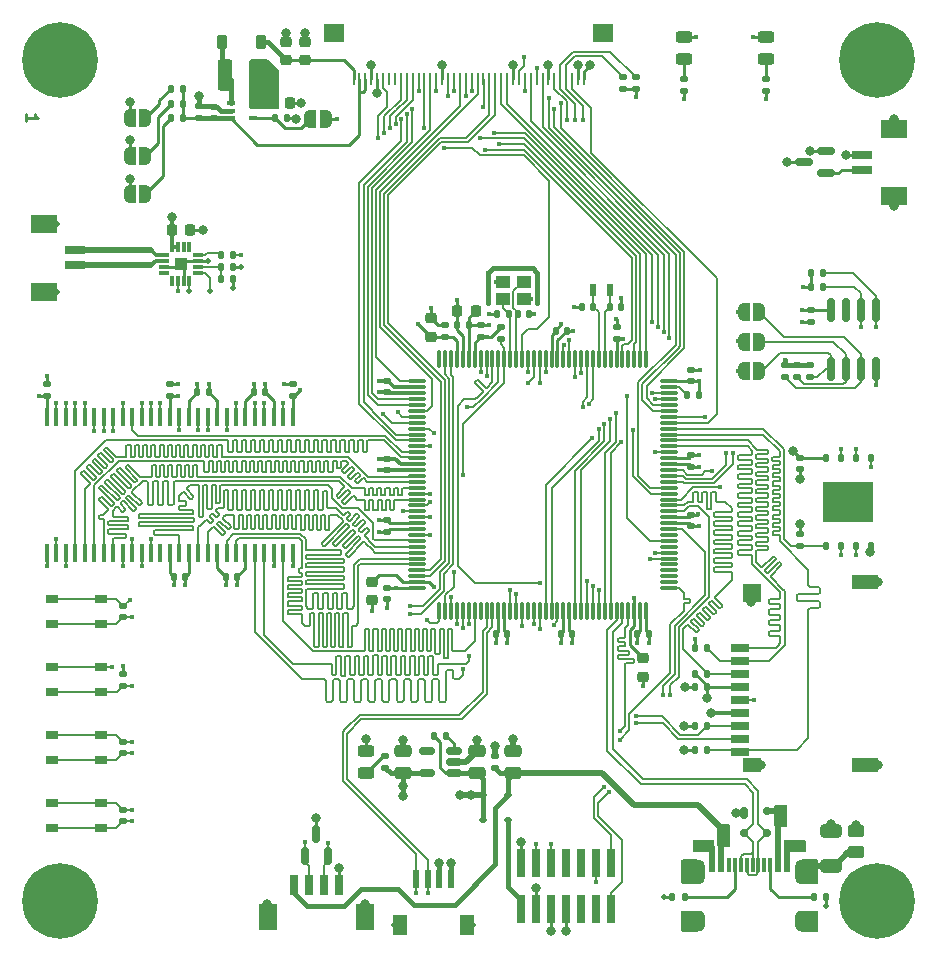
<source format=gbr>
%TF.GenerationSoftware,KiCad,Pcbnew,8.0.2*%
%TF.CreationDate,2024-07-15T20:50:26+07:00*%
%TF.ProjectId,chroma-pixel-h743,6368726f-6d61-42d7-9069-78656c2d6837,rev?*%
%TF.SameCoordinates,Original*%
%TF.FileFunction,Copper,L1,Top*%
%TF.FilePolarity,Positive*%
%FSLAX46Y46*%
G04 Gerber Fmt 4.6, Leading zero omitted, Abs format (unit mm)*
G04 Created by KiCad (PCBNEW 8.0.2) date 2024-07-15 20:50:26*
%MOMM*%
%LPD*%
G01*
G04 APERTURE LIST*
G04 Aperture macros list*
%AMRoundRect*
0 Rectangle with rounded corners*
0 $1 Rounding radius*
0 $2 $3 $4 $5 $6 $7 $8 $9 X,Y pos of 4 corners*
0 Add a 4 corners polygon primitive as box body*
4,1,4,$2,$3,$4,$5,$6,$7,$8,$9,$2,$3,0*
0 Add four circle primitives for the rounded corners*
1,1,$1+$1,$2,$3*
1,1,$1+$1,$4,$5*
1,1,$1+$1,$6,$7*
1,1,$1+$1,$8,$9*
0 Add four rect primitives between the rounded corners*
20,1,$1+$1,$2,$3,$4,$5,0*
20,1,$1+$1,$4,$5,$6,$7,0*
20,1,$1+$1,$6,$7,$8,$9,0*
20,1,$1+$1,$8,$9,$2,$3,0*%
%AMFreePoly0*
4,1,19,0.500000,-0.750000,0.000000,-0.750000,0.000000,-0.744911,-0.071157,-0.744911,-0.207708,-0.704816,-0.327430,-0.627875,-0.420627,-0.520320,-0.479746,-0.390866,-0.500000,-0.250000,-0.500000,0.250000,-0.479746,0.390866,-0.420627,0.520320,-0.327430,0.627875,-0.207708,0.704816,-0.071157,0.744911,0.000000,0.744911,0.000000,0.750000,0.500000,0.750000,0.500000,-0.750000,0.500000,-0.750000,
$1*%
%AMFreePoly1*
4,1,19,0.000000,0.744911,0.071157,0.744911,0.207708,0.704816,0.327430,0.627875,0.420627,0.520320,0.479746,0.390866,0.500000,0.250000,0.500000,-0.250000,0.479746,-0.390866,0.420627,-0.520320,0.327430,-0.627875,0.207708,-0.704816,0.071157,-0.744911,0.000000,-0.744911,0.000000,-0.750000,-0.500000,-0.750000,-0.500000,0.750000,0.000000,0.750000,0.000000,0.744911,0.000000,0.744911,
$1*%
G04 Aperture macros list end*
%ADD10C,0.250000*%
%TA.AperFunction,NonConductor*%
%ADD11C,0.250000*%
%TD*%
%TA.AperFunction,SMDPad,CuDef*%
%ADD12RoundRect,0.150000X0.587500X0.150000X-0.587500X0.150000X-0.587500X-0.150000X0.587500X-0.150000X0*%
%TD*%
%TA.AperFunction,ComponentPad*%
%ADD13C,0.800000*%
%TD*%
%TA.AperFunction,ComponentPad*%
%ADD14C,6.400000*%
%TD*%
%TA.AperFunction,SMDPad,CuDef*%
%ADD15RoundRect,0.140000X0.140000X0.170000X-0.140000X0.170000X-0.140000X-0.170000X0.140000X-0.170000X0*%
%TD*%
%TA.AperFunction,SMDPad,CuDef*%
%ADD16RoundRect,0.250000X0.650000X-0.325000X0.650000X0.325000X-0.650000X0.325000X-0.650000X-0.325000X0*%
%TD*%
%TA.AperFunction,SMDPad,CuDef*%
%ADD17RoundRect,0.135000X0.135000X0.185000X-0.135000X0.185000X-0.135000X-0.185000X0.135000X-0.185000X0*%
%TD*%
%TA.AperFunction,SMDPad,CuDef*%
%ADD18RoundRect,0.135000X0.185000X-0.135000X0.185000X0.135000X-0.185000X0.135000X-0.185000X-0.135000X0*%
%TD*%
%TA.AperFunction,SMDPad,CuDef*%
%ADD19RoundRect,0.140000X0.170000X-0.140000X0.170000X0.140000X-0.170000X0.140000X-0.170000X-0.140000X0*%
%TD*%
%TA.AperFunction,SMDPad,CuDef*%
%ADD20R,0.600000X1.550000*%
%TD*%
%TA.AperFunction,SMDPad,CuDef*%
%ADD21R,1.200000X1.800000*%
%TD*%
%TA.AperFunction,SMDPad,CuDef*%
%ADD22RoundRect,0.140000X-0.140000X-0.170000X0.140000X-0.170000X0.140000X0.170000X-0.140000X0.170000X0*%
%TD*%
%TA.AperFunction,SMDPad,CuDef*%
%ADD23R,0.600000X1.100000*%
%TD*%
%TA.AperFunction,SMDPad,CuDef*%
%ADD24RoundRect,0.150000X0.512500X0.150000X-0.512500X0.150000X-0.512500X-0.150000X0.512500X-0.150000X0*%
%TD*%
%TA.AperFunction,SMDPad,CuDef*%
%ADD25RoundRect,0.135000X-0.135000X-0.185000X0.135000X-0.185000X0.135000X0.185000X-0.135000X0.185000X0*%
%TD*%
%TA.AperFunction,SMDPad,CuDef*%
%ADD26R,0.458000X1.510000*%
%TD*%
%TA.AperFunction,SMDPad,CuDef*%
%ADD27R,0.740000X2.400000*%
%TD*%
%TA.AperFunction,SMDPad,CuDef*%
%ADD28RoundRect,0.243750X-0.456250X0.243750X-0.456250X-0.243750X0.456250X-0.243750X0.456250X0.243750X0*%
%TD*%
%TA.AperFunction,SMDPad,CuDef*%
%ADD29RoundRect,0.150000X0.150000X-0.825000X0.150000X0.825000X-0.150000X0.825000X-0.150000X-0.825000X0*%
%TD*%
%TA.AperFunction,SMDPad,CuDef*%
%ADD30RoundRect,0.140000X-0.170000X0.140000X-0.170000X-0.140000X0.170000X-0.140000X0.170000X0.140000X0*%
%TD*%
%TA.AperFunction,SMDPad,CuDef*%
%ADD31RoundRect,0.075000X-0.075000X0.662500X-0.075000X-0.662500X0.075000X-0.662500X0.075000X0.662500X0*%
%TD*%
%TA.AperFunction,SMDPad,CuDef*%
%ADD32RoundRect,0.075000X-0.662500X0.075000X-0.662500X-0.075000X0.662500X-0.075000X0.662500X0.075000X0*%
%TD*%
%TA.AperFunction,SMDPad,CuDef*%
%ADD33RoundRect,0.250000X0.475000X-0.250000X0.475000X0.250000X-0.475000X0.250000X-0.475000X-0.250000X0*%
%TD*%
%TA.AperFunction,SMDPad,CuDef*%
%ADD34FreePoly0,180.000000*%
%TD*%
%TA.AperFunction,SMDPad,CuDef*%
%ADD35FreePoly1,180.000000*%
%TD*%
%TA.AperFunction,SMDPad,CuDef*%
%ADD36RoundRect,0.225000X-0.225000X-0.250000X0.225000X-0.250000X0.225000X0.250000X-0.225000X0.250000X0*%
%TD*%
%TA.AperFunction,SMDPad,CuDef*%
%ADD37RoundRect,0.100000X-0.225000X-0.100000X0.225000X-0.100000X0.225000X0.100000X-0.225000X0.100000X0*%
%TD*%
%TA.AperFunction,SMDPad,CuDef*%
%ADD38FreePoly0,0.000000*%
%TD*%
%TA.AperFunction,SMDPad,CuDef*%
%ADD39FreePoly1,0.000000*%
%TD*%
%TA.AperFunction,SMDPad,CuDef*%
%ADD40RoundRect,0.225000X0.250000X-0.225000X0.250000X0.225000X-0.250000X0.225000X-0.250000X-0.225000X0*%
%TD*%
%TA.AperFunction,SMDPad,CuDef*%
%ADD41R,1.050000X0.650000*%
%TD*%
%TA.AperFunction,SMDPad,CuDef*%
%ADD42R,0.600000X1.240000*%
%TD*%
%TA.AperFunction,SMDPad,CuDef*%
%ADD43R,0.300000X1.240000*%
%TD*%
%TA.AperFunction,ComponentPad*%
%ADD44O,1.000000X2.100000*%
%TD*%
%TA.AperFunction,ComponentPad*%
%ADD45O,1.000000X1.800000*%
%TD*%
%TA.AperFunction,SMDPad,CuDef*%
%ADD46RoundRect,0.112500X-0.187500X-0.112500X0.187500X-0.112500X0.187500X0.112500X-0.187500X0.112500X0*%
%TD*%
%TA.AperFunction,SMDPad,CuDef*%
%ADD47R,1.150000X1.000000*%
%TD*%
%TA.AperFunction,SMDPad,CuDef*%
%ADD48RoundRect,0.135000X-0.185000X0.135000X-0.185000X-0.135000X0.185000X-0.135000X0.185000X0.135000X0*%
%TD*%
%TA.AperFunction,SMDPad,CuDef*%
%ADD49RoundRect,0.150000X0.150000X-0.587500X0.150000X0.587500X-0.150000X0.587500X-0.150000X-0.587500X0*%
%TD*%
%TA.AperFunction,SMDPad,CuDef*%
%ADD50R,1.800000X0.700000*%
%TD*%
%TA.AperFunction,SMDPad,CuDef*%
%ADD51R,2.200000X1.600000*%
%TD*%
%TA.AperFunction,SMDPad,CuDef*%
%ADD52RoundRect,0.018900X0.411100X0.116100X-0.411100X0.116100X-0.411100X-0.116100X0.411100X-0.116100X0*%
%TD*%
%TA.AperFunction,SMDPad,CuDef*%
%ADD53RoundRect,0.018900X-0.116100X0.411100X-0.116100X-0.411100X0.116100X-0.411100X0.116100X0.411100X0*%
%TD*%
%TA.AperFunction,SMDPad,CuDef*%
%ADD54RoundRect,0.018900X-0.411100X-0.116100X0.411100X-0.116100X0.411100X0.116100X-0.411100X0.116100X0*%
%TD*%
%TA.AperFunction,SMDPad,CuDef*%
%ADD55RoundRect,0.018900X0.116100X-0.411100X0.116100X0.411100X-0.116100X0.411100X-0.116100X-0.411100X0*%
%TD*%
%TA.AperFunction,SMDPad,CuDef*%
%ADD56R,1.100000X1.100000*%
%TD*%
%TA.AperFunction,SMDPad,CuDef*%
%ADD57RoundRect,0.250000X0.450000X-0.262500X0.450000X0.262500X-0.450000X0.262500X-0.450000X-0.262500X0*%
%TD*%
%TA.AperFunction,SMDPad,CuDef*%
%ADD58R,1.600000X0.700000*%
%TD*%
%TA.AperFunction,SMDPad,CuDef*%
%ADD59R,1.500000X1.200000*%
%TD*%
%TA.AperFunction,SMDPad,CuDef*%
%ADD60R,2.200000X1.200000*%
%TD*%
%TA.AperFunction,SMDPad,CuDef*%
%ADD61R,1.500000X1.600000*%
%TD*%
%TA.AperFunction,SMDPad,CuDef*%
%ADD62RoundRect,0.225000X0.225000X0.375000X-0.225000X0.375000X-0.225000X-0.375000X0.225000X-0.375000X0*%
%TD*%
%TA.AperFunction,SMDPad,CuDef*%
%ADD63RoundRect,0.125000X0.125000X-0.200000X0.125000X0.200000X-0.125000X0.200000X-0.125000X-0.200000X0*%
%TD*%
%TA.AperFunction,SMDPad,CuDef*%
%ADD64R,4.300000X3.400000*%
%TD*%
%TA.AperFunction,SMDPad,CuDef*%
%ADD65R,0.250000X1.100000*%
%TD*%
%TA.AperFunction,SMDPad,CuDef*%
%ADD66R,1.700000X1.500000*%
%TD*%
%TA.AperFunction,SMDPad,CuDef*%
%ADD67RoundRect,0.225000X-0.250000X0.225000X-0.250000X-0.225000X0.250000X-0.225000X0.250000X0.225000X0*%
%TD*%
%TA.AperFunction,SMDPad,CuDef*%
%ADD68RoundRect,0.250000X0.375000X1.075000X-0.375000X1.075000X-0.375000X-1.075000X0.375000X-1.075000X0*%
%TD*%
%TA.AperFunction,SMDPad,CuDef*%
%ADD69RoundRect,0.175000X-0.175000X-0.325000X0.175000X-0.325000X0.175000X0.325000X-0.175000X0.325000X0*%
%TD*%
%TA.AperFunction,SMDPad,CuDef*%
%ADD70RoundRect,0.150000X-0.200000X-0.150000X0.200000X-0.150000X0.200000X0.150000X-0.200000X0.150000X0*%
%TD*%
%TA.AperFunction,SMDPad,CuDef*%
%ADD71R,0.700000X1.800000*%
%TD*%
%TA.AperFunction,SMDPad,CuDef*%
%ADD72R,1.600000X2.200000*%
%TD*%
%TA.AperFunction,ViaPad*%
%ADD73C,0.800000*%
%TD*%
%TA.AperFunction,ViaPad*%
%ADD74C,0.400000*%
%TD*%
%TA.AperFunction,ViaPad*%
%ADD75C,0.350000*%
%TD*%
%TA.AperFunction,ViaPad*%
%ADD76C,0.500000*%
%TD*%
%TA.AperFunction,Conductor*%
%ADD77C,0.250000*%
%TD*%
%TA.AperFunction,Conductor*%
%ADD78C,0.400000*%
%TD*%
%TA.AperFunction,Conductor*%
%ADD79C,0.150000*%
%TD*%
%TA.AperFunction,Conductor*%
%ADD80C,0.300000*%
%TD*%
%TA.AperFunction,Conductor*%
%ADD81C,0.500000*%
%TD*%
%TA.AperFunction,Conductor*%
%ADD82C,0.200000*%
%TD*%
G04 APERTURE END LIST*
D10*
D11*
X106713780Y-56882577D02*
X106713780Y-56311149D01*
X106713780Y-56596863D02*
X107713780Y-56596863D01*
X107713780Y-56596863D02*
X107570923Y-56501625D01*
X107570923Y-56501625D02*
X107475685Y-56406387D01*
X107475685Y-56406387D02*
X107428066Y-56311149D01*
D12*
%TO.P,D7,1*%
%TO.N,VB*%
X174419500Y-61314500D03*
%TO.P,D7,2*%
%TO.N,+3V3*%
X174419500Y-59414500D03*
%TO.P,D7,3*%
%TO.N,VBAT*%
X172544500Y-60364500D03*
%TD*%
D13*
%TO.P,H3,1,1*%
%TO.N,GND*%
X181197300Y-122941100D03*
X180494356Y-124638156D03*
X180494356Y-121244044D03*
X178797300Y-125341100D03*
D14*
X178797300Y-122941100D03*
D13*
X178797300Y-120541100D03*
X177100244Y-124638156D03*
X177100244Y-121244044D03*
X176397300Y-122941100D03*
%TD*%
D15*
%TO.P,C40,1*%
%TO.N,/MCU/XOUT*%
X147575100Y-73185700D03*
%TO.P,C40,2*%
%TO.N,GND*%
X146615100Y-73185700D03*
%TD*%
D16*
%TO.P,C43,1*%
%TO.N,/MCU/SHIELD*%
X174879000Y-119915200D03*
%TO.P,C43,2*%
%TO.N,GND*%
X174879000Y-116965200D03*
%TD*%
D17*
%TO.P,R19,1*%
%TO.N,+3V3*%
X163679600Y-80111600D03*
%TO.P,R19,2*%
%TO.N,Net-(U10-PDR_ON)*%
X162659600Y-80111600D03*
%TD*%
D18*
%TO.P,R31,1*%
%TO.N,Net-(JP6-A)*%
X172011800Y-78578400D03*
%TO.P,R31,2*%
%TO.N,GND*%
X172011800Y-77558400D03*
%TD*%
D19*
%TO.P,C28,1*%
%TO.N,/MCU/BTN1*%
X114960400Y-116177000D03*
%TO.P,C28,2*%
%TO.N,GND*%
X114960400Y-115217000D03*
%TD*%
D13*
%TO.P,H4,1,1*%
%TO.N,GND*%
X111997300Y-122941100D03*
X111294356Y-124638156D03*
X111294356Y-121244044D03*
X109597300Y-125341100D03*
D14*
X109597300Y-122941100D03*
D13*
X109597300Y-120541100D03*
X107900244Y-124638156D03*
X107900244Y-121244044D03*
X107197300Y-122941100D03*
%TD*%
D20*
%TO.P,J5,1,1*%
%TO.N,/IO/STEMMA_SCL*%
X139710100Y-121063000D03*
%TO.P,J5,2,2*%
%TO.N,/IO/STEMMA_SDA*%
X140710100Y-121063000D03*
%TO.P,J5,3,3*%
%TO.N,+3V3*%
X141710100Y-121063000D03*
%TO.P,J5,4,4*%
%TO.N,GND*%
X142710100Y-121063000D03*
D21*
%TO.P,J5,S1,SHIELD*%
X138410100Y-124938000D03*
%TO.P,J5,S2,SHIELD*%
X144010100Y-124938000D03*
%TD*%
D17*
%TO.P,R15,1*%
%TO.N,VDD*%
X124208000Y-69240400D03*
%TO.P,R15,2*%
%TO.N,/Audio/GAIN_SLOT*%
X123188000Y-69240400D03*
%TD*%
D18*
%TO.P,R23,1*%
%TO.N,/MCU/LED_0*%
X169353866Y-54358000D03*
%TO.P,R23,2*%
%TO.N,Net-(D5-A)*%
X169353866Y-53338000D03*
%TD*%
%TO.P,R34,1*%
%TO.N,+3V3*%
X157251400Y-54180200D03*
%TO.P,R34,2*%
%TO.N,/LCD/LCD_TP_SCL*%
X157251400Y-53160200D03*
%TD*%
D22*
%TO.P,C10,1*%
%TO.N,+3V3*%
X151539000Y-74650600D03*
%TO.P,C10,2*%
%TO.N,GND*%
X152499000Y-74650600D03*
%TD*%
D19*
%TO.P,C27,1*%
%TO.N,/MCU/BTN0*%
X114960400Y-110419667D03*
%TO.P,C27,2*%
%TO.N,GND*%
X114960400Y-109459667D03*
%TD*%
D23*
%TO.P,Y2,1,1*%
%TO.N,/MCU/OSC32_OUT*%
X154737700Y-71215200D03*
%TO.P,Y2,2,2*%
%TO.N,/MCU/OSC32_IN*%
X156137700Y-71215200D03*
%TD*%
D24*
%TO.P,U8,1,IN*%
%TO.N,VDD*%
X142921300Y-112081600D03*
%TO.P,U8,2,GND*%
%TO.N,GND*%
X142921300Y-111131600D03*
%TO.P,U8,3,EN*%
%TO.N,Net-(U8-EN)*%
X142921300Y-110181600D03*
%TO.P,U8,4,NC*%
%TO.N,unconnected-(U8-NC-Pad4)*%
X140646300Y-110181600D03*
%TO.P,U8,5,OUT*%
%TO.N,+3V3*%
X140646300Y-112081600D03*
%TD*%
D25*
%TO.P,R16,1*%
%TO.N,/Audio/GAIN_SLOT*%
X123188000Y-70247001D03*
%TO.P,R16,2*%
%TO.N,GND*%
X124208000Y-70247001D03*
%TD*%
D26*
%TO.P,U11,1,VDD*%
%TO.N,+3V3*%
X129287100Y-81924400D03*
%TO.P,U11,2,DQ0*%
%TO.N,/MCU/SDRAM_DQ0*%
X128487100Y-81924400D03*
%TO.P,U11,3,VDDQ*%
%TO.N,+3V3*%
X127687100Y-81924400D03*
%TO.P,U11,4,DQ1*%
%TO.N,/MCU/SDRAM_DQ1*%
X126887100Y-81924400D03*
%TO.P,U11,5,DQ2*%
%TO.N,/MCU/SDRAM_DQ2*%
X126087100Y-81924400D03*
%TO.P,U11,6,VSSQ*%
%TO.N,GND*%
X125287100Y-81924400D03*
%TO.P,U11,7,DQ3*%
%TO.N,/MCU/SDRAM_DQ3*%
X124487100Y-81924400D03*
%TO.P,U11,8,DQ4*%
%TO.N,/MCU/SDRAM_DQ4*%
X123687100Y-81924400D03*
%TO.P,U11,9,VDDQ*%
%TO.N,+3V3*%
X122887100Y-81924400D03*
%TO.P,U11,10,DQ5*%
%TO.N,/MCU/SDRAM_DQ5*%
X122087100Y-81924400D03*
%TO.P,U11,11,DQ6*%
%TO.N,/MCU/SDRAM_DQ6*%
X121287100Y-81924400D03*
%TO.P,U11,12,VSSQ*%
%TO.N,GND*%
X120487100Y-81924400D03*
%TO.P,U11,13,DQ7*%
%TO.N,/MCU/SDRAM_DQ7*%
X119687100Y-81924400D03*
%TO.P,U11,14,VDD*%
%TO.N,+3V3*%
X118887100Y-81924400D03*
%TO.P,U11,15,DQML*%
%TO.N,/MCU/SDRAM_LDQM*%
X118087100Y-81924400D03*
%TO.P,U11,16,~{WE}*%
%TO.N,/MCU/~{SDRAM_WE}*%
X117287100Y-81924400D03*
%TO.P,U11,17,~{CAS}*%
%TO.N,/MCU/~{SDRAM_CAS}*%
X116487100Y-81924400D03*
%TO.P,U11,18,~{RAS}*%
%TO.N,/MCU/~{SDRAM_RAS}*%
X115687100Y-81924400D03*
%TO.P,U11,19,~{CS}*%
%TO.N,/MCU/~{SDRAM_CS}*%
X114887100Y-81924400D03*
%TO.P,U11,20,BA0*%
%TO.N,/MCU/SDRAM_BA0*%
X114087100Y-81924400D03*
%TO.P,U11,21,BA1*%
%TO.N,/MCU/SDRAM_BA1*%
X113287100Y-81924400D03*
%TO.P,U11,22,A10*%
%TO.N,/MCU/SDRAM_ADD10*%
X112487100Y-81924400D03*
%TO.P,U11,23,A0*%
%TO.N,/MCU/SDRAM_ADD0*%
X111687100Y-81924400D03*
%TO.P,U11,24,A1*%
%TO.N,/MCU/SDRAM_ADD1*%
X110887100Y-81924400D03*
%TO.P,U11,25,A2*%
%TO.N,/MCU/SDRAM_ADD2*%
X110087100Y-81924400D03*
%TO.P,U11,26,A3*%
%TO.N,/MCU/SDRAM_ADD3*%
X109287100Y-81924400D03*
%TO.P,U11,27,VDD*%
%TO.N,+3V3*%
X108487100Y-81924400D03*
%TO.P,U11,28,VSS*%
%TO.N,GND*%
X108487100Y-93424400D03*
%TO.P,U11,29,A4*%
%TO.N,/MCU/SDRAM_ADD4*%
X109287100Y-93424400D03*
%TO.P,U11,30,A5*%
%TO.N,/MCU/SDRAM_ADD5*%
X110087100Y-93424400D03*
%TO.P,U11,31,A6*%
%TO.N,/MCU/SDRAM_ADD6*%
X110887100Y-93424400D03*
%TO.P,U11,32,A7*%
%TO.N,/MCU/SDRAM_ADD7*%
X111687100Y-93424400D03*
%TO.P,U11,33,A8*%
%TO.N,/MCU/SDRAM_ADD8*%
X112487100Y-93424400D03*
%TO.P,U11,34,A9*%
%TO.N,/MCU/SDRAM_ADD9*%
X113287100Y-93424400D03*
%TO.P,U11,35,A11*%
%TO.N,/MCU/SDRAM_ADD11*%
X114087100Y-93424400D03*
%TO.P,U11,36,A12*%
%TO.N,/MCU/SDRAM_ADD12*%
X114887100Y-93424400D03*
%TO.P,U11,37,CKE*%
%TO.N,/MCU/SDRAM_CKE*%
X115687100Y-93424400D03*
%TO.P,U11,38,CLK*%
%TO.N,/MCU/SDRAM_CLK*%
X116487100Y-93424400D03*
%TO.P,U11,39,DQMH*%
%TO.N,/MCU/SDRAM_UDQM*%
X117287100Y-93424400D03*
%TO.P,U11,40,NC*%
%TO.N,unconnected-(U11-NC-Pad40)*%
X118087100Y-93424400D03*
%TO.P,U11,41,VSS*%
%TO.N,GND*%
X118887100Y-93424400D03*
%TO.P,U11,42,DQ8*%
%TO.N,/MCU/SDRAM_DQ8*%
X119687100Y-93424400D03*
%TO.P,U11,43,VDDQ*%
%TO.N,+3V3*%
X120487100Y-93424400D03*
%TO.P,U11,44,DQ9*%
%TO.N,/MCU/SDRAM_DQ9*%
X121287100Y-93424400D03*
%TO.P,U11,45,DQ10*%
%TO.N,/MCU/SDRAM_DQ10*%
X122087100Y-93424400D03*
%TO.P,U11,46,VSSQ*%
%TO.N,GND*%
X122887100Y-93424400D03*
%TO.P,U11,47,DQ11*%
%TO.N,/MCU/SDRAM_DQ11*%
X123687100Y-93424400D03*
%TO.P,U11,48,DQ12*%
%TO.N,/MCU/SDRAM_DQ12*%
X124487100Y-93424400D03*
%TO.P,U11,49,VDDQ*%
%TO.N,+3V3*%
X125287100Y-93424400D03*
%TO.P,U11,50,DQ13*%
%TO.N,/MCU/SDRAM_DQ13*%
X126087100Y-93424400D03*
%TO.P,U11,51,DQ14*%
%TO.N,/MCU/SDRAM_DQ14*%
X126887100Y-93424400D03*
%TO.P,U11,52,VSSQ*%
%TO.N,GND*%
X127687100Y-93424400D03*
%TO.P,U11,53,DQ15*%
%TO.N,/MCU/SDRAM_DQ15*%
X128487100Y-93424400D03*
%TO.P,U11,54,VSS*%
%TO.N,GND*%
X129287100Y-93424400D03*
%TD*%
D27*
%TO.P,J7,1,Pin_1*%
%TO.N,Net-(D10-A)*%
X148615400Y-123635600D03*
%TO.P,J7,2,Pin_2*%
%TO.N,GND*%
X148615400Y-119735600D03*
%TO.P,J7,3,Pin_3*%
%TO.N,+3V3*%
X149885400Y-123635600D03*
%TO.P,J7,4,Pin_4*%
%TO.N,/IO/SWDIO*%
X149885400Y-119735600D03*
%TO.P,J7,5,Pin_5*%
%TO.N,GND*%
X151155400Y-123635600D03*
%TO.P,J7,6,Pin_6*%
%TO.N,/IO/SWCLK*%
X151155400Y-119735600D03*
%TO.P,J7,7,Pin_7*%
%TO.N,GND*%
X152425400Y-123635600D03*
%TO.P,J7,8,Pin_8*%
%TO.N,unconnected-(J7-Pin_8-Pad8)*%
X152425400Y-119735600D03*
%TO.P,J7,9,Pin_9*%
%TO.N,unconnected-(J7-Pin_9-Pad9)*%
X153695400Y-123635600D03*
%TO.P,J7,10,Pin_10*%
%TO.N,unconnected-(J7-Pin_10-Pad10)*%
X153695400Y-119735600D03*
%TO.P,J7,11,Pin_11*%
%TO.N,unconnected-(J7-Pin_11-Pad11)*%
X154965400Y-123635600D03*
%TO.P,J7,12,Pin_12*%
%TO.N,/IO/NRST*%
X154965400Y-119735600D03*
%TO.P,J7,13,Pin_13*%
%TO.N,/IO/DBG_USART_RX*%
X156235400Y-123635600D03*
%TO.P,J7,14,Pin_14*%
%TO.N,/IO/DBG_USART_TX*%
X156235400Y-119735600D03*
%TD*%
D28*
%TO.P,D4,1,K*%
%TO.N,GND*%
X135483700Y-110214100D03*
%TO.P,D4,2,A*%
%TO.N,Net-(D4-A)*%
X135483700Y-112089100D03*
%TD*%
D18*
%TO.P,R22,1*%
%TO.N,VBUS*%
X146439600Y-111641600D03*
%TO.P,R22,2*%
%TO.N,GND*%
X146439600Y-110621600D03*
%TD*%
D29*
%TO.P,U7,1,A0*%
%TO.N,Net-(JP7-A)*%
X174828200Y-77851000D03*
%TO.P,U7,2,A1*%
%TO.N,Net-(JP6-A)*%
X176098200Y-77851000D03*
%TO.P,U7,3,A2*%
%TO.N,Net-(JP5-A)*%
X177368200Y-77851000D03*
%TO.P,U7,4,GND*%
%TO.N,GND*%
X178638200Y-77851000D03*
%TO.P,U7,5,SDA*%
%TO.N,/IO/STEMMA_SCL*%
X178638200Y-72901000D03*
%TO.P,U7,6,SCL*%
%TO.N,/IO/STEMMA_SDA*%
X177368200Y-72901000D03*
%TO.P,U7,7,WP*%
%TO.N,unconnected-(U7-WP-Pad7)*%
X176098200Y-72901000D03*
%TO.P,U7,8,VCC*%
%TO.N,+3V3*%
X174828200Y-72901000D03*
%TD*%
D30*
%TO.P,C8,1*%
%TO.N,+3V3*%
X163042600Y-90194400D03*
%TO.P,C8,2*%
%TO.N,GND*%
X163042600Y-91154400D03*
%TD*%
D17*
%TO.P,R28,1*%
%TO.N,/LCD/LED_K*%
X120017000Y-54140040D03*
%TO.P,R28,2*%
%TO.N,Net-(JP3-B)*%
X118997000Y-54140040D03*
%TD*%
D31*
%TO.P,U10,1,PE2*%
%TO.N,/LCD/LCD_SPI_CLK*%
X159203800Y-77011900D03*
%TO.P,U10,2,PE3*%
%TO.N,/LCD/LCD_SPI_CS*%
X158703800Y-77011900D03*
%TO.P,U10,3,PE4*%
%TO.N,/LCD/LCD_RESET*%
X158203800Y-77011900D03*
%TO.P,U10,4,PE5*%
%TO.N,unconnected-(U10-PE5-Pad4)*%
X157703800Y-77011900D03*
%TO.P,U10,5,PE6*%
%TO.N,/LCD/LCD_SPI_DAT*%
X157203800Y-77011900D03*
%TO.P,U10,6,VBAT*%
%TO.N,VBAT*%
X156703800Y-77011900D03*
%TO.P,U10,7,PC13*%
%TO.N,unconnected-(U10-PC13-Pad7)*%
X156203800Y-77011900D03*
%TO.P,U10,8,PC14*%
%TO.N,/MCU/OSC32_IN*%
X155703800Y-77011900D03*
%TO.P,U10,9,PC15*%
%TO.N,/MCU/OSC32_OUT*%
X155203800Y-77011900D03*
%TO.P,U10,10,PF0*%
%TO.N,/MCU/SDRAM_ADD0*%
X154703800Y-77011900D03*
%TO.P,U10,11,PF1*%
%TO.N,/MCU/SDRAM_ADD1*%
X154203800Y-77011900D03*
%TO.P,U10,12,PF2*%
%TO.N,/MCU/SDRAM_ADD2*%
X153703800Y-77011900D03*
%TO.P,U10,13,PF3*%
%TO.N,/MCU/SDRAM_ADD3*%
X153203800Y-77011900D03*
%TO.P,U10,14,PF4*%
%TO.N,/MCU/SDRAM_ADD4*%
X152703800Y-77011900D03*
%TO.P,U10,15,PF5*%
%TO.N,/MCU/SDRAM_ADD5*%
X152203800Y-77011900D03*
%TO.P,U10,16,VSS*%
%TO.N,GND*%
X151703800Y-77011900D03*
%TO.P,U10,17,VDD*%
%TO.N,+3V3*%
X151203800Y-77011900D03*
%TO.P,U10,18,PF6*%
%TO.N,/MEMORY/NOR_IO3*%
X150703800Y-77011900D03*
%TO.P,U10,19,PF7*%
%TO.N,/MEMORY/NOR_IO2*%
X150203800Y-77011900D03*
%TO.P,U10,20,PF8*%
%TO.N,/MEMORY/NOR_DI(IO0)*%
X149703800Y-77011900D03*
%TO.P,U10,21,PF9*%
%TO.N,/MEMORY/NOR_DO(IO1)*%
X149203800Y-77011900D03*
%TO.P,U10,22,PF10*%
%TO.N,/LCD/LCD_DE*%
X148703800Y-77011900D03*
%TO.P,U10,23,PH0*%
%TO.N,/MCU/XIN*%
X148203800Y-77011900D03*
%TO.P,U10,24,PH1*%
%TO.N,/MCU/XOUT*%
X147703800Y-77011900D03*
%TO.P,U10,25,NRST*%
%TO.N,/IO/NRST*%
X147203800Y-77011900D03*
%TO.P,U10,26,PC0*%
%TO.N,/MCU/~{SDRAM_WE}*%
X146703800Y-77011900D03*
%TO.P,U10,27,PC1*%
%TO.N,/MEMORY/SD_CLK*%
X146203800Y-77011900D03*
%TO.P,U10,28,PC2_C*%
%TO.N,/Audio/I2S_SD_MODE*%
X145703800Y-77011900D03*
%TO.P,U10,29,PC3_C*%
%TO.N,/Audio/I2S_SDO*%
X145203800Y-77011900D03*
%TO.P,U10,30,VDD*%
%TO.N,+3V3*%
X144703800Y-77011900D03*
%TO.P,U10,31,VSSA*%
%TO.N,GND*%
X144203800Y-77011900D03*
%TO.P,U10,32,VREF+*%
%TO.N,+3V3*%
X143703800Y-77011900D03*
%TO.P,U10,33,VDDA*%
X143203800Y-77011900D03*
%TO.P,U10,34,PA0*%
%TO.N,/MCU/BTN0*%
X142703800Y-77011900D03*
%TO.P,U10,35,PA1*%
%TO.N,/MCU/BTN1*%
X142203800Y-77011900D03*
%TO.P,U10,36,PA2*%
%TO.N,unconnected-(U10-PA2-Pad36)*%
X141703800Y-77011900D03*
D32*
%TO.P,U10,37,PA3*%
%TO.N,/LCD/LCD_B5*%
X139791300Y-78924400D03*
%TO.P,U10,38,VSS*%
%TO.N,GND*%
X139791300Y-79424400D03*
%TO.P,U10,39,VDD*%
%TO.N,+3V3*%
X139791300Y-79924400D03*
%TO.P,U10,40,PA4*%
%TO.N,/LCD/VSYNC*%
X139791300Y-80424400D03*
%TO.P,U10,41,PA5*%
%TO.N,/LCD/LCD_R4*%
X139791300Y-80924400D03*
%TO.P,U10,42,PA6*%
%TO.N,/LCD/LCD_G2*%
X139791300Y-81424400D03*
%TO.P,U10,43,PA7*%
%TO.N,/LCD/LCD_BLK*%
X139791300Y-81924400D03*
%TO.P,U10,44,PC4*%
%TO.N,/MCU/~{SDRAM_CS}*%
X139791300Y-82424400D03*
%TO.P,U10,45,PC5*%
%TO.N,/MCU/SDRAM_CKE*%
X139791300Y-82924400D03*
%TO.P,U10,46,PB0*%
%TO.N,/LCD/LCD_R3*%
X139791300Y-83424400D03*
%TO.P,U10,47,PB1*%
%TO.N,/LCD/LCD_R6*%
X139791300Y-83924400D03*
%TO.P,U10,48,PB2*%
%TO.N,/MEMORY/NOR_CLK*%
X139791300Y-84424400D03*
%TO.P,U10,49,PF11*%
%TO.N,/MCU/~{SDRAM_RAS}*%
X139791300Y-84924400D03*
%TO.P,U10,50,PF12*%
%TO.N,/MCU/SDRAM_ADD6*%
X139791300Y-85424400D03*
%TO.P,U10,51,VSS*%
%TO.N,GND*%
X139791300Y-85924400D03*
%TO.P,U10,52,VDD*%
%TO.N,+3V3*%
X139791300Y-86424400D03*
%TO.P,U10,53,PF13*%
%TO.N,/MCU/SDRAM_ADD7*%
X139791300Y-86924400D03*
%TO.P,U10,54,PF14*%
%TO.N,/MCU/SDRAM_ADD8*%
X139791300Y-87424400D03*
%TO.P,U10,55,PF15*%
%TO.N,/MCU/SDRAM_ADD9*%
X139791300Y-87924400D03*
%TO.P,U10,56,PG0*%
%TO.N,/MCU/SDRAM_ADD10*%
X139791300Y-88424400D03*
%TO.P,U10,57,PG1*%
%TO.N,/MCU/SDRAM_ADD11*%
X139791300Y-88924400D03*
%TO.P,U10,58,PE7*%
%TO.N,/MCU/SDRAM_DQ4*%
X139791300Y-89424400D03*
%TO.P,U10,59,PE8*%
%TO.N,/MCU/SDRAM_DQ5*%
X139791300Y-89924400D03*
%TO.P,U10,60,PE9*%
%TO.N,/MCU/SDRAM_DQ6*%
X139791300Y-90424400D03*
%TO.P,U10,61,VSS*%
%TO.N,GND*%
X139791300Y-90924400D03*
%TO.P,U10,62,VDD*%
%TO.N,+3V3*%
X139791300Y-91424400D03*
%TO.P,U10,63,PE10*%
%TO.N,/MCU/SDRAM_DQ7*%
X139791300Y-91924400D03*
%TO.P,U10,64,PE11*%
%TO.N,/MCU/SDRAM_DQ8*%
X139791300Y-92424400D03*
%TO.P,U10,65,PE12*%
%TO.N,/MCU/SDRAM_DQ9*%
X139791300Y-92924400D03*
%TO.P,U10,66,PE13*%
%TO.N,/MCU/SDRAM_DQ10*%
X139791300Y-93424400D03*
%TO.P,U10,67,PE14*%
%TO.N,/MCU/SDRAM_DQ11*%
X139791300Y-93924400D03*
%TO.P,U10,68,PE15*%
%TO.N,/MCU/SDRAM_DQ12*%
X139791300Y-94424400D03*
%TO.P,U10,69,PB10*%
%TO.N,/LCD/LCD_G4*%
X139791300Y-94924400D03*
%TO.P,U10,70,PB11*%
%TO.N,/LCD/LCD_G5*%
X139791300Y-95424400D03*
%TO.P,U10,71,VCAP*%
%TO.N,Net-(C34-Pad1)*%
X139791300Y-95924400D03*
%TO.P,U10,72,VDD*%
%TO.N,+3V3*%
X139791300Y-96424400D03*
D31*
%TO.P,U10,73,PB12*%
%TO.N,/Audio/I2S_WS*%
X141703800Y-98336900D03*
%TO.P,U10,74,PB13*%
%TO.N,/Audio/I2S_CK*%
X142203800Y-98336900D03*
%TO.P,U10,75,PB14*%
%TO.N,/MEMORY/SD_DAT0*%
X142703800Y-98336900D03*
%TO.P,U10,76,PB15*%
%TO.N,/MEMORY/SD_DAT1*%
X143203800Y-98336900D03*
%TO.P,U10,77,PD8*%
%TO.N,/MCU/SDRAM_DQ13*%
X143703800Y-98336900D03*
%TO.P,U10,78,PD9*%
%TO.N,/MCU/SDRAM_DQ14*%
X144203800Y-98336900D03*
%TO.P,U10,79,PD10*%
%TO.N,/MCU/SDRAM_DQ15*%
X144703800Y-98336900D03*
%TO.P,U10,80,PD11*%
%TO.N,unconnected-(U10-PD11-Pad80)*%
X145203800Y-98336900D03*
%TO.P,U10,81,PD12*%
%TO.N,/IO/STEMMA_SCL*%
X145703800Y-98336900D03*
%TO.P,U10,82,PD13*%
%TO.N,/IO/STEMMA_SDA*%
X146203800Y-98336900D03*
%TO.P,U10,83,VSS*%
%TO.N,GND*%
X146703800Y-98336900D03*
%TO.P,U10,84,VDD*%
%TO.N,+3V3*%
X147203800Y-98336900D03*
%TO.P,U10,85,PD14*%
%TO.N,/MCU/SDRAM_DQ0*%
X147703800Y-98336900D03*
%TO.P,U10,86,PD15*%
%TO.N,/MCU/SDRAM_DQ1*%
X148203800Y-98336900D03*
%TO.P,U10,87,PG2*%
%TO.N,/MCU/SDRAM_ADD12*%
X148703800Y-98336900D03*
%TO.P,U10,88,PG3*%
%TO.N,unconnected-(U10-PG3-Pad88)*%
X149203800Y-98336900D03*
%TO.P,U10,89,PG4*%
%TO.N,/MCU/SDRAM_BA0*%
X149703800Y-98336900D03*
%TO.P,U10,90,PG5*%
%TO.N,/MCU/SDRAM_BA1*%
X150203800Y-98336900D03*
%TO.P,U10,91,PG6*%
%TO.N,/LCD/LCD_R7*%
X150703800Y-98336900D03*
%TO.P,U10,92,PG7*%
%TO.N,/LCD/LCD_CLK*%
X151203800Y-98336900D03*
%TO.P,U10,93,PG8*%
%TO.N,/MCU/SDRAM_CLK*%
X151703800Y-98336900D03*
%TO.P,U10,94,VSS*%
%TO.N,GND*%
X152203800Y-98336900D03*
%TO.P,U10,95,VDD33_USB*%
%TO.N,+3V3*%
X152703800Y-98336900D03*
%TO.P,U10,96,PC6*%
%TO.N,/LCD/HSYNC*%
X153203800Y-98336900D03*
%TO.P,U10,97,PC7*%
%TO.N,/LCD/LCD_G6*%
X153703800Y-98336900D03*
%TO.P,U10,98,PC8*%
%TO.N,/LCD/LCD_TP_INT*%
X154203800Y-98336900D03*
%TO.P,U10,99,PC9*%
%TO.N,/LCD/LCD_TP_SDA*%
X154703800Y-98336900D03*
%TO.P,U10,100,PA8*%
%TO.N,/LCD/LCD_TP_SCL*%
X155203800Y-98336900D03*
%TO.P,U10,101,PA9*%
%TO.N,/LCD/LCD_R5*%
X155703800Y-98336900D03*
%TO.P,U10,102,PA10*%
%TO.N,/LCD/LCD_B4*%
X156203800Y-98336900D03*
%TO.P,U10,103,PA11*%
%TO.N,/MCU/USB_D-*%
X156703800Y-98336900D03*
%TO.P,U10,104,PA12*%
%TO.N,/MCU/USB_D+*%
X157203800Y-98336900D03*
%TO.P,U10,105,PA13*%
%TO.N,/IO/SWDIO*%
X157703800Y-98336900D03*
%TO.P,U10,106,VCAP*%
%TO.N,Net-(C34-Pad1)*%
X158203800Y-98336900D03*
%TO.P,U10,107,VSS*%
%TO.N,GND*%
X158703800Y-98336900D03*
%TO.P,U10,108,VDD*%
%TO.N,+3V3*%
X159203800Y-98336900D03*
D32*
%TO.P,U10,109,PA14*%
%TO.N,/IO/SWCLK*%
X161116300Y-96424400D03*
%TO.P,U10,110,PA15*%
%TO.N,unconnected-(U10-PA15-Pad110)*%
X161116300Y-95924400D03*
%TO.P,U10,111,PC10*%
%TO.N,unconnected-(U10-PC10-Pad111)*%
X161116300Y-95424400D03*
%TO.P,U10,112,PC11*%
%TO.N,unconnected-(U10-PC11-Pad112)*%
X161116300Y-94924400D03*
%TO.P,U10,113,PC12*%
%TO.N,unconnected-(U10-PC12-Pad113)*%
X161116300Y-94424400D03*
%TO.P,U10,114,PD0*%
%TO.N,/MCU/SDRAM_DQ2*%
X161116300Y-93924400D03*
%TO.P,U10,115,PD1*%
%TO.N,/MCU/SDRAM_DQ3*%
X161116300Y-93424400D03*
%TO.P,U10,116,PD2*%
%TO.N,unconnected-(U10-PD2-Pad116)*%
X161116300Y-92924400D03*
%TO.P,U10,117,PD3*%
%TO.N,/LCD/LCD_G7*%
X161116300Y-92424400D03*
%TO.P,U10,118,PD4*%
%TO.N,unconnected-(U10-PD4-Pad118)*%
X161116300Y-91924400D03*
%TO.P,U10,119,PD5*%
%TO.N,/IO/DBG_USART_TX*%
X161116300Y-91424400D03*
%TO.P,U10,120,VSS*%
%TO.N,GND*%
X161116300Y-90924400D03*
%TO.P,U10,121,VDD*%
%TO.N,+3V3*%
X161116300Y-90424400D03*
%TO.P,U10,122,PD6*%
%TO.N,/IO/DBG_USART_RX*%
X161116300Y-89924400D03*
%TO.P,U10,123,PD7*%
%TO.N,/MEMORY/SD_CMD*%
X161116300Y-89424400D03*
%TO.P,U10,124,PG9*%
%TO.N,/IO/EXT_RX*%
X161116300Y-88924400D03*
%TO.P,U10,125,PG10*%
%TO.N,/LCD/LCD_G3*%
X161116300Y-88424400D03*
%TO.P,U10,126,PG11*%
%TO.N,/LCD/LCD_B3*%
X161116300Y-87924400D03*
%TO.P,U10,127,PG12*%
%TO.N,/MCU/LED_0*%
X161116300Y-87424400D03*
%TO.P,U10,128,PG13*%
%TO.N,/MCU/LED_1*%
X161116300Y-86924400D03*
%TO.P,U10,129,PG14*%
%TO.N,/IO/EXT_TX*%
X161116300Y-86424400D03*
%TO.P,U10,130,VSS*%
%TO.N,GND*%
X161116300Y-85924400D03*
%TO.P,U10,131,VDD*%
%TO.N,+3V3*%
X161116300Y-85424400D03*
%TO.P,U10,132,PG15*%
%TO.N,/MCU/~{SDRAM_CAS}*%
X161116300Y-84924400D03*
%TO.P,U10,133,PB3*%
%TO.N,/MEMORY/SD_DAT2*%
X161116300Y-84424400D03*
%TO.P,U10,134,PB4*%
%TO.N,/MEMORY/SD_DAT3{slash}CD*%
X161116300Y-83924400D03*
%TO.P,U10,135,PB5*%
%TO.N,/MEMORY/SD_DET*%
X161116300Y-83424400D03*
%TO.P,U10,136,PB6*%
%TO.N,/MEMORY/~{NOR_CS}*%
X161116300Y-82924400D03*
%TO.P,U10,137,PB7*%
%TO.N,/LCD/LCD_TP_RST*%
X161116300Y-82424400D03*
%TO.P,U10,138,BOOT0*%
%TO.N,/MCU/BOOT0*%
X161116300Y-81924400D03*
%TO.P,U10,139,PB8*%
%TO.N,/LCD/LCD_B6*%
X161116300Y-81424400D03*
%TO.P,U10,140,PB9*%
%TO.N,/LCD/LCD_B7*%
X161116300Y-80924400D03*
%TO.P,U10,141,PE0*%
%TO.N,/MCU/SDRAM_LDQM*%
X161116300Y-80424400D03*
%TO.P,U10,142,PE1*%
%TO.N,/MCU/SDRAM_UDQM*%
X161116300Y-79924400D03*
%TO.P,U10,143,PDR_ON*%
%TO.N,Net-(U10-PDR_ON)*%
X161116300Y-79424400D03*
%TO.P,U10,144,VDD*%
%TO.N,+3V3*%
X161116300Y-78924400D03*
%TD*%
D33*
%TO.P,C44,1*%
%TO.N,+3V3*%
X138665900Y-112081600D03*
%TO.P,C44,2*%
%TO.N,GND*%
X138665900Y-110181600D03*
%TD*%
D19*
%TO.P,C14,1*%
%TO.N,+3V3*%
X137312400Y-79857600D03*
%TO.P,C14,2*%
%TO.N,GND*%
X137312400Y-78897600D03*
%TD*%
D18*
%TO.P,R25,1*%
%TO.N,/LCD/LED_K*%
X121356040Y-56665200D03*
%TO.P,R25,2*%
%TO.N,GND*%
X121356040Y-55645200D03*
%TD*%
D15*
%TO.P,C5,1*%
%TO.N,+3V3*%
X147433800Y-100326200D03*
%TO.P,C5,2*%
%TO.N,GND*%
X146473800Y-100326200D03*
%TD*%
D34*
%TO.P,JP5,1,A*%
%TO.N,Net-(JP5-A)*%
X168760600Y-73039200D03*
D35*
%TO.P,JP5,2,B*%
%TO.N,+3V3*%
X167460600Y-73039200D03*
%TD*%
D19*
%TO.P,C2,1*%
%TO.N,+3V3*%
X118887100Y-80138600D03*
%TO.P,C2,2*%
%TO.N,GND*%
X118887100Y-79178600D03*
%TD*%
D15*
%TO.P,C38,1*%
%TO.N,+3V3*%
X124567100Y-95478600D03*
%TO.P,C38,2*%
%TO.N,GND*%
X123607100Y-95478600D03*
%TD*%
D36*
%TO.P,C23,1*%
%TO.N,VDD*%
X119046500Y-66117701D03*
%TO.P,C23,2*%
%TO.N,GND*%
X120596500Y-66117701D03*
%TD*%
D17*
%TO.P,R14,1*%
%TO.N,/Audio/I2S_SD_MODE*%
X124208000Y-68240400D03*
%TO.P,R14,2*%
%TO.N,Net-(U6-~{SD_MODE})*%
X123188000Y-68240400D03*
%TD*%
D19*
%TO.P,C15,1*%
%TO.N,+3V3*%
X137302100Y-86424400D03*
%TO.P,C15,2*%
%TO.N,GND*%
X137302100Y-85464400D03*
%TD*%
D37*
%TO.P,U5,1,SW*%
%TO.N,Net-(D8-A)*%
X124043400Y-55365200D03*
%TO.P,U5,2,GND*%
%TO.N,GND*%
X124043400Y-56015200D03*
%TO.P,U5,3,FB*%
%TO.N,/LCD/LED_K*%
X124043400Y-56665200D03*
%TO.P,U5,4,CTRL*%
%TO.N,Net-(JP4-B)*%
X125943400Y-56665200D03*
%TO.P,U5,5,VIN*%
%TO.N,VDD*%
X125943400Y-55365200D03*
%TD*%
D19*
%TO.P,C9,1*%
%TO.N,+3V3*%
X145203800Y-75130600D03*
%TO.P,C9,2*%
%TO.N,GND*%
X145203800Y-74170600D03*
%TD*%
D38*
%TO.P,JP3,1,A*%
%TO.N,GND*%
X115504200Y-56624100D03*
D39*
%TO.P,JP3,2,B*%
%TO.N,Net-(JP3-B)*%
X116804200Y-56624100D03*
%TD*%
D15*
%TO.P,C7,1*%
%TO.N,+3V3*%
X159433800Y-100326200D03*
%TO.P,C7,2*%
%TO.N,GND*%
X158473800Y-100326200D03*
%TD*%
D22*
%TO.P,C39,1*%
%TO.N,/MCU/XIN*%
X148365100Y-73185700D03*
%TO.P,C39,2*%
%TO.N,GND*%
X149325100Y-73185700D03*
%TD*%
D30*
%TO.P,C13,1*%
%TO.N,+3V3*%
X163042600Y-85194400D03*
%TO.P,C13,2*%
%TO.N,GND*%
X163042600Y-86154400D03*
%TD*%
D19*
%TO.P,C12,1*%
%TO.N,+3V3*%
X163042600Y-78924400D03*
%TO.P,C12,2*%
%TO.N,GND*%
X163042600Y-77964400D03*
%TD*%
%TO.P,C1,1*%
%TO.N,+3V3*%
X108487100Y-80138600D03*
%TO.P,C1,2*%
%TO.N,GND*%
X108487100Y-79178600D03*
%TD*%
D40*
%TO.P,C46,1*%
%TO.N,/LCD/LED_A*%
X130352800Y-51722800D03*
%TO.P,C46,2*%
%TO.N,GND*%
X130352800Y-50172800D03*
%TD*%
D19*
%TO.P,C49,1*%
%TO.N,/LCD/LED_K*%
X122609720Y-56665200D03*
%TO.P,C49,2*%
%TO.N,GND*%
X122609720Y-55705200D03*
%TD*%
D17*
%TO.P,R12,1*%
%TO.N,GND*%
X174425300Y-122581900D03*
%TO.P,R12,2*%
%TO.N,Net-(J4-CC2)*%
X173405300Y-122581900D03*
%TD*%
%TO.P,R29,1*%
%TO.N,+3V3*%
X128807000Y-56665200D03*
%TO.P,R29,2*%
%TO.N,Net-(JP4-B)*%
X127787000Y-56665200D03*
%TD*%
D41*
%TO.P,SW3,1,1*%
%TO.N,/MCU/BTN0*%
X113030000Y-111014667D03*
X108880000Y-111014667D03*
%TO.P,SW3,2,2*%
%TO.N,GND*%
X113030000Y-108864667D03*
X108880000Y-108864667D03*
%TD*%
D33*
%TO.P,C45,1*%
%TO.N,VBUS*%
X147977500Y-112081600D03*
%TO.P,C45,2*%
%TO.N,GND*%
X147977500Y-110181600D03*
%TD*%
D42*
%TO.P,J4,A1,GND*%
%TO.N,GND*%
X164771700Y-119826900D03*
%TO.P,J4,A4,VBUS*%
%TO.N,VBUS*%
X165571700Y-119826900D03*
D43*
%TO.P,J4,A5,CC1*%
%TO.N,Net-(J4-CC1)*%
X166721700Y-119826900D03*
%TO.P,J4,A6,D+*%
%TO.N,/MCU/USB_D+*%
X167721700Y-119826900D03*
%TO.P,J4,A7,D-*%
%TO.N,/MCU/USB_D-*%
X168221700Y-119826900D03*
%TO.P,J4,A8,SBU1*%
%TO.N,unconnected-(J4-SBU1-PadA8)*%
X169221700Y-119826900D03*
D42*
%TO.P,J4,A9,VBUS*%
%TO.N,VBUS*%
X170371700Y-119826900D03*
%TO.P,J4,A12,GND*%
%TO.N,GND*%
X171171700Y-119826900D03*
%TO.P,J4,B1,GND*%
X171171700Y-119826900D03*
%TO.P,J4,B4,VBUS*%
%TO.N,VBUS*%
X170371700Y-119826900D03*
D43*
%TO.P,J4,B5,CC2*%
%TO.N,Net-(J4-CC2)*%
X169721700Y-119826900D03*
%TO.P,J4,B6,D+*%
%TO.N,/MCU/USB_D+*%
X168721700Y-119826900D03*
%TO.P,J4,B7,D-*%
%TO.N,/MCU/USB_D-*%
X167221700Y-119826900D03*
%TO.P,J4,B8,SBU2*%
%TO.N,unconnected-(J4-SBU2-PadB8)*%
X166221700Y-119826900D03*
D42*
%TO.P,J4,B9,VBUS*%
%TO.N,VBUS*%
X165571700Y-119826900D03*
%TO.P,J4,B12,GND*%
%TO.N,GND*%
X164771700Y-119826900D03*
D44*
%TO.P,J4,S1,SHIELD*%
%TO.N,/MCU/SHIELD*%
X163651700Y-120426900D03*
D45*
X163651700Y-124626900D03*
D44*
X172291700Y-120426900D03*
D45*
X172291700Y-124626900D03*
%TD*%
D18*
%TO.P,R33,1*%
%TO.N,+3V3*%
X158344600Y-54180200D03*
%TO.P,R33,2*%
%TO.N,/LCD/LCD_TP_SDA*%
X158344600Y-53160200D03*
%TD*%
D15*
%TO.P,C37,1*%
%TO.N,+3V3*%
X120167100Y-95478600D03*
%TO.P,C37,2*%
%TO.N,GND*%
X119207100Y-95478600D03*
%TD*%
%TO.P,C3,1*%
%TO.N,+3V3*%
X122167100Y-79857600D03*
%TO.P,C3,2*%
%TO.N,GND*%
X121207100Y-79857600D03*
%TD*%
D46*
%TO.P,D10,1,K*%
%TO.N,VDD*%
X145412100Y-116052600D03*
%TO.P,D10,2,A*%
%TO.N,Net-(D10-A)*%
X147512100Y-116052600D03*
%TD*%
D28*
%TO.P,D6,1,K*%
%TO.N,GND*%
X162382200Y-49786300D03*
%TO.P,D6,2,A*%
%TO.N,Net-(D6-A)*%
X162382200Y-51661300D03*
%TD*%
D36*
%TO.P,C26,1*%
%TO.N,+3V3*%
X143233200Y-72923400D03*
%TO.P,C26,2*%
%TO.N,GND*%
X144783200Y-72923400D03*
%TD*%
D41*
%TO.P,SW1,1,1*%
%TO.N,/IO/NRST*%
X113030000Y-99500000D03*
X108880000Y-99500000D03*
%TO.P,SW1,2,2*%
%TO.N,GND*%
X113030000Y-97350000D03*
X108880000Y-97350000D03*
%TD*%
D47*
%TO.P,Y1,1,1*%
%TO.N,/MCU/XOUT*%
X147095100Y-71915200D03*
%TO.P,Y1,2,2*%
%TO.N,GND*%
X148845100Y-71915200D03*
%TO.P,Y1,3,3*%
%TO.N,/MCU/XIN*%
X148845100Y-70515200D03*
%TO.P,Y1,4,4*%
%TO.N,GND*%
X147095100Y-70515200D03*
%TD*%
D48*
%TO.P,R2,1*%
%TO.N,+3V3*%
X172237400Y-91870400D03*
%TO.P,R2,2*%
%TO.N,/MEMORY/~{NOR_CS}*%
X172237400Y-92890400D03*
%TD*%
D13*
%TO.P,H1,1,1*%
%TO.N,GND*%
X111997300Y-51741100D03*
X111294356Y-53438156D03*
X111294356Y-50044044D03*
X109597300Y-54141100D03*
D14*
X109597300Y-51741100D03*
D13*
X109597300Y-49341100D03*
X107900244Y-53438156D03*
X107900244Y-50044044D03*
X107197300Y-51741100D03*
%TD*%
D49*
%TO.P,D9,1,K*%
%TO.N,/IO/EXT_RX*%
X130342600Y-119123700D03*
%TO.P,D9,2,K*%
%TO.N,/IO/EXT_TX*%
X132242600Y-119123700D03*
%TO.P,D9,3,A*%
%TO.N,GND*%
X131292600Y-117248700D03*
%TD*%
D41*
%TO.P,SW4,1,1*%
%TO.N,/MCU/BTN1*%
X113030000Y-116772000D03*
X108880000Y-116772000D03*
%TO.P,SW4,2,2*%
%TO.N,GND*%
X113030000Y-114622000D03*
X108880000Y-114622000D03*
%TD*%
D48*
%TO.P,R17,1*%
%TO.N,+3V3*%
X146913600Y-74318400D03*
%TO.P,R17,2*%
%TO.N,/IO/NRST*%
X146913600Y-75338400D03*
%TD*%
D17*
%TO.P,R26,1*%
%TO.N,/LCD/LED_K*%
X120017000Y-56665200D03*
%TO.P,R26,2*%
%TO.N,Net-(JP1-B)*%
X118997000Y-56665200D03*
%TD*%
D18*
%TO.P,R21,1*%
%TO.N,+3V3*%
X137129300Y-111641600D03*
%TO.P,R21,2*%
%TO.N,Net-(D4-A)*%
X137129300Y-110621600D03*
%TD*%
D25*
%TO.P,R8,1*%
%TO.N,+3V3*%
X163345400Y-103675000D03*
%TO.P,R8,2*%
%TO.N,/MEMORY/SD_CMD*%
X164365400Y-103675000D03*
%TD*%
D19*
%TO.P,C4,1*%
%TO.N,+3V3*%
X142189200Y-75130600D03*
%TO.P,C4,2*%
%TO.N,GND*%
X142189200Y-74170600D03*
%TD*%
D50*
%TO.P,J6,1,Pin_1*%
%TO.N,VB*%
X177497800Y-61016150D03*
%TO.P,J6,2,Pin_2*%
%TO.N,GND*%
X177497800Y-59766150D03*
D51*
%TO.P,J6,MP,MountPin*%
X180197800Y-63266150D03*
X180197800Y-57516150D03*
%TD*%
D38*
%TO.P,JP2,1,A*%
%TO.N,GND*%
X115504200Y-59858850D03*
D39*
%TO.P,JP2,2,B*%
%TO.N,Net-(JP2-B)*%
X116804200Y-59858850D03*
%TD*%
D52*
%TO.P,U6,1,DIN*%
%TO.N,/Audio/I2S_SDO*%
X121231500Y-69725900D03*
%TO.P,U6,2,GAIN_SLOT*%
%TO.N,/Audio/GAIN_SLOT*%
X121231500Y-69225900D03*
%TO.P,U6,3,GND*%
%TO.N,GND*%
X121231500Y-68725900D03*
%TO.P,U6,4,~{SD_MODE}*%
%TO.N,Net-(U6-~{SD_MODE})*%
X121231500Y-68225900D03*
D53*
%TO.P,U6,5*%
%TO.N,N/C*%
X120546500Y-67540900D03*
%TO.P,U6,6*%
X120046500Y-67540900D03*
%TO.P,U6,7,VDD*%
%TO.N,VDD*%
X119546500Y-67540900D03*
%TO.P,U6,8,VDD*%
X119046500Y-67540900D03*
D54*
%TO.P,U6,9,OUTP*%
%TO.N,/Audio/SPK+*%
X118361500Y-68225900D03*
%TO.P,U6,10,OUTN*%
%TO.N,/Audio/SPK-*%
X118361500Y-68725900D03*
%TO.P,U6,11,GND*%
%TO.N,GND*%
X118361500Y-69225900D03*
%TO.P,U6,12*%
%TO.N,N/C*%
X118361500Y-69725900D03*
D55*
%TO.P,U6,13*%
X119046500Y-70410900D03*
%TO.P,U6,14,LRCLK*%
%TO.N,/Audio/I2S_WS*%
X119546500Y-70410900D03*
%TO.P,U6,15,GND*%
%TO.N,GND*%
X120046500Y-70410900D03*
%TO.P,U6,16,BCLK*%
%TO.N,/Audio/I2S_CK*%
X120546500Y-70410900D03*
D56*
%TO.P,U6,17,EP*%
%TO.N,GND*%
X119796500Y-68975900D03*
%TD*%
D15*
%TO.P,C41,1*%
%TO.N,/MCU/OSC32_OUT*%
X154737700Y-72612200D03*
%TO.P,C41,2*%
%TO.N,GND*%
X153777700Y-72612200D03*
%TD*%
D25*
%TO.P,R20,1*%
%TO.N,VDD*%
X141273800Y-108921800D03*
%TO.P,R20,2*%
%TO.N,Net-(U8-EN)*%
X142293800Y-108921800D03*
%TD*%
D22*
%TO.P,C25,1*%
%TO.N,+3V3*%
X143233200Y-74168000D03*
%TO.P,C25,2*%
%TO.N,GND*%
X144193200Y-74168000D03*
%TD*%
D30*
%TO.P,C21,1*%
%TO.N,+3V3*%
X172237400Y-85390400D03*
%TO.P,C21,2*%
%TO.N,GND*%
X172237400Y-86350400D03*
%TD*%
D40*
%TO.P,C19,1*%
%TO.N,+3V3*%
X140970000Y-75130600D03*
%TO.P,C19,2*%
%TO.N,GND*%
X140970000Y-73580600D03*
%TD*%
D25*
%TO.P,R7,1*%
%TO.N,+3V3*%
X163345400Y-108075000D03*
%TO.P,R7,2*%
%TO.N,/MEMORY/SD_DAT0*%
X164365400Y-108075000D03*
%TD*%
D18*
%TO.P,R30,1*%
%TO.N,Net-(JP7-A)*%
X173053200Y-78578400D03*
%TO.P,R30,2*%
%TO.N,GND*%
X173053200Y-77558400D03*
%TD*%
D57*
%TO.P,R13,1*%
%TO.N,/MCU/SHIELD*%
X176987200Y-118790200D03*
%TO.P,R13,2*%
%TO.N,GND*%
X176987200Y-116965200D03*
%TD*%
D18*
%TO.P,R32,1*%
%TO.N,Net-(JP5-A)*%
X170970400Y-78578400D03*
%TO.P,R32,2*%
%TO.N,GND*%
X170970400Y-77558400D03*
%TD*%
D25*
%TO.P,R9,1*%
%TO.N,+3V3*%
X163345400Y-101475000D03*
%TO.P,R9,2*%
%TO.N,/MEMORY/SD_DAT3{slash}CD*%
X164365400Y-101475000D03*
%TD*%
D58*
%TO.P,J3,1,DAT2*%
%TO.N,/MEMORY/SD_DAT2*%
X167157400Y-101482800D03*
%TO.P,J3,2,DAT3/CD*%
%TO.N,/MEMORY/SD_DAT3{slash}CD*%
X167157400Y-102582800D03*
%TO.P,J3,3,CMD*%
%TO.N,/MEMORY/SD_CMD*%
X167157400Y-103682800D03*
%TO.P,J3,4,VDD*%
%TO.N,+3V3*%
X167157400Y-104782800D03*
%TO.P,J3,5,CLK*%
%TO.N,/MEMORY/SD_CLK*%
X167157400Y-105882800D03*
%TO.P,J3,6,VSS*%
%TO.N,GND*%
X167157400Y-106982800D03*
%TO.P,J3,7,DAT0*%
%TO.N,/MEMORY/SD_DAT0*%
X167157400Y-108082800D03*
%TO.P,J3,8,DAT1*%
%TO.N,/MEMORY/SD_DAT1*%
X167157400Y-109182800D03*
%TO.P,J3,9,DET*%
%TO.N,/MEMORY/SD_DET*%
X167157400Y-110282800D03*
D59*
%TO.P,J3,10,SHIELD*%
%TO.N,GND*%
X168157400Y-111432800D03*
D60*
X177757400Y-111432800D03*
D61*
X168157400Y-96832800D03*
D60*
X177757400Y-95932800D03*
%TD*%
D62*
%TO.P,D8,1,K*%
%TO.N,/LCD/LED_A*%
X126620900Y-50172800D03*
%TO.P,D8,2,A*%
%TO.N,Net-(D8-A)*%
X123320900Y-50172800D03*
%TD*%
D17*
%TO.P,R10,1*%
%TO.N,/MEMORY/SD_DET*%
X164365400Y-110109000D03*
%TO.P,R10,2*%
%TO.N,+3V3*%
X163345400Y-110109000D03*
%TD*%
D63*
%TO.P,U1,1,~{CS}*%
%TO.N,/MEMORY/~{NOR_CS}*%
X174404600Y-92890400D03*
%TO.P,U1,2,DO(IO1)*%
%TO.N,/MEMORY/NOR_DO(IO1)*%
X175674600Y-92890400D03*
%TO.P,U1,3,IO2*%
%TO.N,/MEMORY/NOR_IO2*%
X176944600Y-92890400D03*
%TO.P,U1,4,GND*%
%TO.N,GND*%
X178214600Y-92890400D03*
%TO.P,U1,5,DI(IO0)*%
%TO.N,/MEMORY/NOR_DI(IO0)*%
X178214600Y-85390400D03*
%TO.P,U1,6,CLK*%
%TO.N,/MEMORY/NOR_CLK*%
X176944600Y-85390400D03*
%TO.P,U1,7,IO3*%
%TO.N,/MEMORY/NOR_IO3*%
X175674600Y-85390400D03*
%TO.P,U1,8,VCC*%
%TO.N,+3V3*%
X174404600Y-85390400D03*
D64*
%TO.P,U1,9,EP*%
%TO.N,GND*%
X176309600Y-89140400D03*
%TD*%
D15*
%TO.P,C6,1*%
%TO.N,+3V3*%
X152933800Y-100326200D03*
%TO.P,C6,2*%
%TO.N,GND*%
X151973800Y-100326200D03*
%TD*%
D34*
%TO.P,JP4,1,A*%
%TO.N,/LCD/LCD_BLK*%
X132095000Y-56692800D03*
D35*
%TO.P,JP4,2,B*%
%TO.N,Net-(JP4-B)*%
X130795000Y-56692800D03*
%TD*%
D65*
%TO.P,J2,1*%
%TO.N,GND*%
X153940400Y-53335000D03*
%TO.P,J2,2*%
%TO.N,+3V3*%
X153440400Y-53335000D03*
%TO.P,J2,3*%
%TO.N,/LCD/LCD_TP_RST*%
X152940400Y-53335000D03*
%TO.P,J2,4*%
%TO.N,/LCD/LCD_TP_SCL*%
X152440400Y-53335000D03*
%TO.P,J2,5*%
%TO.N,/LCD/LCD_TP_SDA*%
X151940400Y-53335000D03*
%TO.P,J2,6*%
%TO.N,/LCD/LCD_TP_INT*%
X151440400Y-53335000D03*
%TO.P,J2,7*%
%TO.N,GND*%
X150940400Y-53335000D03*
%TO.P,J2,8*%
%TO.N,/LCD/LCD_R7*%
X150440400Y-53335000D03*
%TO.P,J2,9*%
%TO.N,/LCD/LCD_R6*%
X149940400Y-53335000D03*
%TO.P,J2,10*%
%TO.N,/LCD/LCD_R5*%
X149440400Y-53335000D03*
%TO.P,J2,11*%
%TO.N,/LCD/LCD_R4*%
X148940400Y-53335000D03*
%TO.P,J2,12*%
%TO.N,/LCD/LCD_R3*%
X148440400Y-53335000D03*
%TO.P,J2,13*%
%TO.N,GND*%
X147940400Y-53335000D03*
%TO.P,J2,14*%
%TO.N,/LCD/LCD_G7*%
X147440400Y-53335000D03*
%TO.P,J2,15*%
%TO.N,/LCD/LCD_G6*%
X146940400Y-53335000D03*
%TO.P,J2,16*%
%TO.N,/LCD/LCD_G5*%
X146440400Y-53335000D03*
%TO.P,J2,17*%
%TO.N,/LCD/LCD_G4*%
X145940400Y-53335000D03*
%TO.P,J2,18*%
%TO.N,/LCD/LCD_G3*%
X145440400Y-53335000D03*
%TO.P,J2,19*%
%TO.N,/LCD/LCD_G2*%
X144940400Y-53335000D03*
%TO.P,J2,20*%
%TO.N,/LCD/LCD_B7*%
X144440400Y-53335000D03*
%TO.P,J2,21*%
%TO.N,/LCD/LCD_B6*%
X143940400Y-53335000D03*
%TO.P,J2,22*%
%TO.N,/LCD/LCD_B5*%
X143440400Y-53335000D03*
%TO.P,J2,23*%
%TO.N,/LCD/LCD_B4*%
X142940400Y-53335000D03*
%TO.P,J2,24*%
%TO.N,/LCD/LCD_B3*%
X142440400Y-53335000D03*
%TO.P,J2,25*%
%TO.N,GND*%
X141940400Y-53335000D03*
%TO.P,J2,26*%
%TO.N,/LCD/HSYNC*%
X141440400Y-53335000D03*
%TO.P,J2,27*%
%TO.N,/LCD/VSYNC*%
X140940400Y-53335000D03*
%TO.P,J2,28*%
%TO.N,/LCD/LCD_DE*%
X140440400Y-53335000D03*
%TO.P,J2,29*%
%TO.N,/LCD/LCD_CLK*%
X139940400Y-53335000D03*
%TO.P,J2,30*%
%TO.N,/LCD/LCD_SPI_CS*%
X139440400Y-53335000D03*
%TO.P,J2,31*%
%TO.N,/LCD/LCD_SPI_CLK*%
X138940400Y-53335000D03*
%TO.P,J2,32*%
%TO.N,/LCD/LCD_SPI_DAT*%
X138440400Y-53335000D03*
%TO.P,J2,33*%
%TO.N,unconnected-(J2-Pad33)*%
X137940400Y-53335000D03*
%TO.P,J2,34*%
%TO.N,unconnected-(J2-Pad34)*%
X137440400Y-53335000D03*
%TO.P,J2,35*%
%TO.N,/LCD/LCD_RESET*%
X136940400Y-53335000D03*
%TO.P,J2,36*%
%TO.N,+3V3*%
X136440400Y-53335000D03*
%TO.P,J2,37*%
%TO.N,GND*%
X135940400Y-53335000D03*
%TO.P,J2,38*%
%TO.N,/LCD/LED_K*%
X135440400Y-53335000D03*
%TO.P,J2,39*%
X134940400Y-53335000D03*
%TO.P,J2,40*%
%TO.N,/LCD/LED_A*%
X134440400Y-53335000D03*
D66*
%TO.P,J2,41*%
%TO.N,N/C*%
X155590400Y-49435000D03*
%TO.P,J2,42*%
X132790400Y-49435000D03*
%TD*%
D25*
%TO.P,R11,1*%
%TO.N,GND*%
X161441900Y-122581900D03*
%TO.P,R11,2*%
%TO.N,Net-(J4-CC1)*%
X162461900Y-122581900D03*
%TD*%
%TO.P,R6,1*%
%TO.N,+3V3*%
X173154800Y-70931000D03*
%TO.P,R6,2*%
%TO.N,/IO/STEMMA_SDA*%
X174174800Y-70931000D03*
%TD*%
D34*
%TO.P,JP7,1,A*%
%TO.N,Net-(JP7-A)*%
X168760600Y-78068400D03*
D35*
%TO.P,JP7,2,B*%
%TO.N,+3V3*%
X167460600Y-78068400D03*
%TD*%
D40*
%TO.P,C47,1*%
%TO.N,/LCD/LED_A*%
X128752600Y-51722800D03*
%TO.P,C47,2*%
%TO.N,GND*%
X128752600Y-50172800D03*
%TD*%
D17*
%TO.P,R27,1*%
%TO.N,/LCD/LED_K*%
X120017000Y-55402620D03*
%TO.P,R27,2*%
%TO.N,Net-(JP2-B)*%
X118997000Y-55402620D03*
%TD*%
D25*
%TO.P,R5,1*%
%TO.N,+3V3*%
X173154800Y-69711800D03*
%TO.P,R5,2*%
%TO.N,/IO/STEMMA_SCL*%
X174174800Y-69711800D03*
%TD*%
D19*
%TO.P,C24,1*%
%TO.N,/IO/NRST*%
X114960400Y-98905000D03*
%TO.P,C24,2*%
%TO.N,GND*%
X114960400Y-97945000D03*
%TD*%
%TO.P,C11,1*%
%TO.N,VBAT*%
X156703800Y-75311000D03*
%TO.P,C11,2*%
%TO.N,GND*%
X156703800Y-74351000D03*
%TD*%
D18*
%TO.P,R18,1*%
%TO.N,/MCU/BOOT0*%
X114960400Y-104699000D03*
%TO.P,R18,2*%
%TO.N,GND*%
X114960400Y-103679000D03*
%TD*%
D33*
%TO.P,C30,1*%
%TO.N,VDD*%
X144901700Y-112081600D03*
%TO.P,C30,2*%
%TO.N,GND*%
X144901700Y-110181600D03*
%TD*%
D19*
%TO.P,C29,1*%
%TO.N,+3V3*%
X129287100Y-80138600D03*
%TO.P,C29,2*%
%TO.N,GND*%
X129287100Y-79178600D03*
%TD*%
D13*
%TO.P,H2,1,1*%
%TO.N,GND*%
X181197300Y-51741100D03*
X180494356Y-53438156D03*
X180494356Y-50044044D03*
X178797300Y-54141100D03*
D14*
X178797300Y-51741100D03*
D13*
X178797300Y-49341100D03*
X177100244Y-53438156D03*
X177100244Y-50044044D03*
X176397300Y-51741100D03*
%TD*%
D67*
%TO.P,C34,1*%
%TO.N,Net-(C34-Pad1)*%
X136017000Y-95924400D03*
%TO.P,C34,2*%
%TO.N,GND*%
X136017000Y-97474400D03*
%TD*%
D22*
%TO.P,C42,1*%
%TO.N,/MCU/OSC32_IN*%
X156137700Y-72612200D03*
%TO.P,C42,2*%
%TO.N,GND*%
X157097700Y-72612200D03*
%TD*%
D46*
%TO.P,D3,1,K*%
%TO.N,VDD*%
X145412100Y-113976400D03*
%TO.P,D3,2,A*%
%TO.N,VBUS*%
X147512100Y-113976400D03*
%TD*%
D15*
%TO.P,C18,1*%
%TO.N,+3V3*%
X164335400Y-104775000D03*
%TO.P,C18,2*%
%TO.N,GND*%
X163375400Y-104775000D03*
%TD*%
%TO.P,C36,1*%
%TO.N,+3V3*%
X126967100Y-79857600D03*
%TO.P,C36,2*%
%TO.N,GND*%
X126007100Y-79857600D03*
%TD*%
D50*
%TO.P,J8,1,Pin_1*%
%TO.N,/Audio/SPK+*%
X110893900Y-67831500D03*
%TO.P,J8,2,Pin_2*%
%TO.N,/Audio/SPK-*%
X110893900Y-69081500D03*
D51*
%TO.P,J8,MP,MountPin*%
%TO.N,GND*%
X108193900Y-65581500D03*
X108193900Y-71331500D03*
%TD*%
D30*
%TO.P,C20,1*%
%TO.N,+3V3*%
X173154800Y-72901000D03*
%TO.P,C20,2*%
%TO.N,GND*%
X173154800Y-73861000D03*
%TD*%
%TO.P,C17,1*%
%TO.N,+3V3*%
X137302100Y-96424400D03*
%TO.P,C17,2*%
%TO.N,GND*%
X137302100Y-97384400D03*
%TD*%
D19*
%TO.P,C16,1*%
%TO.N,+3V3*%
X137302100Y-91654400D03*
%TO.P,C16,2*%
%TO.N,GND*%
X137302100Y-90694400D03*
%TD*%
D18*
%TO.P,R24,1*%
%TO.N,/MCU/LED_1*%
X162382200Y-54358000D03*
%TO.P,R24,2*%
%TO.N,Net-(D6-A)*%
X162382200Y-53338000D03*
%TD*%
D38*
%TO.P,JP1,1,A*%
%TO.N,GND*%
X115504200Y-63093600D03*
D39*
%TO.P,JP1,2,B*%
%TO.N,Net-(JP1-B)*%
X116804200Y-63093600D03*
%TD*%
D68*
%TO.P,L2,1*%
%TO.N,VDD*%
X126393400Y-52984400D03*
%TO.P,L2,2*%
%TO.N,Net-(D8-A)*%
X123593400Y-52984400D03*
%TD*%
D69*
%TO.P,D2,1,GND*%
%TO.N,GND*%
X167471700Y-115481900D03*
D70*
%TO.P,D2,2,I/O1*%
%TO.N,/MCU/USB_D-*%
X167471700Y-117181900D03*
%TO.P,D2,3,I/O2*%
%TO.N,/MCU/USB_D+*%
X169471700Y-117181900D03*
%TO.P,D2,4,VCC*%
%TO.N,VBUS*%
X169471700Y-115281900D03*
%TD*%
D28*
%TO.P,D5,1,K*%
%TO.N,GND*%
X169353866Y-49786300D03*
%TO.P,D5,2,A*%
%TO.N,Net-(D5-A)*%
X169353866Y-51661300D03*
%TD*%
D67*
%TO.P,C35,1*%
%TO.N,Net-(C34-Pad1)*%
X158953200Y-102374400D03*
%TO.P,C35,2*%
%TO.N,GND*%
X158953200Y-103924400D03*
%TD*%
D34*
%TO.P,JP6,1,A*%
%TO.N,Net-(JP6-A)*%
X168760600Y-75553800D03*
D35*
%TO.P,JP6,2,B*%
%TO.N,+3V3*%
X167460600Y-75553800D03*
%TD*%
D41*
%TO.P,SW2,1,1*%
%TO.N,/MCU/BOOT0*%
X113030000Y-105257334D03*
X108880000Y-105257334D03*
%TO.P,SW2,2,2*%
%TO.N,+3V3*%
X113030000Y-103107334D03*
X108880000Y-103107334D03*
%TD*%
D36*
%TO.P,C48,1*%
%TO.N,VDD*%
X127522000Y-55365200D03*
%TO.P,C48,2*%
%TO.N,GND*%
X129072000Y-55365200D03*
%TD*%
D71*
%TO.P,J9,1,Pin_1*%
%TO.N,VBUS*%
X129417600Y-121592400D03*
%TO.P,J9,2,Pin_2*%
%TO.N,/IO/EXT_RX*%
X130667600Y-121592400D03*
%TO.P,J9,3,Pin_3*%
%TO.N,/IO/EXT_TX*%
X131917600Y-121592400D03*
%TO.P,J9,4,Pin_4*%
%TO.N,GND*%
X133167600Y-121592400D03*
D72*
%TO.P,J9,MP,MountPin*%
X127167600Y-124292400D03*
X135417600Y-124292400D03*
%TD*%
D73*
%TO.N,GND*%
X176098200Y-59766200D03*
%TO.N,+3V3*%
X173050200Y-59410600D03*
%TO.N,VBAT*%
X171170600Y-60375800D03*
%TO.N,GND*%
X133172200Y-120091200D03*
D74*
X136575800Y-90694400D03*
D75*
X144602200Y-124942600D03*
D73*
X162483800Y-104775000D03*
X147940400Y-52171600D03*
X115493800Y-58521600D03*
D74*
X145846800Y-71005700D03*
D73*
X131292600Y-115900200D03*
X152425400Y-125425200D03*
X135407400Y-123190000D03*
X151155400Y-125425200D03*
D74*
X127687100Y-94589600D03*
X123607100Y-96189800D03*
D73*
X176987200Y-116459000D03*
D74*
X145923000Y-73177400D03*
D73*
X174904400Y-116408200D03*
D74*
X114960400Y-102997000D03*
X149428200Y-71907400D03*
X147967700Y-69342000D03*
X163703000Y-91135200D03*
X145846800Y-71647050D03*
D73*
X172213500Y-118289300D03*
D74*
X151968200Y-101041200D03*
X150012400Y-72288400D03*
X157097700Y-71882000D03*
X163753800Y-77952600D03*
X147199350Y-69342000D03*
D73*
X135940800Y-52171600D03*
D74*
X149758400Y-73177400D03*
D73*
X168910000Y-111429800D03*
X178206400Y-93395800D03*
D74*
X129287100Y-94589600D03*
X153085800Y-72612200D03*
D73*
X176309600Y-89140400D03*
D74*
X152984200Y-74650600D03*
X121207100Y-79146400D03*
X145846800Y-72288400D03*
X128574800Y-79178600D03*
D73*
X180187600Y-64058800D03*
X121361200Y-54762400D03*
X154482800Y-52171600D03*
D74*
X170967400Y-77089000D03*
X146431000Y-69342000D03*
X145846800Y-69723000D03*
D73*
X130022600Y-55346600D03*
D74*
X137302100Y-98069400D03*
D73*
X172237400Y-87223600D03*
D76*
X109296200Y-65582800D03*
D73*
X115519200Y-61747400D03*
X150940400Y-52171600D03*
X128752600Y-49453800D03*
D74*
X115671600Y-109448600D03*
D73*
X146439600Y-109760000D03*
D74*
X158953200Y-104749600D03*
D73*
X138667200Y-109302800D03*
X121691400Y-66116200D03*
X178866800Y-111429800D03*
D74*
X178638200Y-79222600D03*
X119207100Y-96189800D03*
X158470600Y-101041200D03*
D73*
X166854100Y-115495300D03*
D75*
X137795000Y-124942600D03*
D74*
X150012400Y-70364350D03*
X115671600Y-115214400D03*
D73*
X180187600Y-56743600D03*
D74*
X156692600Y-73660000D03*
X150012400Y-69723000D03*
D76*
X174425300Y-123367800D03*
D74*
X136601200Y-78897600D03*
X146507200Y-70510400D03*
D76*
X160705800Y-122581900D03*
D73*
X135466800Y-109175800D03*
X130352800Y-49453800D03*
D74*
X126007100Y-79146400D03*
D76*
X109296200Y-71323200D03*
D74*
X108487100Y-94589600D03*
X172440600Y-73863200D03*
X148736050Y-69342000D03*
D76*
X122097800Y-68725900D03*
D74*
X150012400Y-71005700D03*
D73*
X144890200Y-109252000D03*
D74*
X150012400Y-71647050D03*
X149504400Y-69342000D03*
D73*
X164542700Y-118289300D03*
D76*
X124208000Y-71018400D03*
D73*
X168122600Y-97637600D03*
D74*
X136017000Y-98323400D03*
X145897600Y-74168000D03*
X140970000Y-72720200D03*
X168249600Y-49784000D03*
X119608600Y-79178600D03*
X108487100Y-78486000D03*
X163728400Y-86131400D03*
X145846800Y-70364350D03*
D73*
X148615400Y-117906800D03*
X115519200Y-55295800D03*
X178841400Y-95910400D03*
D74*
X136575800Y-85464400D03*
D73*
X163679100Y-118289300D03*
X171349900Y-118289300D03*
D74*
X146481800Y-101041200D03*
D73*
X141935200Y-52171600D03*
X147963600Y-109226600D03*
X127152400Y-123190000D03*
D74*
X115493800Y-97409000D03*
X163474400Y-49784000D03*
D73*
X164668200Y-106975000D03*
X142722600Y-119710200D03*
D74*
%TO.N,Net-(C34-Pad1)*%
X158216600Y-97256600D03*
X141249000Y-96316800D03*
D73*
%TO.N,VDD*%
X144356800Y-113976400D03*
X127609600Y-53975000D03*
X119049800Y-65024000D03*
X127609600Y-52984400D03*
D76*
X124917200Y-69240400D03*
D73*
X143493200Y-113976400D03*
D74*
%TO.N,+3V3*%
X172491400Y-70942200D03*
D73*
X149885400Y-121843800D03*
D74*
X107772200Y-80138600D03*
D73*
X129565400Y-56667400D03*
D74*
X138023600Y-96424400D03*
X113969800Y-103124000D03*
X147447000Y-101041200D03*
X152933400Y-101041200D03*
X139903200Y-74059400D03*
X163347400Y-100736400D03*
X136575800Y-91654400D03*
D73*
X164338000Y-105689400D03*
D74*
X143230600Y-72059800D03*
X126967100Y-79146400D03*
D73*
X162458400Y-108077000D03*
D74*
X163728400Y-85191600D03*
X119608600Y-80138600D03*
X145719800Y-75133200D03*
X166954200Y-78028800D03*
X163626800Y-90170000D03*
X136601200Y-79857600D03*
X158343600Y-54864000D03*
D73*
X153441400Y-52171600D03*
X162458400Y-110109000D03*
X172237400Y-90982800D03*
D74*
X152044400Y-74041000D03*
X166954200Y-75539600D03*
D73*
X138665900Y-113189000D03*
X138665900Y-114052600D03*
D74*
X136575800Y-86424400D03*
X163728400Y-78917800D03*
D73*
X141706600Y-119710200D03*
D74*
X159435800Y-101041200D03*
X122167100Y-79146400D03*
X166954200Y-73025000D03*
D73*
X171653200Y-84785200D03*
X136423400Y-54483000D03*
D74*
X120167100Y-96189800D03*
X124567100Y-96189800D03*
X129899222Y-79628895D03*
X172440600Y-72901000D03*
%TO.N,/LCD/LCD_SPI_DAT*%
X137033000Y-57912000D03*
X145592800Y-59291200D03*
%TO.N,/LCD/LCD_SPI_CLK*%
X137515600Y-57505600D03*
X146329400Y-57867800D03*
%TO.N,/LCD/LCD_SPI_CS*%
X137995600Y-57099200D03*
X145184024Y-58341424D03*
%TO.N,/LCD/LCD_TP_INT*%
X154203400Y-95834200D03*
X152494576Y-56750624D03*
%TO.N,/LCD/LCD_TP_SCL*%
X155201583Y-96561211D03*
X153898600Y-56794400D03*
%TO.N,/LCD/LCD_TP_SDA*%
X154711400Y-96215200D03*
X153195978Y-56780274D03*
%TO.N,/LCD/LCD_R4*%
X139420600Y-55880000D03*
X148940400Y-54305200D03*
%TO.N,/LCD/LCD_R5*%
X156641820Y-81622520D03*
X160712400Y-74726800D03*
%TO.N,/LCD/LCD_RESET*%
X146786600Y-58816200D03*
X136550400Y-58293000D03*
%TO.N,/LCD/LCD_G7*%
X157604900Y-80162400D03*
X160238349Y-74358998D03*
%TO.N,/LCD/LCD_R6*%
X138470600Y-56700116D03*
X149936200Y-52349400D03*
%TO.N,/IO/STEMMA_SDA*%
X177371200Y-74283800D03*
X140710100Y-122250200D03*
%TO.N,/IO/STEMMA_SCL*%
X178641200Y-74283800D03*
X139710100Y-122250200D03*
%TO.N,/LCD/LCD_DE*%
X140440400Y-57449774D03*
X142113000Y-59157600D03*
%TO.N,/LCD/LCD_B6*%
X151437400Y-55862200D03*
X143947300Y-54737000D03*
%TO.N,/LCD/HSYNC*%
X141427200Y-54305200D03*
X155683800Y-82529806D03*
%TO.N,/LCD/LCD_B7*%
X144447300Y-54305200D03*
X151993600Y-55372000D03*
%TO.N,/LCD/LCD_B4*%
X142947300Y-54305200D03*
X157124400Y-84074000D03*
%TO.N,/LCD/LCD_B3*%
X142447300Y-54737000D03*
X150977600Y-54889400D03*
%TO.N,/LCD/LCD_CLK*%
X155208800Y-82981800D03*
X139940400Y-54305200D03*
%TO.N,/LCD/LCD_G6*%
X156158800Y-82105539D03*
X159740600Y-73914000D03*
%TO.N,/LCD/LCD_G3*%
X145440400Y-55720000D03*
X158079901Y-83002851D03*
%TO.N,/LCD/LCD_R7*%
X161188400Y-75209400D03*
X154659937Y-83749400D03*
%TO.N,/LCD/LCD_R3*%
X138945600Y-56261000D03*
X148844000Y-51485800D03*
D73*
%TO.N,VBUS*%
X170638700Y-116155700D03*
X170638700Y-115292100D03*
X165812700Y-117832100D03*
X165812700Y-116968500D03*
D74*
%TO.N,/LCD/LCD_BLK*%
X133070600Y-56667400D03*
X138176000Y-81534000D03*
%TO.N,/MCU/BOOT0*%
X115671600Y-104698800D03*
X164236400Y-81924400D03*
%TO.N,/MCU/BTN0*%
X115671600Y-110413800D03*
X139192000Y-98577400D03*
%TO.N,/MCU/BTN1*%
X139192000Y-97967800D03*
X115671600Y-116179600D03*
%TO.N,/IO/NRST*%
X143725400Y-86817200D03*
X115697000Y-98907600D03*
X154965400Y-121335800D03*
%TO.N,/IO/SWCLK*%
X156972000Y-109270800D03*
X151155400Y-118110000D03*
%TO.N,/IO/SWDIO*%
X156972000Y-108559600D03*
X149885400Y-118110000D03*
%TO.N,/MCU/SDRAM_ADD10*%
X140944600Y-88424400D03*
X112487100Y-83083400D03*
%TO.N,/MCU/SDRAM_DQ4*%
X140944600Y-89103200D03*
X123687100Y-83052000D03*
%TO.N,/MCU/SDRAM_DQ2*%
X159537400Y-93924400D03*
X126087100Y-80772000D03*
%TO.N,/MCU/SDRAM_DQ13*%
X143703800Y-99833572D03*
X143703800Y-103295036D03*
%TO.N,/MCU/SDRAM_DQ6*%
X121287100Y-83052000D03*
X140944600Y-90424400D03*
%TO.N,/MCU/SDRAM_ADD0*%
X154355800Y-80797400D03*
X111687100Y-80772000D03*
%TO.N,/MCU/SDRAM_DQ0*%
X128487100Y-80772000D03*
X147703800Y-96621600D03*
%TO.N,/MCU/SDRAM_ADD3*%
X153187400Y-78587600D03*
X109287100Y-80772000D03*
%TO.N,/MCU/SDRAM_DQ5*%
X138633200Y-89924400D03*
X122087100Y-83052000D03*
%TO.N,/MCU/SDRAM_DQ7*%
X140944600Y-91924400D03*
X119687100Y-83052000D03*
%TO.N,/MCU/SDRAM_DQ1*%
X126887100Y-80772000D03*
X148203800Y-96951800D03*
%TO.N,/MCU/SDRAM_DQ3*%
X124487100Y-80772000D03*
X159969200Y-93424400D03*
%TO.N,/MCU/SDRAM_DQ14*%
X144203800Y-99491800D03*
X144203800Y-102184200D03*
%TO.N,/MCU/SDRAM_ADD5*%
X110087100Y-94589600D03*
X152228800Y-75844400D03*
%TO.N,/MCU/SDRAM_ADD2*%
X153660100Y-78181200D03*
X110087100Y-80772000D03*
%TO.N,/MCU/SDRAM_ADD1*%
X153837344Y-81099400D03*
X110887100Y-80772000D03*
%TO.N,/MCU/SDRAM_ADD4*%
X109287100Y-92252800D03*
X152703800Y-75438000D03*
%TO.N,/MCU/LED_0*%
X166598600Y-84988400D03*
X169341800Y-55041800D03*
%TO.N,/MCU/LED_1*%
X165989000Y-84988400D03*
X162382200Y-55041800D03*
%TO.N,VBAT*%
X157226000Y-75311000D03*
%TO.N,/IO/DBG_USART_TX*%
X160655000Y-105460800D03*
X155625800Y-113258600D03*
%TO.N,/IO/DBG_USART_RX*%
X161264600Y-105460800D03*
X156050066Y-113682866D03*
%TO.N,/IO/EXT_RX*%
X130342600Y-117957600D03*
X165455600Y-87884000D03*
%TO.N,/IO/EXT_TX*%
X164770637Y-86538637D03*
X132242600Y-117983000D03*
%TO.N,/MEMORY/SD_DAT0*%
X158318200Y-107238800D03*
X142703800Y-97205800D03*
%TO.N,/MCU/SDRAM_ADD12*%
X114887100Y-94589600D03*
X148703800Y-99653545D03*
%TO.N,/MEMORY/SD_DAT1*%
X143205200Y-99466400D03*
X158318200Y-107873800D03*
%TO.N,/MEMORY/SD_CLK*%
X150228800Y-96012000D03*
X168351200Y-105892600D03*
%TO.N,/Audio/I2S_SD_MODE*%
X145706987Y-78494612D03*
X124891800Y-68249800D03*
%TO.N,/MEMORY/NOR_IO3*%
X175674600Y-84658200D03*
X150703800Y-78155800D03*
%TO.N,/MEMORY/NOR_DI(IO0)*%
X149199600Y-79077800D03*
X178214600Y-86131400D03*
%TO.N,/MEMORY/NOR_DO(IO1)*%
X175674600Y-93624400D03*
X149203800Y-78155800D03*
%TO.N,/MEMORY/NOR_IO2*%
X150203800Y-79077800D03*
X176944600Y-93624400D03*
%TO.N,/MEMORY/NOR_CLK*%
X140944600Y-84424400D03*
X176944600Y-84658200D03*
D76*
%TO.N,/Audio/I2S_CK*%
X120546500Y-71297800D03*
D74*
X142924639Y-95071039D03*
D76*
%TO.N,/Audio/I2S_SDO*%
X122301000Y-71297800D03*
D74*
X145211800Y-78155800D03*
%TO.N,/Audio/I2S_WS*%
X119546500Y-71297800D03*
X140639800Y-99085400D03*
%TO.N,/MCU/~{SDRAM_WE}*%
X117287100Y-80772000D03*
X144069264Y-81127136D03*
%TO.N,/MCU/~{SDRAM_CAS}*%
X159969200Y-84924400D03*
X116487100Y-80772000D03*
%TO.N,/MCU/SDRAM_CKE*%
X115687100Y-92252800D03*
X141249400Y-83312000D03*
%TO.N,/MCU/~{SDRAM_CS}*%
X136956800Y-81649400D03*
X114887100Y-80772000D03*
%TO.N,/MCU/SDRAM_BA0*%
X114087100Y-83083400D03*
X149703800Y-99466400D03*
%TO.N,/MCU/SDRAM_CLK*%
X151384000Y-99568000D03*
X116487100Y-94589600D03*
%TO.N,/MCU/SDRAM_LDQM*%
X159994600Y-80416400D03*
X118087100Y-80772000D03*
%TO.N,/MCU/SDRAM_BA1*%
X150203800Y-99847400D03*
X113287100Y-83083400D03*
%TO.N,/MCU/SDRAM_UDQM*%
X159729900Y-79877944D03*
X117287100Y-92252800D03*
%TD*%
D77*
%TO.N,GND*%
X176098250Y-59766150D02*
X176098200Y-59766200D01*
X177497800Y-59766150D02*
X176098250Y-59766150D01*
%TO.N,+3V3*%
X173054100Y-59414500D02*
X173050200Y-59410600D01*
X174419500Y-59414500D02*
X173054100Y-59414500D01*
%TO.N,VBAT*%
X171181900Y-60364500D02*
X171170600Y-60375800D01*
X172544500Y-60364500D02*
X171181900Y-60364500D01*
%TO.N,VB*%
X175464300Y-61314500D02*
X175762650Y-61016150D01*
X175762650Y-61016150D02*
X177497800Y-61016150D01*
X174419500Y-61314500D02*
X175464300Y-61314500D01*
%TO.N,/LCD/LED_A*%
X134440400Y-52525400D02*
X133637800Y-51722800D01*
D78*
X127202600Y-50172800D02*
X128752600Y-51722800D01*
X126620900Y-50172800D02*
X127202600Y-50172800D01*
D77*
X130352800Y-51722800D02*
X128752600Y-51722800D01*
X133637800Y-51722800D02*
X130352800Y-51722800D01*
X134440400Y-53335000D02*
X134440400Y-52525400D01*
%TO.N,GND*%
X146703800Y-98336900D02*
X146703800Y-100096200D01*
X172442800Y-73861000D02*
X172440600Y-73863200D01*
X144193200Y-77001300D02*
X144193200Y-74168000D01*
X148845100Y-71915200D02*
X149420400Y-71915200D01*
D79*
X114365400Y-114622000D02*
X114960400Y-115217000D01*
D77*
X153940400Y-52714000D02*
X154482800Y-52171600D01*
X161116300Y-85924400D02*
X162812600Y-85924400D01*
X168157400Y-97602800D02*
X168122600Y-97637600D01*
X141940400Y-52176800D02*
X141935200Y-52171600D01*
D78*
X146431000Y-69342000D02*
X146227800Y-69342000D01*
D79*
X115669000Y-115217000D02*
X115671600Y-115214400D01*
X144010100Y-124938000D02*
X144597600Y-124938000D01*
D80*
X167157400Y-106982800D02*
X164676000Y-106982800D01*
D78*
X130352800Y-50172800D02*
X130352800Y-49453800D01*
D77*
X120046500Y-68725900D02*
X119796500Y-68975900D01*
X169353866Y-49786300D02*
X168251900Y-49786300D01*
X152203800Y-98336900D02*
X152203800Y-100096200D01*
X114960400Y-103679000D02*
X114960400Y-102997000D01*
X163042600Y-86154400D02*
X163705400Y-86154400D01*
X108487100Y-93424400D02*
X108487100Y-94589600D01*
D78*
X172011800Y-77558400D02*
X170970400Y-77558400D01*
D77*
X153777700Y-72612200D02*
X153085800Y-72612200D01*
D79*
X108880000Y-108864667D02*
X113030000Y-108864667D01*
D77*
X131292600Y-117248700D02*
X131292600Y-115900200D01*
D81*
X147977500Y-110181600D02*
X147977500Y-109240500D01*
D80*
X137886046Y-79424400D02*
X137359246Y-78897600D01*
D78*
X149504400Y-69342000D02*
X149631400Y-69342000D01*
D77*
X145931300Y-73185700D02*
X145923000Y-73177400D01*
D78*
X145846800Y-69723000D02*
X145846800Y-70281800D01*
D77*
X156703800Y-74351000D02*
X156703800Y-73671200D01*
X180197800Y-57516150D02*
X180197800Y-56753800D01*
X151703800Y-75457290D02*
X152499000Y-74662090D01*
X173154800Y-73861000D02*
X172442800Y-73861000D01*
X135940400Y-53335000D02*
X135940400Y-52172000D01*
X146473800Y-100326200D02*
X146473800Y-101033200D01*
X120596500Y-66117701D02*
X121689899Y-66117701D01*
D81*
X146439600Y-110621600D02*
X146439600Y-109760000D01*
D77*
X120487100Y-81924400D02*
X120487100Y-80577600D01*
D78*
X148812250Y-69342000D02*
X149504400Y-69342000D01*
D77*
X163472100Y-49786300D02*
X163474400Y-49784000D01*
X135483700Y-110214100D02*
X135483700Y-109192700D01*
X163375400Y-104775000D02*
X162483800Y-104775000D01*
X158473800Y-101038000D02*
X158470600Y-101041200D01*
X168251900Y-49786300D02*
X168249600Y-49784000D01*
X146615100Y-73185700D02*
X145931300Y-73185700D01*
X127167600Y-124292400D02*
X127167600Y-123205200D01*
X119546500Y-69225900D02*
X119796500Y-68975900D01*
X180197800Y-56753800D02*
X180187600Y-56743600D01*
X151155400Y-123635600D02*
X151155400Y-125425200D01*
D79*
X114960400Y-115217000D02*
X115669000Y-115217000D01*
D77*
X144195800Y-74170600D02*
X144193200Y-74168000D01*
X163042600Y-91154400D02*
X163683800Y-91154400D01*
D81*
X144901700Y-109263500D02*
X144890200Y-109252000D01*
D77*
X135417600Y-124292400D02*
X135417600Y-123200200D01*
X130004000Y-55365200D02*
X130022600Y-55346600D01*
X127167600Y-123205200D02*
X127152400Y-123190000D01*
X178863800Y-111432800D02*
X178866800Y-111429800D01*
X151703800Y-77011900D02*
X151703800Y-75457290D01*
X146473800Y-101033200D02*
X146481800Y-101041200D01*
X148615400Y-119735600D02*
X148615400Y-117906800D01*
X145203800Y-74170600D02*
X144195800Y-74170600D01*
X121231500Y-68725900D02*
X120046500Y-68725900D01*
D78*
X142710100Y-121063000D02*
X142710100Y-119722700D01*
D81*
X109294900Y-65581500D02*
X109296200Y-65582800D01*
X171171700Y-119826900D02*
X171171700Y-118467500D01*
D77*
X121207100Y-79857600D02*
X121207100Y-79146400D01*
D78*
X123229719Y-56015200D02*
X122919719Y-55705200D01*
D77*
X147940400Y-53335000D02*
X147940400Y-52171600D01*
X153940400Y-53335000D02*
X153940400Y-52714000D01*
X158953200Y-103924400D02*
X158953200Y-104749600D01*
D78*
X146227800Y-69342000D02*
X145846800Y-69723000D01*
D77*
X144193200Y-73513400D02*
X144783200Y-72923400D01*
X163042600Y-77964400D02*
X163742000Y-77964400D01*
D80*
X138435412Y-85924400D02*
X137975412Y-85464400D01*
D77*
X168157400Y-96832800D02*
X168157400Y-97602800D01*
X142189200Y-74170600D02*
X141560000Y-74170600D01*
X163705400Y-86154400D02*
X163728400Y-86131400D01*
X162812600Y-85924400D02*
X163042600Y-86154400D01*
X119207100Y-95478600D02*
X119207100Y-96189800D01*
D81*
X138665900Y-109304100D02*
X138667200Y-109302800D01*
D77*
X115504200Y-63093600D02*
X115504200Y-61762400D01*
X121231500Y-68725900D02*
X122097800Y-68725900D01*
X127687100Y-93424400D02*
X127687100Y-94589600D01*
X174425300Y-122581900D02*
X174425300Y-123367800D01*
D81*
X174879000Y-116433600D02*
X174904400Y-116408200D01*
D77*
X122887100Y-94758600D02*
X123607100Y-95478600D01*
X125287100Y-80577600D02*
X126007100Y-79857600D01*
D81*
X164771700Y-118518300D02*
X164542700Y-118289300D01*
D77*
X118361500Y-69225900D02*
X119546500Y-69225900D01*
X146703800Y-100096200D02*
X146473800Y-100326200D01*
X133167600Y-121592400D02*
X133167600Y-120095800D01*
D79*
X113030000Y-114622000D02*
X114365400Y-114622000D01*
D77*
X118887100Y-93424400D02*
X118887100Y-95158600D01*
D81*
X164771700Y-119826900D02*
X164771700Y-118518300D01*
D77*
X172237400Y-86350400D02*
X172237400Y-87223600D01*
D79*
X114365400Y-108864667D02*
X114960400Y-109459667D01*
D77*
X158703800Y-98336900D02*
X158703800Y-100096200D01*
X141560000Y-74170600D02*
X140970000Y-73580600D01*
X115504200Y-61762400D02*
X115519200Y-61747400D01*
D81*
X143951700Y-111131600D02*
X144901700Y-110181600D01*
X142921300Y-111131600D02*
X143951700Y-111131600D01*
D77*
X108487100Y-79178600D02*
X108487100Y-78486000D01*
X152425400Y-123635600D02*
X152425400Y-125425200D01*
X156703800Y-73671200D02*
X156692600Y-73660000D01*
X135940400Y-52172000D02*
X135940800Y-52171600D01*
X180197800Y-63266150D02*
X180197800Y-64048600D01*
D78*
X121356040Y-55645200D02*
X122549720Y-55645200D01*
D79*
X114960400Y-97945000D02*
X114960400Y-97942400D01*
D80*
X137312400Y-78897600D02*
X136601200Y-78897600D01*
D77*
X118887100Y-95158600D02*
X119207100Y-95478600D01*
D78*
X149631400Y-69342000D02*
X150012400Y-69723000D01*
D77*
X152499000Y-74650600D02*
X152984200Y-74650600D01*
X168157400Y-111432800D02*
X168907000Y-111432800D01*
D81*
X144901700Y-110181600D02*
X144901700Y-109263500D01*
D77*
X177757400Y-111432800D02*
X178863800Y-111432800D01*
D81*
X108193900Y-71331500D02*
X109287900Y-71331500D01*
D80*
X139791300Y-85924400D02*
X138435412Y-85924400D01*
D77*
X149325100Y-73185700D02*
X149750100Y-73185700D01*
D79*
X108880000Y-114622000D02*
X113030000Y-114622000D01*
D77*
X126007100Y-79857600D02*
X126007100Y-79146400D01*
D80*
X139791300Y-79424400D02*
X137886046Y-79424400D01*
D77*
X158473800Y-100326200D02*
X158473800Y-101038000D01*
D81*
X176987200Y-116965200D02*
X176987200Y-116459000D01*
D77*
X150940400Y-53335000D02*
X150940400Y-52171600D01*
D81*
X174879000Y-116965200D02*
X174879000Y-116433600D01*
D77*
X163742000Y-77964400D02*
X163753800Y-77952600D01*
D78*
X150012400Y-72288400D02*
X150012400Y-69723000D01*
D77*
X115504200Y-55310800D02*
X115519200Y-55295800D01*
X180197800Y-64048600D02*
X180187600Y-64058800D01*
D79*
X137799600Y-124938000D02*
X137795000Y-124942600D01*
D78*
X142710100Y-119722700D02*
X142722600Y-119710200D01*
D79*
X108880000Y-97350000D02*
X113030000Y-97350000D01*
D77*
X118887100Y-79178600D02*
X119608600Y-79178600D01*
D79*
X114960400Y-109459667D02*
X115660533Y-109459667D01*
D77*
X163683800Y-91154400D02*
X163703000Y-91135200D01*
X162382200Y-49786300D02*
X163472100Y-49786300D01*
X137302100Y-97384400D02*
X137302100Y-98069400D01*
X115504200Y-56624100D02*
X115504200Y-55310800D01*
X137302100Y-90694400D02*
X136575800Y-90694400D01*
D78*
X170970400Y-77092000D02*
X170967400Y-77089000D01*
D77*
X162812600Y-90924400D02*
X163042600Y-91154400D01*
D81*
X109287900Y-71331500D02*
X109296200Y-71323200D01*
D77*
X135417600Y-123200200D02*
X135407400Y-123190000D01*
X133167600Y-120095800D02*
X133172200Y-120091200D01*
X146512000Y-70515200D02*
X146507200Y-70510400D01*
X122887100Y-93424400D02*
X122887100Y-94758600D01*
D79*
X113030000Y-108864667D02*
X114365400Y-108864667D01*
X113030000Y-97350000D02*
X114365400Y-97350000D01*
D77*
X160705800Y-122581900D02*
X161441900Y-122581900D01*
D78*
X148869400Y-69342000D02*
X147904200Y-69342000D01*
X124043400Y-56015200D02*
X123229719Y-56015200D01*
D77*
X140970000Y-73580600D02*
X140970000Y-72720200D01*
D81*
X171171700Y-118467500D02*
X171349900Y-118289300D01*
D77*
X161116300Y-90924400D02*
X162812600Y-90924400D01*
X145203800Y-74170600D02*
X145895000Y-74170600D01*
D80*
X164676000Y-106982800D02*
X164668200Y-106975000D01*
D77*
X178214600Y-92890400D02*
X178214600Y-93387600D01*
X129287100Y-79178600D02*
X128574800Y-79178600D01*
D78*
X128752600Y-50172800D02*
X128752600Y-49453800D01*
D77*
X115504200Y-59858850D02*
X115504200Y-58532000D01*
X137532100Y-90924400D02*
X137302100Y-90694400D01*
D80*
X137359246Y-78897600D02*
X137312400Y-78897600D01*
D78*
X147066000Y-69342000D02*
X146431000Y-69342000D01*
D77*
X125287100Y-81924400D02*
X125287100Y-80577600D01*
X139791300Y-90924400D02*
X137532100Y-90924400D01*
X177757400Y-95932800D02*
X178819000Y-95932800D01*
X178214600Y-93387600D02*
X178206400Y-93395800D01*
D81*
X138665900Y-110181600D02*
X138665900Y-109304100D01*
D77*
X158703800Y-100096200D02*
X158473800Y-100326200D01*
X149420400Y-71915200D02*
X149428200Y-71907400D01*
D78*
X121356040Y-55645200D02*
X121356040Y-54767560D01*
D77*
X124208000Y-70247001D02*
X124208000Y-71018400D01*
X135483700Y-109192700D02*
X135466800Y-109175800D01*
X152203800Y-100096200D02*
X151973800Y-100326200D01*
D79*
X114365400Y-97350000D02*
X114960400Y-97945000D01*
D78*
X145846800Y-70942200D02*
X145846800Y-71551800D01*
D79*
X115660533Y-109459667D02*
X115671600Y-109448600D01*
D78*
X145846800Y-71602600D02*
X145846800Y-72288400D01*
D77*
X145895000Y-74170600D02*
X145897600Y-74168000D01*
X151973800Y-101035600D02*
X151968200Y-101041200D01*
X115504200Y-58532000D02*
X115493800Y-58521600D01*
X121689899Y-66117701D02*
X121691400Y-66116200D01*
D78*
X145846800Y-70281800D02*
X145846800Y-70891400D01*
D77*
X141940400Y-53335000D02*
X141940400Y-52176800D01*
X147095100Y-70515200D02*
X146512000Y-70515200D01*
X129287100Y-93424400D02*
X129287100Y-94589600D01*
D80*
X137302100Y-85464400D02*
X136575800Y-85464400D01*
D81*
X108193900Y-65581500D02*
X109294900Y-65581500D01*
D77*
X151973800Y-100326200D02*
X151973800Y-101035600D01*
X123607100Y-95478600D02*
X123607100Y-96189800D01*
X120046500Y-70410900D02*
X120046500Y-69225900D01*
X178638200Y-77851000D02*
X178638200Y-79222600D01*
X168907000Y-111432800D02*
X168910000Y-111429800D01*
X120487100Y-80577600D02*
X121207100Y-79857600D01*
X157097700Y-72612200D02*
X157097700Y-71882000D01*
D78*
X173053200Y-77558400D02*
X172011800Y-77558400D01*
D77*
X144203800Y-77011900D02*
X144193200Y-77001300D01*
D78*
X147904200Y-69342000D02*
X147066000Y-69342000D01*
D79*
X138410100Y-124938000D02*
X137799600Y-124938000D01*
D78*
X122549720Y-55645200D02*
X122609720Y-55705200D01*
D77*
X136017000Y-97474400D02*
X136017000Y-98323400D01*
D78*
X122919719Y-55705200D02*
X122609720Y-55705200D01*
D79*
X144597600Y-124938000D02*
X144602200Y-124942600D01*
D81*
X147977500Y-109240500D02*
X147963600Y-109226600D01*
D77*
X129072000Y-55365200D02*
X130004000Y-55365200D01*
X152499000Y-74662090D02*
X152499000Y-74650600D01*
X149750100Y-73185700D02*
X149758400Y-73177400D01*
D79*
X114960400Y-97942400D02*
X115493800Y-97409000D01*
D77*
X120046500Y-69225900D02*
X119796500Y-68975900D01*
D80*
X137975412Y-85464400D02*
X137302100Y-85464400D01*
D77*
X144193200Y-74168000D02*
X144193200Y-73513400D01*
D78*
X170970400Y-77558400D02*
X170970400Y-77092000D01*
X121356040Y-54767560D02*
X121361200Y-54762400D01*
D77*
X178819000Y-95932800D02*
X178841400Y-95910400D01*
%TO.N,Net-(C34-Pad1)*%
X138596400Y-95924400D02*
X138023600Y-95351600D01*
X136589800Y-95351600D02*
X136017000Y-95924400D01*
X158203800Y-97269400D02*
X158216600Y-97256600D01*
X139791300Y-95924400D02*
X138596400Y-95924400D01*
X158203800Y-99606200D02*
X157835600Y-99974400D01*
X157835600Y-99974400D02*
X157835600Y-101256800D01*
X158203800Y-98336900D02*
X158203800Y-99606200D01*
X157835600Y-101256800D02*
X158953200Y-102374400D01*
X140831600Y-95924400D02*
X141224000Y-96316800D01*
X140831600Y-95924400D02*
X139791300Y-95924400D01*
X158203800Y-98336900D02*
X158203800Y-97269400D01*
X138023600Y-95351600D02*
X136589800Y-95351600D01*
X141224000Y-96316800D02*
X141249000Y-96316800D01*
D79*
%TO.N,/MCU/XIN*%
X148845100Y-70515200D02*
X148746300Y-70515200D01*
X148746300Y-70515200D02*
X147970100Y-71291400D01*
X148203800Y-73347000D02*
X148365100Y-73185700D01*
X147970100Y-71291400D02*
X147970100Y-72679920D01*
X148365100Y-73074920D02*
X148365100Y-73185700D01*
X147970100Y-72679920D02*
X148365100Y-73074920D01*
X148203800Y-77011900D02*
X148203800Y-73347000D01*
D81*
%TO.N,VDD*%
X143493200Y-113976400D02*
X145412100Y-113976400D01*
D77*
X124208000Y-69240400D02*
X124917200Y-69240400D01*
X141791400Y-109439400D02*
X141791400Y-111614199D01*
D78*
X145412100Y-113976400D02*
X145412100Y-112592000D01*
D80*
X119046500Y-65027300D02*
X119049800Y-65024000D01*
D77*
X141273800Y-108921800D02*
X141791400Y-109439400D01*
X141791400Y-111614199D02*
X142258801Y-112081600D01*
D78*
X125943400Y-55365200D02*
X127522000Y-55365200D01*
D77*
X142258801Y-112081600D02*
X142921300Y-112081600D01*
D78*
X125943400Y-55365200D02*
X125943400Y-53434400D01*
D80*
X119046500Y-67540900D02*
X119046500Y-66117701D01*
X119046500Y-66117701D02*
X119046500Y-65027300D01*
D78*
X145412100Y-113976400D02*
X145412100Y-116052600D01*
D80*
X119546500Y-67540900D02*
X119046500Y-67540900D01*
D78*
X145412100Y-112592000D02*
X144901700Y-112081600D01*
X144901700Y-112081600D02*
X142921300Y-112081600D01*
X125943400Y-53434400D02*
X126393400Y-52984400D01*
D80*
%TO.N,+3V3*%
X137302100Y-86424400D02*
X136575800Y-86424400D01*
D77*
X167460600Y-73039200D02*
X166968400Y-73039200D01*
X173154800Y-72901000D02*
X174828200Y-72901000D01*
X146098800Y-75133200D02*
X145719800Y-75133200D01*
X167460600Y-78068400D02*
X166993800Y-78068400D01*
X129287100Y-80138600D02*
X129389517Y-80138600D01*
X163345400Y-101475000D02*
X163345400Y-100738400D01*
X124567100Y-95478600D02*
X124567100Y-96189800D01*
X152933800Y-101040800D02*
X152933400Y-101041200D01*
X153440400Y-52172600D02*
X153441400Y-52171600D01*
X125287100Y-93424400D02*
X125287100Y-94758600D01*
X144703800Y-75630600D02*
X145203800Y-75130600D01*
X143203800Y-75512800D02*
X142821600Y-75130600D01*
X143233200Y-72923400D02*
X143233200Y-72062400D01*
X143203800Y-77011900D02*
X143203800Y-75512800D01*
X162812600Y-85424400D02*
X163042600Y-85194400D01*
D80*
X139791300Y-86424400D02*
X137302100Y-86424400D01*
D77*
X164335400Y-104665000D02*
X164335400Y-104775000D01*
X151203800Y-74985800D02*
X151539000Y-74650600D01*
X163345400Y-108075000D02*
X162460400Y-108075000D01*
X145717200Y-75130600D02*
X145719800Y-75133200D01*
X147433800Y-100326200D02*
X147433800Y-101028000D01*
X147203800Y-100096200D02*
X147433800Y-100326200D01*
X161116300Y-85424400D02*
X162812600Y-85424400D01*
X120487100Y-95158600D02*
X120167100Y-95478600D01*
X163042600Y-90194400D02*
X163602400Y-90194400D01*
X151203800Y-77011900D02*
X151203800Y-74985800D01*
X164335400Y-104775000D02*
X164335400Y-105686800D01*
X139791300Y-96424400D02*
X138023600Y-96424400D01*
X149885400Y-123635600D02*
X149885400Y-121843800D01*
X162460400Y-108075000D02*
X162458400Y-108077000D01*
X173154800Y-72901000D02*
X172440600Y-72901000D01*
X174404600Y-85390400D02*
X172237400Y-85390400D01*
X163728400Y-80062800D02*
X163728400Y-78917800D01*
X158344600Y-54180200D02*
X158344600Y-54863000D01*
X126967100Y-79857600D02*
X126967100Y-79146400D01*
D79*
X113953134Y-103107334D02*
X113969800Y-103124000D01*
D77*
X163602400Y-90194400D02*
X163626800Y-90170000D01*
X173154800Y-70931000D02*
X172502600Y-70931000D01*
X172237400Y-85390400D02*
X172237400Y-85369400D01*
X122167100Y-79857600D02*
X122167100Y-79146400D01*
D78*
X137569300Y-112081600D02*
X137129300Y-111641600D01*
D77*
X163721800Y-78924400D02*
X163728400Y-78917800D01*
D79*
X108880000Y-103107334D02*
X113030000Y-103107334D01*
D77*
X137532100Y-91424400D02*
X137302100Y-91654400D01*
X166968400Y-73039200D02*
X166954200Y-73025000D01*
X125287100Y-94758600D02*
X124567100Y-95478600D01*
X159433800Y-100326200D02*
X159433800Y-101039200D01*
D78*
X138665900Y-112081600D02*
X138665900Y-114052600D01*
D77*
X163345400Y-100738400D02*
X163347400Y-100736400D01*
X127687100Y-80577600D02*
X126967100Y-79857600D01*
D80*
X139791300Y-79924400D02*
X137379200Y-79924400D01*
X137379200Y-79924400D02*
X137312400Y-79857600D01*
D77*
X157251400Y-54180200D02*
X158344600Y-54180200D01*
X118887100Y-80138600D02*
X119608600Y-80138600D01*
X173154800Y-69711800D02*
X173154800Y-70931000D01*
X128807000Y-56665200D02*
X129563200Y-56665200D01*
X162812600Y-90424400D02*
X163042600Y-90194400D01*
X172502600Y-70931000D02*
X172491400Y-70942200D01*
D78*
X138665900Y-112081600D02*
X137569300Y-112081600D01*
D77*
X108487100Y-81924400D02*
X108487100Y-80138600D01*
X127687100Y-81924400D02*
X127687100Y-80577600D01*
X139791300Y-91424400D02*
X137532100Y-91424400D01*
X166968400Y-75553800D02*
X166954200Y-75539600D01*
D80*
X137312400Y-79857600D02*
X136601200Y-79857600D01*
D77*
X152703800Y-98336900D02*
X152703800Y-100096200D01*
X164335400Y-104775000D02*
X164343200Y-104782800D01*
X140970000Y-75130600D02*
X140970000Y-75126200D01*
X152933800Y-100326200D02*
X152933800Y-101040800D01*
X142821600Y-75130600D02*
X142189200Y-75130600D01*
X172237400Y-91870400D02*
X172237400Y-90982800D01*
X137302100Y-96424400D02*
X138023600Y-96424400D01*
X172237400Y-85369400D02*
X171653200Y-84785200D01*
X120487100Y-93424400D02*
X120487100Y-95158600D01*
X163725600Y-85194400D02*
X163728400Y-85191600D01*
X163345400Y-103675000D02*
X164335400Y-104665000D01*
D78*
X141710100Y-121063000D02*
X141710100Y-119713700D01*
D77*
X159203800Y-100096200D02*
X159433800Y-100326200D01*
X164343200Y-104782800D02*
X167157400Y-104782800D01*
X143703800Y-75073000D02*
X143233200Y-74602400D01*
X129287100Y-80138600D02*
X129287100Y-81924400D01*
X159433800Y-101039200D02*
X159435800Y-101041200D01*
X136440400Y-53335000D02*
X136440400Y-54466000D01*
X120167100Y-95478600D02*
X120167100Y-96189800D01*
X144703800Y-77011900D02*
X144703800Y-75630600D01*
X143703800Y-77011900D02*
X143703800Y-75073000D01*
X158344600Y-54863000D02*
X158343600Y-54864000D01*
X166993800Y-78068400D02*
X166954200Y-78028800D01*
D78*
X140646300Y-112081600D02*
X138665900Y-112081600D01*
D77*
X161116300Y-90424400D02*
X162812600Y-90424400D01*
D78*
X141710100Y-119713700D02*
X141706600Y-119710200D01*
D77*
X142189200Y-75130600D02*
X140970000Y-75130600D01*
X153440400Y-53335000D02*
X153440400Y-52172600D01*
X143233200Y-74602400D02*
X143233200Y-74168000D01*
X146913600Y-74318400D02*
X146098800Y-75133200D01*
X151539000Y-74546400D02*
X152044400Y-74041000D01*
X147203800Y-98336900D02*
X147203800Y-100096200D01*
D79*
X113030000Y-103107334D02*
X113953134Y-103107334D01*
D77*
X108487100Y-80138600D02*
X107772200Y-80138600D01*
X137302100Y-91654400D02*
X136575800Y-91654400D01*
X159203800Y-98336900D02*
X159203800Y-100096200D01*
X129389517Y-80138600D02*
X129899222Y-79628895D01*
X143233200Y-72923400D02*
X143233200Y-74168000D01*
X122887100Y-80577600D02*
X122167100Y-79857600D01*
X143233200Y-72062400D02*
X143230600Y-72059800D01*
X163679600Y-80111600D02*
X163728400Y-80062800D01*
X163345400Y-110109000D02*
X162458400Y-110109000D01*
X136440400Y-54466000D02*
X136423400Y-54483000D01*
X152703800Y-100096200D02*
X152933800Y-100326200D01*
X167460600Y-75553800D02*
X166968400Y-75553800D01*
X164335400Y-105686800D02*
X164338000Y-105689400D01*
X140970000Y-75126200D02*
X139903200Y-74059400D01*
X122887100Y-81924400D02*
X122887100Y-80577600D01*
X161116300Y-78924400D02*
X163042600Y-78924400D01*
X151539000Y-74650600D02*
X151539000Y-74546400D01*
X163042600Y-85194400D02*
X163725600Y-85194400D01*
X163042600Y-78924400D02*
X163721800Y-78924400D01*
X129563200Y-56665200D02*
X129565400Y-56667400D01*
X147433800Y-101028000D02*
X147447000Y-101041200D01*
X118887100Y-81924400D02*
X118887100Y-80138600D01*
X145203800Y-75130600D02*
X145717200Y-75130600D01*
D79*
%TO.N,/MCU/XOUT*%
X147703800Y-77011900D02*
X147703800Y-73314400D01*
X147703800Y-73314400D02*
X147575100Y-73185700D01*
X147095100Y-72705700D02*
X147575100Y-73185700D01*
X147095100Y-71915200D02*
X147095100Y-72705700D01*
%TO.N,/MCU/OSC32_OUT*%
X154737700Y-71215200D02*
X154737700Y-72612200D01*
X155203800Y-77011900D02*
X155203800Y-73078300D01*
X155203800Y-73078300D02*
X154737700Y-72612200D01*
%TO.N,/MCU/OSC32_IN*%
X155703800Y-73046100D02*
X156137700Y-72612200D01*
X155703800Y-77011900D02*
X155703800Y-73046100D01*
X156137700Y-71215200D02*
X156137700Y-72612200D01*
D81*
%TO.N,/MCU/SHIELD*%
X176987200Y-118790200D02*
X176332400Y-118790200D01*
X174879000Y-119915200D02*
X172803400Y-119915200D01*
X172803400Y-119915200D02*
X172291700Y-120426900D01*
X176332400Y-118790200D02*
X175207400Y-119915200D01*
X175207400Y-119915200D02*
X174879000Y-119915200D01*
D79*
%TO.N,/LCD/LCD_SPI_DAT*%
X138440400Y-53335000D02*
X138440400Y-55068615D01*
X157640000Y-75786000D02*
X157335200Y-75786000D01*
X157335200Y-75786000D02*
X157203800Y-75917400D01*
X158003800Y-75422200D02*
X157640000Y-75786000D01*
X157203800Y-75917400D02*
X157203800Y-77011900D01*
X138440400Y-55068615D02*
X137033000Y-56476015D01*
X137033000Y-56476015D02*
X137033000Y-57912000D01*
X145592800Y-59291200D02*
X148852904Y-59291200D01*
X158003800Y-68442096D02*
X158003800Y-75422200D01*
X148852904Y-59291200D02*
X158003800Y-68442096D01*
%TO.N,/LCD/LCD_SPI_CLK*%
X159203800Y-68812000D02*
X159203800Y-68157174D01*
X138940400Y-53335000D02*
X138940400Y-55063590D01*
X138940400Y-55063590D02*
X138061095Y-55942895D01*
X159203800Y-77011900D02*
X159203800Y-68812000D01*
X159203800Y-68812000D02*
X159207200Y-68808600D01*
X138061095Y-55942895D02*
X137515600Y-56488390D01*
X137515600Y-56488390D02*
X137515600Y-57505600D01*
X159203800Y-68157174D02*
X148914426Y-57867800D01*
X148914426Y-57867800D02*
X146329400Y-57867800D01*
%TO.N,/LCD/LCD_TP_RST*%
X154559000Y-59551928D02*
X154559000Y-55780726D01*
X165201600Y-81686400D02*
X165201600Y-70194528D01*
X152940400Y-54162126D02*
X152940400Y-53335000D01*
X161116300Y-82424400D02*
X164463600Y-82424400D01*
X164463600Y-82424400D02*
X165201600Y-81686400D01*
X165201600Y-70194528D02*
X154559000Y-59551928D01*
X154559000Y-55780726D02*
X152940400Y-54162126D01*
%TO.N,/LCD/LCD_SPI_CS*%
X148892852Y-58341200D02*
X146589848Y-58341200D01*
X158703800Y-68152148D02*
X148892852Y-58341200D01*
X146588248Y-58342800D02*
X145185400Y-58342800D01*
X146589848Y-58341200D02*
X146588248Y-58342800D01*
X139440400Y-53335000D02*
X139440400Y-55058564D01*
X139440400Y-55058564D02*
X137995600Y-56503364D01*
X137995600Y-56503364D02*
X137995600Y-57099200D01*
X158703800Y-77011900D02*
X158703800Y-68152148D01*
X145185400Y-58342800D02*
X145184024Y-58341424D01*
%TO.N,/LCD/LCD_TP_INT*%
X152494576Y-55201224D02*
X151440400Y-54147048D01*
X152494576Y-56750624D02*
X152494576Y-55201224D01*
X154203800Y-98336900D02*
X154203800Y-95834600D01*
X151440400Y-54147048D02*
X151440400Y-53335000D01*
X154203800Y-95834600D02*
X154203400Y-95834200D01*
%TO.N,/LCD/LCD_TP_SCL*%
X152440400Y-52099287D02*
X152440400Y-53335000D01*
X155444400Y-51353200D02*
X153186487Y-51353200D01*
X152440400Y-54157100D02*
X152440400Y-53335000D01*
X153898600Y-55615300D02*
X152440400Y-54157100D01*
X157251400Y-53160200D02*
X155444400Y-51353200D01*
X153186487Y-51353200D02*
X152440400Y-52099287D01*
X155203800Y-96563428D02*
X155201583Y-96561211D01*
X155203800Y-98336900D02*
X155203800Y-96563428D01*
X153898600Y-56794400D02*
X153898600Y-55615300D01*
%TO.N,/LCD/LCD_TP_SDA*%
X153041513Y-51003200D02*
X151940400Y-52104313D01*
X154703800Y-96222800D02*
X154711400Y-96215200D01*
X151940400Y-52104313D02*
X151940400Y-53335000D01*
X156187600Y-51003200D02*
X153041513Y-51003200D01*
X151940400Y-54152074D02*
X151940400Y-53335000D01*
X158344600Y-53160200D02*
X156187600Y-51003200D01*
X153195978Y-56780274D02*
X153195978Y-55407652D01*
X153195978Y-55407652D02*
X151940400Y-54152074D01*
X154703800Y-98336900D02*
X154703800Y-96222800D01*
%TO.N,/LCD/LCD_R4*%
X135641600Y-62441925D02*
X139420600Y-58662925D01*
X139791300Y-80924400D02*
X136501274Y-80924400D01*
X136501274Y-80924400D02*
X135801937Y-80225063D01*
X148940400Y-53335000D02*
X148940400Y-54305200D01*
X139420600Y-58662925D02*
X139420600Y-55880000D01*
X135641600Y-80064727D02*
X135641600Y-62441925D01*
X135801937Y-80225063D02*
X135641600Y-80064727D01*
%TO.N,/LCD/LCD_R5*%
X156641820Y-84022529D02*
X155703800Y-84960549D01*
X149447300Y-56915100D02*
X160713349Y-68181149D01*
X156641820Y-81622520D02*
X156641820Y-84022529D01*
X149447300Y-53335000D02*
X149447300Y-56915100D01*
X160713349Y-68181149D02*
X160713349Y-74725851D01*
X160713349Y-74725851D02*
X160712400Y-74726800D01*
X155703800Y-84960549D02*
X155703800Y-98336900D01*
%TO.N,/LCD/LCD_RESET*%
X136940400Y-53335000D02*
X136940400Y-54045405D01*
X158353800Y-75580200D02*
X158203800Y-75730200D01*
X146786600Y-58816200D02*
X148872878Y-58816200D01*
X136550400Y-56463641D02*
X136550400Y-58293000D01*
X137312400Y-55701641D02*
X136550400Y-56463641D01*
X158353800Y-68297122D02*
X158353800Y-75580200D01*
X148872878Y-58816200D02*
X158353800Y-68297122D01*
X137312400Y-54417405D02*
X137312400Y-55701641D01*
X136940400Y-54045405D02*
X137312400Y-54417405D01*
X158203800Y-75730200D02*
X158203800Y-77011900D01*
%TO.N,/LCD/LCD_G4*%
X141850400Y-78973026D02*
X137041600Y-74164226D01*
X137041600Y-74164226D02*
X137041600Y-63021825D01*
X144003148Y-58332600D02*
X145947300Y-56388448D01*
X145947300Y-56388448D02*
X145947300Y-53335000D01*
X140914600Y-94924400D02*
X141850400Y-93988600D01*
X141850400Y-93988600D02*
X141850400Y-78973026D01*
X139791300Y-94924400D02*
X140914600Y-94924400D01*
X137041600Y-63021825D02*
X141730825Y-58332600D01*
X141730825Y-58332600D02*
X144003148Y-58332600D01*
%TO.N,/LCD/LCD_G7*%
X161116300Y-92424400D02*
X159531200Y-92424400D01*
X159531200Y-92424400D02*
X157604900Y-90498100D01*
X160238349Y-68201124D02*
X160238349Y-74358998D01*
X157604900Y-81280000D02*
X157604900Y-80162400D01*
X147447300Y-53335000D02*
X147447300Y-55410075D01*
X157604900Y-90498100D02*
X157604900Y-81280000D01*
X147447300Y-55410075D02*
X160238349Y-68201124D01*
%TO.N,/LCD/LCD_R6*%
X134941600Y-62137000D02*
X138470600Y-58608000D01*
X139791300Y-83924400D02*
X138065074Y-83924400D01*
X134941600Y-80800926D02*
X134941600Y-62137000D01*
X138470600Y-58608000D02*
X138470600Y-56700116D01*
X149940400Y-53335000D02*
X149940400Y-52353600D01*
X138065074Y-83924400D02*
X134941600Y-80800926D01*
X149940400Y-52353600D02*
X149936200Y-52349400D01*
%TO.N,/LCD/LCD_B5*%
X138411200Y-78924400D02*
X136341600Y-76854800D01*
X136341600Y-62731875D02*
X143447300Y-55626175D01*
X139791300Y-78924400D02*
X138411200Y-78924400D01*
X143447300Y-55626175D02*
X143447300Y-53335000D01*
X136341600Y-76854800D02*
X136341600Y-62731875D01*
%TO.N,/IO/STEMMA_SDA*%
X177368200Y-74280800D02*
X177371200Y-74283800D01*
X177368200Y-72901000D02*
X177368200Y-74280800D01*
X135102600Y-107492800D02*
X133858000Y-108737400D01*
X145714200Y-100185020D02*
X145714200Y-105415600D01*
X140710100Y-121063000D02*
X140710100Y-122250200D01*
X143637000Y-107492800D02*
X135102600Y-107492800D01*
X140710100Y-119450300D02*
X140710100Y-121063000D01*
X133858000Y-108737400D02*
X133858000Y-112598200D01*
X145714200Y-105415600D02*
X143637000Y-107492800D01*
X177368200Y-72901000D02*
X177368200Y-71450200D01*
X177368200Y-71450200D02*
X176849000Y-70931000D01*
X133858000Y-112598200D02*
X140710100Y-119450300D01*
X176849000Y-70931000D02*
X174174800Y-70931000D01*
X146203800Y-99695420D02*
X145714200Y-100185020D01*
X146203800Y-98336900D02*
X146203800Y-99695420D01*
%TO.N,/IO/STEMMA_SCL*%
X145364200Y-100040045D02*
X145364200Y-105181400D01*
X145703800Y-99700445D02*
X145364200Y-100040045D01*
X134957626Y-107142800D02*
X133713025Y-108387400D01*
X143402800Y-107142800D02*
X134957626Y-107142800D01*
X178638200Y-72901000D02*
X178638200Y-74280800D01*
X139710100Y-121063000D02*
X139710100Y-122250200D01*
X176696600Y-69711800D02*
X178638200Y-71653400D01*
X174174800Y-69711800D02*
X176696600Y-69711800D01*
X145364200Y-105181400D02*
X143402800Y-107142800D01*
X178638200Y-74280800D02*
X178641200Y-74283800D01*
X133713025Y-108387400D02*
X133508000Y-108592425D01*
X133508000Y-108592425D02*
X133508000Y-112743174D01*
X178638200Y-71653400D02*
X178638200Y-72901000D01*
X139710100Y-118945274D02*
X139710100Y-121063000D01*
X145703800Y-98336900D02*
X145703800Y-99700445D01*
X133508000Y-112743174D02*
X139710100Y-118945274D01*
%TO.N,/LCD/LCD_DE*%
X145110200Y-59766200D02*
X144501600Y-59157600D01*
X149987000Y-74472800D02*
X151028400Y-73431400D01*
X148703800Y-75019400D02*
X149250400Y-74472800D01*
X148832930Y-59766200D02*
X145110200Y-59766200D01*
X151028400Y-73431400D02*
X151028400Y-61961670D01*
X148703800Y-77011900D02*
X148703800Y-75019400D01*
X149250400Y-74472800D02*
X149987000Y-74472800D01*
X151028400Y-61961670D02*
X148832930Y-59766200D01*
X140440400Y-53335000D02*
X140440400Y-57449774D01*
X144501600Y-59157600D02*
X142113000Y-59157600D01*
%TO.N,/LCD/LCD_B6*%
X162108400Y-68091277D02*
X151437400Y-57420277D01*
X151437400Y-57420277D02*
X151437400Y-55862200D01*
X159835873Y-81424400D02*
X158904900Y-80493427D01*
X161116300Y-81424400D02*
X159835873Y-81424400D01*
X162108400Y-75953427D02*
X162108400Y-68091277D01*
X158904900Y-79156926D02*
X161903375Y-76158452D01*
X161903375Y-76158452D02*
X162108400Y-75953427D01*
X158904900Y-80493427D02*
X158904900Y-79156926D01*
X143947300Y-53335000D02*
X143947300Y-54737000D01*
%TO.N,/LCD/HSYNC*%
X155683800Y-83990600D02*
X155683800Y-82529806D01*
X153203800Y-86470600D02*
X155683800Y-83990600D01*
X141440400Y-54292000D02*
X141427200Y-54305200D01*
X153203800Y-98336900D02*
X153203800Y-86470600D01*
X141440400Y-53335000D02*
X141440400Y-54292000D01*
%TO.N,/LCD/LCD_B7*%
X162253375Y-76303426D02*
X162458400Y-76098402D01*
X159254900Y-80348452D02*
X159254900Y-79301900D01*
X144447300Y-53335000D02*
X144447300Y-54305200D01*
X159830848Y-80924400D02*
X159254900Y-80348452D01*
X151993600Y-57481502D02*
X151993600Y-55372000D01*
X162458400Y-76098402D02*
X162458400Y-67946302D01*
X161116300Y-80924400D02*
X159830848Y-80924400D01*
X159254900Y-79301900D02*
X162253375Y-76303426D01*
X162458400Y-67946302D02*
X151993600Y-57481502D01*
%TO.N,/LCD/LCD_B4*%
X157124400Y-84074000D02*
X156203800Y-84994600D01*
X142947300Y-53335000D02*
X142947300Y-54305200D01*
X156203800Y-84994600D02*
X156203800Y-98336900D01*
%TO.N,/LCD/LCD_G5*%
X140909575Y-95424400D02*
X142200400Y-94133575D01*
X137391600Y-74019251D02*
X137391600Y-63166800D01*
X142200400Y-94133575D02*
X142200400Y-78828051D01*
X139791300Y-95424400D02*
X140909575Y-95424400D01*
X141875800Y-58682600D02*
X144148123Y-58682600D01*
X137391600Y-63166800D02*
X141875800Y-58682600D01*
X146447300Y-56383423D02*
X146447300Y-53335000D01*
X142200400Y-78828051D02*
X137391600Y-74019251D01*
X144148123Y-58682600D02*
X146447300Y-56383423D01*
%TO.N,/LCD/LCD_B3*%
X150962400Y-57440252D02*
X150962400Y-54904600D01*
X159577800Y-87924400D02*
X158554900Y-86901500D01*
X161758400Y-68236252D02*
X150962400Y-57440252D01*
X158554900Y-79011952D02*
X161758400Y-75808452D01*
X150962400Y-54904600D02*
X150977600Y-54889400D01*
X161758400Y-75808452D02*
X161758400Y-68236252D01*
X158554900Y-86901500D02*
X158554900Y-79011952D01*
X142447300Y-53335000D02*
X142447300Y-54737000D01*
X161116300Y-87924400D02*
X159577800Y-87924400D01*
%TO.N,/LCD/VSYNC*%
X140947300Y-57631200D02*
X140947300Y-53335000D01*
X135991600Y-62586900D02*
X140947300Y-57631200D01*
X139791300Y-80424400D02*
X136496248Y-80424400D01*
X136496248Y-80424400D02*
X135991600Y-79919752D01*
X135991600Y-79919752D02*
X135991600Y-62586900D01*
%TO.N,/LCD/LCD_G2*%
X139791300Y-81424400D02*
X140673200Y-81424400D01*
X136691600Y-74309200D02*
X136691600Y-62876850D01*
X144947300Y-54621150D02*
X144947300Y-53335000D01*
X136691600Y-62876850D02*
X144947300Y-54621150D01*
X140673200Y-81424400D02*
X141097000Y-81000600D01*
X141097000Y-81000600D02*
X141097000Y-78714600D01*
X141097000Y-78714600D02*
X136691600Y-74309200D01*
%TO.N,/LCD/LCD_CLK*%
X139940400Y-53335000D02*
X139940400Y-54305200D01*
X151203800Y-98336900D02*
X151203800Y-87975626D01*
X151203800Y-87975626D02*
X155208800Y-83970626D01*
X155208800Y-83970626D02*
X155208800Y-82981800D01*
%TO.N,/LCD/LCD_G6*%
X156158800Y-84010574D02*
X156158800Y-82105539D01*
X146947300Y-55405700D02*
X159740600Y-68199000D01*
X146947300Y-53335000D02*
X146947300Y-55405700D01*
X153703800Y-98336900D02*
X153703800Y-86465574D01*
X153703800Y-86465574D02*
X156158800Y-84010574D01*
X159740600Y-68199000D02*
X159740600Y-73914000D01*
%TO.N,/LCD/LCD_G3*%
X161116300Y-88424400D02*
X159582826Y-88424400D01*
X158743813Y-87585387D02*
X158409925Y-87251500D01*
X145447300Y-55713100D02*
X145440400Y-55720000D01*
X158079900Y-83002852D02*
X158079901Y-83002851D01*
X158079900Y-86921475D02*
X158079900Y-83002852D01*
X159582826Y-88424400D02*
X158743813Y-87585387D01*
X158409925Y-87251500D02*
X158079900Y-86921475D01*
X145447300Y-53335000D02*
X145447300Y-55713100D01*
D77*
%TO.N,/LCD/LED_K*%
X134940400Y-58023400D02*
X134035800Y-58928000D01*
X126306200Y-58928000D02*
X124043400Y-56665200D01*
X134940400Y-53335000D02*
X134940400Y-54457600D01*
X134940400Y-54457600D02*
X134940400Y-58023400D01*
X120017000Y-55402620D02*
X120017000Y-54140040D01*
X134035800Y-58928000D02*
X126306200Y-58928000D01*
X135255000Y-54457600D02*
X134940400Y-54457600D01*
X120017000Y-56665200D02*
X120017000Y-55402620D01*
D78*
X124043400Y-56665200D02*
X122609720Y-56665200D01*
D77*
X120017000Y-56665200D02*
X121356040Y-56665200D01*
X135440400Y-54272200D02*
X135255000Y-54457600D01*
D78*
X122609720Y-56665200D02*
X121356040Y-56665200D01*
D77*
X135440400Y-53335000D02*
X135440400Y-54272200D01*
D78*
X121356040Y-56665200D02*
X121172706Y-56665200D01*
D79*
%TO.N,/LCD/LCD_R7*%
X150440400Y-53341900D02*
X150440400Y-57413226D01*
X150703800Y-87705537D02*
X154659937Y-83749400D01*
X150440400Y-57413226D02*
X161188400Y-68161226D01*
X161188400Y-68161226D02*
X161188400Y-75209400D01*
X150703800Y-98336900D02*
X150703800Y-87705537D01*
X150447300Y-53335000D02*
X150440400Y-53341900D01*
%TO.N,/LCD/LCD_R3*%
X148844000Y-52222595D02*
X148844000Y-51485800D01*
X135291600Y-62295000D02*
X138945600Y-58641000D01*
X148440400Y-52626195D02*
X148844000Y-52222595D01*
X136372600Y-81736952D02*
X135719548Y-81083901D01*
X148440400Y-53335000D02*
X148440400Y-52626195D01*
X138945600Y-58641000D02*
X138945600Y-56261000D01*
X135291600Y-80655953D02*
X135291600Y-62295000D01*
X135719548Y-81083901D02*
X135291600Y-80655953D01*
X139791300Y-83424400D02*
X138060048Y-83424400D01*
X138060048Y-83424400D02*
X136372600Y-81736952D01*
D77*
%TO.N,Net-(J4-CC1)*%
X162461900Y-122581900D02*
X166066700Y-122581900D01*
X166721700Y-121926900D02*
X166721700Y-119826900D01*
X166066700Y-122581900D02*
X166721700Y-121926900D01*
D78*
%TO.N,VBUS*%
X146439600Y-111641600D02*
X146879600Y-112081600D01*
D81*
X170371700Y-116422700D02*
X170638700Y-116155700D01*
D78*
X129417600Y-122229400D02*
X130530600Y-123342400D01*
X147512100Y-112547000D02*
X147977500Y-112081600D01*
D81*
X165571700Y-118073100D02*
X165812700Y-117832100D01*
D78*
X130530600Y-123342400D02*
X133604000Y-123342400D01*
X138176000Y-121894600D02*
X139522200Y-123240800D01*
D81*
X165812700Y-116968500D02*
X163601400Y-114757200D01*
X170638700Y-115292100D02*
X169481900Y-115292100D01*
X155515600Y-112081600D02*
X147977500Y-112081600D01*
D78*
X139522200Y-123240800D02*
X143027400Y-123240800D01*
X146879600Y-112081600D02*
X147977500Y-112081600D01*
X135051800Y-121894600D02*
X138176000Y-121894600D01*
X129417600Y-121592400D02*
X129417600Y-122229400D01*
X146456400Y-119811800D02*
X146456400Y-115032100D01*
D81*
X158191200Y-114757200D02*
X155515600Y-112081600D01*
X165571700Y-119826900D02*
X165571700Y-118073100D01*
X169481900Y-115292100D02*
X169471700Y-115281900D01*
X170371700Y-119826900D02*
X170371700Y-116422700D01*
D78*
X146456400Y-115032100D02*
X147512100Y-113976400D01*
X147512100Y-113976400D02*
X147512100Y-112547000D01*
X143027400Y-123240800D02*
X146456400Y-119811800D01*
X133604000Y-123342400D02*
X135051800Y-121894600D01*
D81*
X163601400Y-114757200D02*
X158191200Y-114757200D01*
D82*
%TO.N,/MCU/USB_D-*%
X156728800Y-98949400D02*
X156728800Y-99161623D01*
X168246700Y-117956900D02*
X167471700Y-117181900D01*
D79*
X168071800Y-118896899D02*
X168094801Y-118896899D01*
D82*
X167546800Y-113051800D02*
X168246700Y-113751700D01*
D79*
X167221700Y-119137900D02*
X167462701Y-118896899D01*
D82*
X155934200Y-110202200D02*
X158783800Y-113051800D01*
X168221700Y-119826900D02*
X168221700Y-118896899D01*
X156703800Y-98336900D02*
X156703800Y-98924400D01*
X168221700Y-118896899D02*
X168246700Y-118871899D01*
D79*
X168071800Y-118896899D02*
X168221700Y-118896899D01*
D82*
X168246700Y-113751700D02*
X168246700Y-116406900D01*
X168246700Y-116406900D02*
X167471700Y-117181900D01*
D79*
X167462701Y-118896899D02*
X168071800Y-118896899D01*
D82*
X168246700Y-118745000D02*
X168246700Y-117956900D01*
X156728800Y-99161623D02*
X155934200Y-99956223D01*
D79*
X168094801Y-118896899D02*
X168246700Y-118745000D01*
D82*
X168246700Y-118871899D02*
X168246700Y-118745000D01*
X155934200Y-99956223D02*
X155934200Y-110202200D01*
X158783800Y-113051800D02*
X167546800Y-113051800D01*
X156703800Y-98924400D02*
X156728800Y-98949400D01*
D79*
X167221700Y-119826900D02*
X167221700Y-119137900D01*
D77*
%TO.N,Net-(J4-CC2)*%
X170435500Y-122581900D02*
X169721700Y-121868100D01*
X173405300Y-122581900D02*
X170435500Y-122581900D01*
X169721700Y-121868100D02*
X169721700Y-119826900D01*
D82*
%TO.N,/MCU/USB_D+*%
X168696700Y-118871899D02*
X168696700Y-117956900D01*
X168696700Y-116406900D02*
X169471700Y-117181900D01*
X156384200Y-110015800D02*
X158970200Y-112601800D01*
X158970200Y-112601800D02*
X167733200Y-112601800D01*
X168721700Y-118896899D02*
X168696700Y-118871899D01*
D79*
X167721700Y-120503100D02*
X167944800Y-120726200D01*
X168491900Y-120726200D02*
X168721700Y-120496400D01*
D82*
X168721700Y-119826900D02*
X168721700Y-118896899D01*
D79*
X167721700Y-119826900D02*
X167721700Y-120503100D01*
X168721700Y-120496400D02*
X168721700Y-119826900D01*
X167944800Y-120726200D02*
X168491900Y-120726200D01*
D82*
X168696700Y-117956900D02*
X169471700Y-117181900D01*
X157178800Y-99348023D02*
X156384200Y-100142623D01*
X157203800Y-98924400D02*
X157178800Y-98949400D01*
X168696700Y-113565300D02*
X168696700Y-116406900D01*
X156384200Y-100142623D02*
X156384200Y-110015800D01*
X157203800Y-98336900D02*
X157203800Y-98924400D01*
X157178800Y-98949400D02*
X157178800Y-99348023D01*
X167733200Y-112601800D02*
X168696700Y-113565300D01*
D77*
%TO.N,/LCD/LCD_BLK*%
X132095000Y-56692800D02*
X133045200Y-56692800D01*
D79*
X139791300Y-81924400D02*
X138566400Y-81924400D01*
D77*
X133045200Y-56692800D02*
X133070600Y-56667400D01*
D79*
X138566400Y-81924400D02*
X138176000Y-81534000D01*
%TO.N,Net-(JP5-A)*%
X177368200Y-79011200D02*
X177368200Y-77851000D01*
X170925200Y-75203800D02*
X175929000Y-75203800D01*
X171865400Y-79473400D02*
X176906000Y-79473400D01*
X175929000Y-75203800D02*
X177368200Y-76643000D01*
X168760600Y-73039200D02*
X170925200Y-75203800D01*
X177368200Y-76643000D02*
X177368200Y-77851000D01*
X170970400Y-78578400D02*
X171865400Y-79473400D01*
X176906000Y-79473400D02*
X177368200Y-79011200D01*
%TO.N,Net-(JP6-A)*%
X168760600Y-75553800D02*
X175059800Y-75553800D01*
X176098200Y-76592200D02*
X176098200Y-77851000D01*
X175059800Y-75553800D02*
X176098200Y-76592200D01*
X175909800Y-79123400D02*
X176098200Y-78935000D01*
X172556800Y-79123400D02*
X175909800Y-79123400D01*
X172011800Y-78578400D02*
X172556800Y-79123400D01*
X176098200Y-78935000D02*
X176098200Y-77851000D01*
%TO.N,/MCU/BOOT0*%
X114402066Y-105257334D02*
X114960400Y-104699000D01*
X161116300Y-81924400D02*
X164236400Y-81924400D01*
X115671400Y-104699000D02*
X115671600Y-104698800D01*
X114960400Y-104699000D02*
X115671400Y-104699000D01*
X108880000Y-105257334D02*
X113030000Y-105257334D01*
X113030000Y-105257334D02*
X114402066Y-105257334D01*
%TO.N,/MCU/BTN0*%
X108880000Y-111014667D02*
X113030000Y-111014667D01*
X142082000Y-96660874D02*
X140165474Y-98577400D01*
X142900400Y-94423525D02*
X142082000Y-95241925D01*
X142703800Y-78341501D02*
X142900400Y-78538101D01*
X142703800Y-77011900D02*
X142703800Y-78341501D01*
X140165474Y-98577400D02*
X139192000Y-98577400D01*
X142900400Y-78538101D02*
X142900400Y-94423525D01*
X113030000Y-111014667D02*
X114365400Y-111014667D01*
X114365400Y-111014667D02*
X114960400Y-110419667D01*
X142082000Y-95241925D02*
X142082000Y-96660874D01*
X115665733Y-110419667D02*
X115671600Y-110413800D01*
X114960400Y-110419667D02*
X115665733Y-110419667D01*
%TO.N,/MCU/BTN1*%
X142203800Y-78336477D02*
X142550400Y-78683076D01*
X108880000Y-116772000D02*
X113030000Y-116772000D01*
X114960400Y-116177000D02*
X115669000Y-116177000D01*
X115669000Y-116177000D02*
X115671600Y-116179600D01*
X142203800Y-77011900D02*
X142203800Y-78336477D01*
X141732000Y-95096950D02*
X141732000Y-96515900D01*
X141732000Y-96515900D02*
X140280100Y-97967800D01*
X114365400Y-116772000D02*
X114960400Y-116177000D01*
X142550400Y-94278550D02*
X141732000Y-95096950D01*
X140280100Y-97967800D02*
X139192000Y-97967800D01*
X142550400Y-78683076D02*
X142550400Y-94278550D01*
X113030000Y-116772000D02*
X114365400Y-116772000D01*
%TO.N,Net-(JP7-A)*%
X174439000Y-77851000D02*
X174828200Y-77851000D01*
X173711600Y-78578400D02*
X174439000Y-77851000D01*
X170564000Y-76493600D02*
X174602600Y-76493600D01*
X168760600Y-78068400D02*
X168989200Y-78068400D01*
X168989200Y-78068400D02*
X170564000Y-76493600D01*
X173053200Y-78578400D02*
X173711600Y-78578400D01*
X174828200Y-76719200D02*
X174828200Y-77851000D01*
X174602600Y-76493600D02*
X174828200Y-76719200D01*
%TO.N,/IO/NRST*%
X114365400Y-99500000D02*
X114960400Y-98905000D01*
X146913600Y-75338400D02*
X146913600Y-75793600D01*
X147203800Y-76083800D02*
X147203800Y-77011900D01*
X115694400Y-98905000D02*
X115697000Y-98907600D01*
X114960400Y-98905000D02*
X115694400Y-98905000D01*
X154965400Y-119735600D02*
X154965400Y-121335800D01*
X147203800Y-79020975D02*
X143725400Y-82499375D01*
X113030000Y-99500000D02*
X114365400Y-99500000D01*
X146913600Y-75793600D02*
X147203800Y-76083800D01*
X147203800Y-77011900D02*
X147203800Y-79020975D01*
X143725400Y-82499375D02*
X143725400Y-86817200D01*
X108880000Y-99500000D02*
X113030000Y-99500000D01*
D78*
%TO.N,Net-(D10-A)*%
X148615400Y-122859800D02*
X148615400Y-123635600D01*
X147512100Y-121756500D02*
X148615400Y-122859800D01*
X147512100Y-116052600D02*
X147512100Y-121756500D01*
D79*
%TO.N,/IO/SWCLK*%
X157785600Y-107073598D02*
X157785600Y-108457200D01*
X162930222Y-97422000D02*
X162930222Y-97632000D01*
X162452200Y-97702000D02*
X162382200Y-97772000D01*
X162382200Y-98348800D02*
X161264600Y-99466400D01*
X162930222Y-97632000D02*
X162860222Y-97702000D01*
X151155400Y-119735600D02*
X151155400Y-118110000D01*
X162452200Y-97352000D02*
X162860222Y-97352000D01*
X162382200Y-97772000D02*
X162382200Y-98348800D01*
X162382200Y-96850200D02*
X162382200Y-97282000D01*
X161264600Y-103594598D02*
X157785600Y-107073598D01*
X162860222Y-97702000D02*
X162452200Y-97702000D01*
X161956400Y-96424400D02*
X162382200Y-96850200D01*
X162382200Y-97282000D02*
X162452200Y-97352000D01*
X157785600Y-108457200D02*
X156972000Y-109270800D01*
X161264600Y-99466400D02*
X161264600Y-103594598D01*
X162860222Y-97352000D02*
X162930222Y-97422000D01*
X161116300Y-96424400D02*
X161956400Y-96424400D01*
%TO.N,/IO/SWDIO*%
X157760293Y-101778441D02*
X157760293Y-101988441D01*
X156810912Y-101428441D02*
X156810912Y-101638441D01*
X157690293Y-102058441D02*
X156880912Y-102058441D01*
X157690293Y-101708441D02*
X157760293Y-101778441D01*
X157365600Y-101008441D02*
X157435600Y-101078441D01*
X157760293Y-101988441D02*
X157690293Y-102058441D01*
X156880912Y-101708441D02*
X157690293Y-101708441D01*
X157435600Y-101288441D02*
X157365600Y-101358441D01*
X157435600Y-101078441D02*
X157435600Y-101288441D01*
X157703800Y-98336900D02*
X157703800Y-99540514D01*
X157435600Y-100588441D02*
X157365600Y-100658441D01*
X156810912Y-100728441D02*
X156810912Y-100938441D01*
X156810912Y-101638441D02*
X156880912Y-101708441D01*
X157435600Y-102828441D02*
X157435600Y-107553400D01*
X157435600Y-99808714D02*
X157435600Y-100588441D01*
X156880912Y-101358441D02*
X156810912Y-101428441D01*
X157505600Y-102758441D02*
X157435600Y-102828441D01*
X156880912Y-102408441D02*
X158090287Y-102408441D01*
X156880912Y-101008441D02*
X157365600Y-101008441D01*
X156810912Y-102128441D02*
X156810912Y-102338441D01*
X157365600Y-100658441D02*
X156880912Y-100658441D01*
X158090287Y-102758441D02*
X157505600Y-102758441D01*
X156810912Y-102338441D02*
X156880912Y-102408441D01*
X156810912Y-100938441D02*
X156880912Y-101008441D01*
X157435600Y-108096000D02*
X156972000Y-108559600D01*
X157703800Y-99540514D02*
X157435600Y-99808714D01*
X158160287Y-102688441D02*
X158090287Y-102758441D01*
X158160287Y-102478441D02*
X158160287Y-102688441D01*
X157365600Y-101358441D02*
X156880912Y-101358441D01*
X156880912Y-102058441D02*
X156810912Y-102128441D01*
X158090287Y-102408441D02*
X158160287Y-102478441D01*
X149885400Y-119735600D02*
X149885400Y-118110000D01*
X156880912Y-100658441D02*
X156810912Y-100728441D01*
X157435600Y-107553400D02*
X157435600Y-108096000D01*
%TO.N,Net-(U6-~{SD_MODE})*%
X123019600Y-68072000D02*
X123188000Y-68240400D01*
X121842300Y-68225900D02*
X121996200Y-68072000D01*
X121231500Y-68225900D02*
X121842300Y-68225900D01*
X121996200Y-68072000D02*
X123019600Y-68072000D01*
%TO.N,/Audio/GAIN_SLOT*%
X123188000Y-70247001D02*
X123188000Y-69240400D01*
X121231500Y-69225900D02*
X121256500Y-69250900D01*
X123177500Y-69250900D02*
X123188000Y-69240400D01*
X121256500Y-69250900D02*
X123177500Y-69250900D01*
D80*
%TO.N,/Audio/SPK+*%
X118361500Y-68225900D02*
X117679700Y-68225900D01*
D81*
X110893900Y-67831500D02*
X117285300Y-67831500D01*
D80*
X117679700Y-68225900D02*
X117285300Y-67831500D01*
%TO.N,/Audio/SPK-*%
X117684700Y-68725900D02*
X117329100Y-69081500D01*
X118361500Y-68725900D02*
X117684700Y-68725900D01*
D81*
X110893900Y-69081500D02*
X117329100Y-69081500D01*
D79*
%TO.N,/MCU/SDRAM_DQ10*%
X124282200Y-90220800D02*
X123605100Y-90220800D01*
X122540618Y-91285285D02*
X122392125Y-91433776D01*
X132472200Y-90220800D02*
X132748035Y-90220800D01*
X132973681Y-92840109D02*
X134280673Y-91533116D01*
X125682200Y-90220800D02*
X125752200Y-90290800D01*
X122109282Y-91716618D02*
X122087100Y-91738800D01*
X126872200Y-90220800D02*
X127082200Y-90220800D01*
X133538213Y-90790656D02*
X131736256Y-92592612D01*
X134033187Y-91285630D02*
X132726194Y-92592622D01*
X135270621Y-92523064D02*
X135369616Y-92523064D01*
X130652200Y-90290800D02*
X130652200Y-91400800D01*
X126522200Y-91420800D02*
X126732200Y-91420800D01*
X125122200Y-91420800D02*
X125332200Y-91420800D01*
X134874642Y-92028090D02*
X135023135Y-92176584D01*
X125822200Y-91420800D02*
X126032200Y-91420800D01*
X128552200Y-91350800D02*
X128622200Y-91420800D01*
X122887101Y-90938800D02*
X122887100Y-90938800D01*
X132874686Y-92840109D02*
X132973681Y-92840109D01*
X135023135Y-92275578D02*
X133786857Y-93511855D01*
X125332200Y-91420800D02*
X125402200Y-91350800D01*
X131072200Y-90220800D02*
X131282200Y-90220800D01*
X134033187Y-91186636D02*
X134033187Y-91285630D01*
X129252200Y-90290800D02*
X129252200Y-91350800D01*
X131702200Y-91400800D02*
X131702200Y-90290800D01*
X128272200Y-90220800D02*
X128482200Y-90220800D01*
X124025543Y-91186288D02*
X124025544Y-91285282D01*
X129882200Y-90220800D02*
X129952200Y-90290800D01*
X125752200Y-91350800D02*
X125822200Y-91420800D01*
X131736256Y-92691607D02*
X131884748Y-92840099D01*
X131352200Y-90290800D02*
X131352200Y-91400800D01*
X132402200Y-90290800D02*
X132472200Y-90220800D01*
X134034344Y-93759342D02*
X135270621Y-92523064D01*
X127152200Y-91350800D02*
X127222200Y-91420800D01*
X124982200Y-90220800D02*
X125052200Y-90290800D01*
X135518109Y-92671558D02*
X135987783Y-93141232D01*
X129952200Y-91400800D02*
X130022200Y-91470800D01*
X123134590Y-90790308D02*
X123035594Y-90790309D01*
X127852200Y-91350800D02*
X127922200Y-91420800D01*
X128622200Y-91420800D02*
X128832200Y-91420800D01*
X126802200Y-90290800D02*
X126872200Y-90220800D01*
X130652200Y-91400800D02*
X130722200Y-91470800D01*
X129252200Y-91350800D02*
X129322200Y-91420800D01*
X127432200Y-91420800D02*
X127502200Y-91350800D01*
X122087100Y-92072762D02*
X122087100Y-93424400D01*
X132726194Y-92592622D02*
X132726194Y-92691617D01*
X134280673Y-91533116D02*
X134379668Y-91533116D01*
X126382200Y-90220800D02*
X126452200Y-90290800D01*
X127502200Y-91350800D02*
X127502200Y-90290800D01*
X131702200Y-90290800D02*
X131772200Y-90220800D01*
X127082200Y-90220800D02*
X127152200Y-90290800D01*
X131982200Y-90220800D02*
X132052200Y-90290800D01*
X128902200Y-91350800D02*
X128902200Y-90290800D01*
X130722200Y-91470800D02*
X130932200Y-91470800D01*
X133538213Y-90691662D02*
X133538213Y-90790656D01*
X130022200Y-91470800D02*
X130232200Y-91470800D01*
X128832200Y-91420800D02*
X128902200Y-91350800D01*
X131772200Y-90220800D02*
X131982200Y-90220800D01*
X124422200Y-91420800D02*
X124632200Y-91420800D01*
X122887099Y-91037796D02*
X123530567Y-91681264D01*
X131422200Y-91470800D02*
X131632200Y-91470800D01*
X133935349Y-93759342D02*
X134034344Y-93759342D01*
X134528161Y-91780604D02*
X133539378Y-92769386D01*
X136270951Y-93424400D02*
X139791300Y-93424400D01*
X129182200Y-90220800D02*
X129252200Y-90290800D01*
X133539378Y-92868381D02*
X133687870Y-93016873D01*
X122887100Y-90938800D02*
X122887099Y-91037796D01*
X132726194Y-92691617D02*
X132874686Y-92840109D01*
X127502200Y-90290800D02*
X127572200Y-90220800D01*
X126102200Y-90290800D02*
X126172200Y-90220800D01*
X129322200Y-91420800D02*
X129532200Y-91420800D01*
X130302200Y-90290800D02*
X130372200Y-90220800D01*
X134528161Y-91681610D02*
X134528161Y-91780604D01*
X128202200Y-91350800D02*
X128202200Y-90290800D01*
X134775647Y-92028090D02*
X134874642Y-92028090D01*
X131884748Y-92840099D02*
X131983743Y-92840099D01*
X126732200Y-91420800D02*
X126802200Y-91350800D01*
X132748035Y-90220800D02*
X133067351Y-90220800D01*
X128202200Y-90290800D02*
X128272200Y-90220800D01*
X127782200Y-90220800D02*
X127852200Y-90290800D01*
X124702200Y-91350800D02*
X124702200Y-90290800D01*
X129952200Y-90290800D02*
X129952200Y-91400800D01*
X135369616Y-92523064D02*
X135518109Y-92671558D01*
X123605100Y-90220800D02*
X123382076Y-90443824D01*
X133786865Y-93016873D02*
X134775647Y-92028090D01*
X126452200Y-90290800D02*
X126452200Y-91350800D01*
X124352200Y-91350800D02*
X124422200Y-91420800D01*
X124632200Y-91420800D02*
X124702200Y-91350800D01*
X131282200Y-90220800D02*
X131352200Y-90290800D01*
X135023135Y-92176584D02*
X135023135Y-92275578D01*
X129532200Y-91420800D02*
X129602200Y-91350800D01*
X126172200Y-90220800D02*
X126382200Y-90220800D01*
X123035594Y-90790309D02*
X122887101Y-90938800D01*
X133067351Y-90220800D02*
X133538213Y-90691662D01*
X125752200Y-90290800D02*
X125752200Y-91350800D01*
X130372200Y-90220800D02*
X130582200Y-90220800D01*
X123382076Y-90443824D02*
X123382075Y-90542820D01*
X125472200Y-90220800D02*
X125682200Y-90220800D01*
X127922200Y-91420800D02*
X128132200Y-91420800D01*
X126102200Y-91350800D02*
X126102200Y-90290800D01*
X123382075Y-90542820D02*
X124025543Y-91186288D01*
X133539378Y-92769386D02*
X133539378Y-92868381D01*
X133785699Y-91038142D02*
X133884694Y-91038142D01*
X128552200Y-90290800D02*
X128552200Y-91350800D01*
X125402200Y-90290800D02*
X125472200Y-90220800D01*
X133786857Y-93511855D02*
X133786857Y-93610850D01*
X127152200Y-90290800D02*
X127152200Y-91350800D01*
X133884694Y-91038142D02*
X134033187Y-91186636D01*
X134379668Y-91533116D02*
X134528161Y-91681610D01*
X132402200Y-91400800D02*
X132402200Y-90290800D01*
X128902200Y-90290800D02*
X128972200Y-90220800D01*
X132122200Y-91470800D02*
X132332200Y-91470800D01*
X129672200Y-90220800D02*
X129882200Y-90220800D01*
X123283081Y-91928751D02*
X122639614Y-91285284D01*
X129602200Y-90290800D02*
X129672200Y-90220800D01*
X122392125Y-91433776D02*
X122109282Y-91716618D01*
X131632200Y-91470800D02*
X131702200Y-91400800D01*
X124772200Y-90220800D02*
X124982200Y-90220800D01*
X126452200Y-91350800D02*
X126522200Y-91420800D01*
X122639614Y-91285284D02*
X122540618Y-91285285D01*
X126802200Y-91350800D02*
X126802200Y-90290800D01*
X123382075Y-91928752D02*
X123283081Y-91928751D01*
X130932200Y-91470800D02*
X131002200Y-91400800D01*
X135987783Y-93141232D02*
X136270951Y-93424400D01*
X125402200Y-91350800D02*
X125402200Y-90290800D01*
X132052200Y-90290800D02*
X132052200Y-91400800D01*
X125052200Y-91350800D02*
X125122200Y-91420800D01*
X131002200Y-91400800D02*
X131002200Y-90290800D01*
X131352200Y-91400800D02*
X131422200Y-91470800D01*
X126032200Y-91420800D02*
X126102200Y-91350800D01*
X123778057Y-91433775D02*
X123134590Y-90790308D01*
X122087100Y-91738800D02*
X122087100Y-92072762D01*
X130582200Y-90220800D02*
X130652200Y-90290800D01*
X131736256Y-92592612D02*
X131736256Y-92691607D01*
X131002200Y-90290800D02*
X131072200Y-90220800D01*
X132332200Y-91470800D02*
X132402200Y-91400800D01*
X125052200Y-90290800D02*
X125052200Y-91350800D01*
X133786857Y-93610850D02*
X133935349Y-93759342D01*
X129602200Y-91350800D02*
X129602200Y-90290800D01*
X124702200Y-90290800D02*
X124772200Y-90220800D01*
X123530568Y-91780258D02*
X123382075Y-91928752D01*
X127572200Y-90220800D02*
X127782200Y-90220800D01*
X131983743Y-92840099D02*
X133785699Y-91038142D01*
X123530567Y-91681264D02*
X123530568Y-91780258D01*
X130302200Y-91400800D02*
X130302200Y-90290800D01*
X124025544Y-91285282D02*
X123877051Y-91433776D01*
X127222200Y-91420800D02*
X127432200Y-91420800D01*
X128482200Y-90220800D02*
X128552200Y-90290800D01*
X124352200Y-90290800D02*
X124352200Y-91350800D01*
X130232200Y-91470800D02*
X130302200Y-91400800D01*
X133687870Y-93016873D02*
X133786865Y-93016873D01*
X123877051Y-91433776D02*
X123778057Y-91433775D01*
X132052200Y-91400800D02*
X132122200Y-91470800D01*
X124282200Y-90220800D02*
X124352200Y-90290800D01*
X127852200Y-90290800D02*
X127852200Y-91350800D01*
X128972200Y-90220800D02*
X129182200Y-90220800D01*
X128132200Y-91420800D02*
X128202200Y-91350800D01*
%TO.N,/MCU/SDRAM_ADD10*%
X139791300Y-88424400D02*
X140944600Y-88424400D01*
X112487100Y-81924400D02*
X112487100Y-83083400D01*
%TO.N,/MCU/SDRAM_DQ4*%
X139791300Y-89424400D02*
X140623400Y-89424400D01*
X140623400Y-89424400D02*
X140944600Y-89103200D01*
X123687100Y-81924400D02*
X123687100Y-83052000D01*
%TO.N,/MCU/SDRAM_DQ2*%
X161116300Y-93924400D02*
X159537400Y-93924400D01*
X126087100Y-81924400D02*
X126087100Y-80772000D01*
%TO.N,/MCU/SDRAM_ADD9*%
X137768561Y-88574400D02*
X137558561Y-88574400D01*
X112874942Y-88945535D02*
X113640371Y-89710964D01*
X112934636Y-90583226D02*
X113217100Y-90583226D01*
X115966751Y-87483575D02*
X115867757Y-87483575D01*
X115620271Y-87731064D02*
X115620271Y-87830059D01*
X121207533Y-86086128D02*
X121137533Y-86016128D01*
X118057533Y-86918600D02*
X117987533Y-86988600D01*
X119457533Y-86086128D02*
X119457533Y-86918600D01*
X138608561Y-87924400D02*
X138538561Y-87994400D01*
X120507533Y-86918600D02*
X120507533Y-86086128D01*
X115620271Y-87830059D02*
X115471776Y-87978550D01*
X114048734Y-86753497D02*
X113900242Y-86901990D01*
X113553759Y-87248472D02*
X113405267Y-87396965D01*
X113217100Y-90233226D02*
X112934636Y-90233226D01*
X119877533Y-86988600D02*
X119807533Y-86918600D01*
X120437533Y-86016128D02*
X120227533Y-86016128D01*
X113023434Y-88698047D02*
X112874942Y-88846540D01*
X115471776Y-87978550D02*
X115372782Y-87978550D01*
X138118561Y-87924400D02*
X137908561Y-87924400D01*
X137068561Y-88574400D02*
X136858561Y-88574400D01*
X114481826Y-88968500D02*
X114382832Y-88968500D01*
X117777533Y-86988600D02*
X117707533Y-86918600D01*
X116362732Y-86988600D02*
X115385175Y-86011043D01*
X119807533Y-86918600D02*
X119807533Y-86086128D01*
X117287533Y-86988600D02*
X116362732Y-86988600D01*
X117987533Y-86988600D02*
X117777533Y-86988600D01*
X112910292Y-87891940D02*
X112910292Y-87990935D01*
X117637533Y-86016116D02*
X117427533Y-86016116D01*
X114135346Y-89314984D02*
X113986851Y-89463475D01*
X120787533Y-86988600D02*
X120577533Y-86988600D01*
X113900242Y-87000985D02*
X115125296Y-88226039D01*
X119037533Y-86016128D02*
X118827533Y-86016128D01*
X119107533Y-86086128D02*
X119037533Y-86016128D01*
X136788561Y-87994400D02*
X136718561Y-87924400D01*
X119457533Y-86918600D02*
X119387533Y-86988600D01*
X135388561Y-88504400D02*
X135388561Y-87994400D01*
X137138561Y-88504400D02*
X137068561Y-88574400D01*
X118337533Y-86016116D02*
X118127533Y-86016116D01*
X138258561Y-88574400D02*
X138188561Y-88504400D01*
X136788561Y-88504400D02*
X136788561Y-87994400D01*
X119177533Y-86988600D02*
X119107533Y-86918600D01*
X113287100Y-91306600D02*
X113287100Y-93424400D01*
X120507533Y-86086128D02*
X120437533Y-86016128D01*
X115867757Y-87483575D02*
X114642704Y-86258522D01*
X121207533Y-86918600D02*
X121207533Y-86086128D01*
X117357533Y-86086116D02*
X117357533Y-86918600D01*
X114630321Y-88820009D02*
X114481826Y-88968500D01*
X115125296Y-88325034D02*
X114976801Y-88473525D01*
X119387533Y-86988600D02*
X119177533Y-86988600D01*
X112910292Y-87990935D02*
X114135346Y-89215989D01*
X138188561Y-87994400D02*
X138118561Y-87924400D01*
X134269006Y-87924400D02*
X133333206Y-86988600D01*
X113122429Y-88698047D02*
X113023434Y-88698047D01*
X139791300Y-87924400D02*
X138608561Y-87924400D01*
X136368561Y-88574400D02*
X136158561Y-88574400D01*
X113986851Y-89463475D02*
X113887857Y-89463475D01*
X136018561Y-87924400D02*
X135808561Y-87924400D01*
X113058784Y-87743447D02*
X112910292Y-87891940D01*
X137488561Y-87994400D02*
X137418561Y-87924400D01*
X112874942Y-88846540D02*
X112874942Y-88945535D01*
X112864636Y-90513226D02*
X112934636Y-90583226D01*
X115385175Y-86011043D02*
X115286180Y-86011043D01*
X135808561Y-87924400D02*
X135738561Y-87994400D01*
X113640371Y-89710964D02*
X113640371Y-89809959D01*
X115137688Y-86258531D02*
X116115246Y-87236089D01*
X120857533Y-86918600D02*
X120787533Y-86988600D01*
X114642704Y-86258522D02*
X114543709Y-86258522D01*
X118687533Y-86988600D02*
X118477533Y-86988600D01*
X120157533Y-86086128D02*
X120157533Y-86918600D01*
X121137533Y-86016128D02*
X120927533Y-86016128D01*
X113640371Y-89809959D02*
X113217100Y-90233226D01*
X116115246Y-87335084D02*
X115966751Y-87483575D01*
X113900242Y-86901990D02*
X113900242Y-87000985D01*
X117357533Y-86918600D02*
X117287533Y-86988600D01*
X114395217Y-86506010D02*
X115620271Y-87731064D01*
X118407533Y-86086116D02*
X118337533Y-86016116D01*
X115286180Y-86011043D02*
X115137688Y-86159536D01*
X113287100Y-90653226D02*
X113287100Y-91306600D01*
X138538561Y-88504400D02*
X138468561Y-88574400D01*
X135738561Y-88504400D02*
X135668561Y-88574400D01*
X137838561Y-87994400D02*
X137838561Y-88504400D01*
X135458561Y-88574400D02*
X135388561Y-88504400D01*
X136088561Y-88504400D02*
X136088561Y-87994400D01*
X116115246Y-87236089D02*
X116115246Y-87335084D01*
X136438561Y-87994400D02*
X136438561Y-88504400D01*
X117427533Y-86016116D02*
X117357533Y-86086116D01*
X135388561Y-87994400D02*
X135318561Y-87924400D01*
X137138561Y-87994400D02*
X137138561Y-88504400D01*
X118757533Y-86086128D02*
X118757533Y-86918600D01*
X118757533Y-86918600D02*
X118687533Y-86988600D01*
X113157779Y-87743447D02*
X113058784Y-87743447D01*
X136508561Y-87924400D02*
X136438561Y-87994400D01*
X117707533Y-86086116D02*
X117637533Y-86016116D01*
X113217100Y-90583226D02*
X113287100Y-90653226D01*
X135000887Y-87924400D02*
X134269006Y-87924400D01*
X136858561Y-88574400D02*
X136788561Y-88504400D01*
X135668561Y-88574400D02*
X135458561Y-88574400D01*
X114147729Y-86753497D02*
X114048734Y-86753497D01*
X118127533Y-86016116D02*
X118057533Y-86086116D01*
X113652754Y-87248472D02*
X113553759Y-87248472D01*
X138468561Y-88574400D02*
X138258561Y-88574400D01*
X137838561Y-88504400D02*
X137768561Y-88574400D01*
X135318561Y-87924400D02*
X135000887Y-87924400D01*
X121277533Y-86988600D02*
X121207533Y-86918600D01*
X117707533Y-86918600D02*
X117707533Y-86086116D01*
X119737533Y-86016128D02*
X119527533Y-86016128D01*
X114976801Y-88473525D02*
X114877807Y-88473525D01*
X119807533Y-86086128D02*
X119737533Y-86016128D01*
X115125296Y-88226039D02*
X115125296Y-88325034D01*
X114630321Y-88721014D02*
X114630321Y-88820009D01*
X137558561Y-88574400D02*
X137488561Y-88504400D01*
X118477533Y-86988600D02*
X118407533Y-86918600D01*
X114382832Y-88968500D02*
X113157779Y-87743447D01*
X114395217Y-86407015D02*
X114395217Y-86506010D01*
X113405267Y-87396965D02*
X113405267Y-87495960D01*
X114543709Y-86258522D02*
X114395217Y-86407015D01*
X137488561Y-88504400D02*
X137488561Y-87994400D01*
X114135346Y-89215989D02*
X114135346Y-89314984D01*
X136718561Y-87924400D02*
X136508561Y-87924400D01*
X120857533Y-86086128D02*
X120857533Y-86918600D01*
X113405267Y-87495960D02*
X114630321Y-88721014D01*
X119107533Y-86918600D02*
X119107533Y-86086128D01*
X135738561Y-87994400D02*
X135738561Y-88504400D01*
X118827533Y-86016128D02*
X118757533Y-86086128D01*
X114877807Y-88473525D02*
X113652754Y-87248472D01*
X120227533Y-86016128D02*
X120157533Y-86086128D01*
X120157533Y-86918600D02*
X120087533Y-86988600D01*
X115137688Y-86159536D02*
X115137688Y-86258531D01*
X115372782Y-87978550D02*
X114147729Y-86753497D01*
X113887857Y-89463475D02*
X113122429Y-88698047D01*
X136158561Y-88574400D02*
X136088561Y-88504400D01*
X136088561Y-87994400D02*
X136018561Y-87924400D01*
X120927533Y-86016128D02*
X120857533Y-86086128D01*
X138188561Y-88504400D02*
X138188561Y-87994400D01*
X120087533Y-86988600D02*
X119877533Y-86988600D01*
X133333206Y-86988600D02*
X121277533Y-86988600D01*
X119527533Y-86016128D02*
X119457533Y-86086128D01*
X137908561Y-87924400D02*
X137838561Y-87994400D01*
X137418561Y-87924400D02*
X137208561Y-87924400D01*
X138538561Y-87994400D02*
X138538561Y-88504400D01*
X118057533Y-86086116D02*
X118057533Y-86918600D01*
X112934636Y-90233226D02*
X112864636Y-90303226D01*
X136438561Y-88504400D02*
X136368561Y-88574400D01*
X112864636Y-90303226D02*
X112864636Y-90513226D01*
X137208561Y-87924400D02*
X137138561Y-87994400D01*
X118407533Y-86918600D02*
X118407533Y-86086116D01*
X120577533Y-86988600D02*
X120507533Y-86918600D01*
%TO.N,/MCU/SDRAM_DQ9*%
X121483233Y-91072667D02*
X121287100Y-91268800D01*
X132282841Y-89624400D02*
X132965925Y-89624400D01*
X135043698Y-91702173D02*
X135142692Y-91702173D01*
X126810841Y-88098414D02*
X126886841Y-88174414D01*
X134124460Y-90146539D02*
X134124461Y-90245535D01*
X122515609Y-90648404D02*
X122515610Y-90747398D01*
X135538672Y-92197147D02*
X135826116Y-92484591D01*
X132965925Y-89624400D02*
X133558776Y-90217251D01*
X128786841Y-89748400D02*
X128786841Y-88181738D01*
X133558776Y-90217251D02*
X133657770Y-90217251D01*
X125822841Y-88096899D02*
X126050841Y-88096899D01*
X128786841Y-88181738D02*
X128862841Y-88105738D01*
X125746841Y-89748400D02*
X125746841Y-88172899D01*
X123466841Y-88169682D02*
X123542841Y-88093682D01*
X124226841Y-89748400D02*
X124226841Y-88170595D01*
X124226841Y-88170595D02*
X124302841Y-88094595D01*
X133657770Y-90217251D02*
X133876974Y-89998048D01*
X123922841Y-89824400D02*
X124150841Y-89824400D01*
X135390179Y-92048655D02*
X135538672Y-92197147D01*
X128862841Y-88105738D02*
X129090841Y-88105738D01*
X129090841Y-88105738D02*
X129166841Y-88181738D01*
X134152744Y-90712225D02*
X134690146Y-90174824D01*
X130230841Y-89824400D02*
X130306841Y-89748400D01*
X128710841Y-89824400D02*
X128786841Y-89748400D01*
X131446841Y-89748400D02*
X131522841Y-89824400D01*
X135715449Y-91624391D02*
X135390178Y-91949659D01*
X126126841Y-89748400D02*
X126202841Y-89824400D01*
X126430841Y-89824400D02*
X126506841Y-89748400D01*
X124606841Y-88170595D02*
X124606841Y-89748400D01*
X126202841Y-89824400D02*
X126430841Y-89824400D01*
X131066841Y-89748400D02*
X131066841Y-88207700D01*
X122931500Y-89624400D02*
X123390841Y-89624400D01*
X128026841Y-89748400D02*
X128026841Y-88178605D01*
X127266841Y-89748400D02*
X127266841Y-88176260D01*
X134400230Y-90959711D02*
X134400231Y-91058707D01*
X131370841Y-88131700D02*
X131446841Y-88207700D01*
X135467962Y-91376904D02*
X135566956Y-91376903D01*
X122515610Y-90747398D02*
X122367117Y-90895892D01*
X134895204Y-91454685D02*
X134895205Y-91553681D01*
X134690146Y-90174824D02*
X134789140Y-90174823D01*
X123390841Y-89624400D02*
X123466841Y-89548400D01*
X126506841Y-88174414D02*
X126582841Y-88098414D01*
X124302841Y-88094595D02*
X124530841Y-88094595D01*
X128102841Y-88102605D02*
X128330841Y-88102605D01*
X134937633Y-90422311D02*
X134400230Y-90959711D01*
X135566956Y-91376903D02*
X135715448Y-91525395D01*
X131522841Y-89824400D02*
X131750841Y-89824400D01*
X128482841Y-89824400D02*
X128710841Y-89824400D01*
X124530841Y-88094595D02*
X124606841Y-88170595D01*
X129242841Y-89824400D02*
X129470841Y-89824400D01*
X121287100Y-91268800D02*
X121287100Y-91684347D01*
X127722841Y-89824400D02*
X127950841Y-89824400D01*
X123542841Y-88093682D02*
X123770841Y-88093682D01*
X122756026Y-89898869D02*
X123010585Y-90153428D01*
X135432607Y-90917285D02*
X134895204Y-91454685D01*
X132206841Y-89548400D02*
X132282841Y-89624400D01*
X123770841Y-88093682D02*
X123846841Y-88169682D01*
X121287100Y-91684347D02*
X121287100Y-93424400D01*
X131142841Y-88131700D02*
X131370841Y-88131700D01*
X122268123Y-90895891D02*
X122013565Y-90641333D01*
X135142692Y-91702173D02*
X135467962Y-91376904D01*
X124606841Y-89748400D02*
X124682841Y-89824400D01*
X129470841Y-89824400D02*
X129546841Y-89748400D01*
X130306841Y-88193380D02*
X130382841Y-88117380D01*
X123846841Y-89748400D02*
X123922841Y-89824400D01*
X122261051Y-90294849D02*
X122261050Y-90393845D01*
X122409545Y-90146358D02*
X122261052Y-90294849D01*
X134053750Y-90712225D02*
X134152744Y-90712225D01*
X125366841Y-88171653D02*
X125366841Y-89748400D01*
X126962841Y-89824400D02*
X127190841Y-89824400D01*
X122508541Y-90146357D02*
X122409545Y-90146358D01*
X134937632Y-90323315D02*
X134937633Y-90422311D01*
X122763099Y-90400915D02*
X122508541Y-90146357D01*
X135826116Y-92484591D02*
X136265925Y-92924400D01*
X133876974Y-89998048D02*
X133975968Y-89998047D01*
X124682841Y-89824400D02*
X124910841Y-89824400D01*
X122367117Y-90895892D02*
X122268123Y-90895891D01*
X133905256Y-90464737D02*
X133905257Y-90563733D01*
X125670841Y-89824400D02*
X125746841Y-89748400D01*
X129926841Y-88186221D02*
X129926841Y-89748400D01*
X128330841Y-88102605D02*
X128406841Y-88178605D01*
X132206841Y-88265037D02*
X132206841Y-89548400D01*
X131066841Y-88207700D02*
X131142841Y-88131700D01*
X122261052Y-90294849D02*
X122261051Y-90294849D01*
X131902841Y-88189037D02*
X132130841Y-88189037D01*
X126050841Y-88096899D02*
X126126841Y-88172899D01*
X130382841Y-88117380D02*
X130610841Y-88117380D01*
X127950841Y-89824400D02*
X128026841Y-89748400D01*
X121766076Y-90789825D02*
X121483233Y-91072667D01*
X134124461Y-90245535D02*
X133905256Y-90464737D01*
X122862093Y-90400916D02*
X122763099Y-90400915D01*
X133905257Y-90563733D02*
X134053750Y-90712225D01*
X126126841Y-88172899D02*
X126126841Y-89748400D01*
X127646841Y-89748400D02*
X127722841Y-89824400D01*
X134548724Y-91207199D02*
X134647718Y-91207199D01*
X130610841Y-88117380D02*
X130686841Y-88193380D01*
X131446841Y-88207700D02*
X131446841Y-89748400D01*
X127342841Y-88100260D02*
X127570841Y-88100260D01*
X126886841Y-88174414D02*
X126886841Y-89748400D01*
X127190841Y-89824400D02*
X127266841Y-89748400D01*
X130686841Y-89748400D02*
X130762841Y-89824400D01*
X129622841Y-88110221D02*
X129850841Y-88110221D01*
X130002841Y-89824400D02*
X130230841Y-89824400D01*
X134789140Y-90174823D02*
X134937632Y-90323315D01*
X124986841Y-88171653D02*
X125062841Y-88095653D01*
X126506841Y-89748400D02*
X126506841Y-88174414D01*
X133975968Y-89998047D02*
X134124460Y-90146539D01*
X136265925Y-92924400D02*
X139791300Y-92924400D01*
X125442841Y-89824400D02*
X125670841Y-89824400D01*
X129850841Y-88110221D02*
X129926841Y-88186221D01*
X122013565Y-90641333D02*
X121914569Y-90641334D01*
X122756027Y-89799873D02*
X122931500Y-89624400D01*
X134895205Y-91553681D02*
X135043698Y-91702173D01*
X130762841Y-89824400D02*
X130990841Y-89824400D01*
X134647718Y-91207199D02*
X135185120Y-90669798D01*
X125366841Y-89748400D02*
X125442841Y-89824400D01*
X127570841Y-88100260D02*
X127646841Y-88176260D01*
X128406841Y-89748400D02*
X128482841Y-89824400D01*
X129546841Y-88186221D02*
X129622841Y-88110221D01*
X123010586Y-90252422D02*
X122862093Y-90400916D01*
X130306841Y-89748400D02*
X130306841Y-88193380D01*
X123846841Y-88169682D02*
X123846841Y-89748400D01*
X135432606Y-90818289D02*
X135432607Y-90917285D01*
X129166841Y-89748400D02*
X129242841Y-89824400D01*
X127646841Y-88176260D02*
X127646841Y-89748400D01*
X123010585Y-90153428D02*
X123010586Y-90252422D01*
X129166841Y-88181738D02*
X129166841Y-89748400D01*
X131750841Y-89824400D02*
X131826841Y-89748400D01*
X131826841Y-88265037D02*
X131902841Y-88189037D01*
X128406841Y-88178605D02*
X128406841Y-89748400D01*
X131826841Y-89748400D02*
X131826841Y-88265037D01*
X126582841Y-88098414D02*
X126810841Y-88098414D01*
X135185120Y-90669798D02*
X135284114Y-90669797D01*
X123466841Y-89548400D02*
X123466841Y-88169682D01*
X130686841Y-88193380D02*
X130686841Y-89748400D01*
X129546841Y-89748400D02*
X129546841Y-88186221D01*
X126886841Y-89748400D02*
X126962841Y-89824400D01*
X125746841Y-88172899D02*
X125822841Y-88096899D01*
X134400231Y-91058707D02*
X134548724Y-91207199D01*
X122261050Y-90393845D02*
X122515609Y-90648404D01*
X135284114Y-90669797D02*
X135432606Y-90818289D01*
X125062841Y-88095653D02*
X125290841Y-88095653D01*
X129926841Y-89748400D02*
X130002841Y-89824400D01*
X124150841Y-89824400D02*
X124226841Y-89748400D01*
X130990841Y-89824400D02*
X131066841Y-89748400D01*
X128026841Y-88178605D02*
X128102841Y-88102605D01*
X124986841Y-89748400D02*
X124986841Y-88171653D01*
X124910841Y-89824400D02*
X124986841Y-89748400D01*
X122756027Y-89799873D02*
X122756026Y-89898869D01*
X132130841Y-88189037D02*
X132206841Y-88265037D01*
X125290841Y-88095653D02*
X125366841Y-88171653D01*
X127266841Y-88176260D02*
X127342841Y-88100260D01*
X135390178Y-91949659D02*
X135390179Y-92048655D01*
X135715448Y-91525395D02*
X135715449Y-91624391D01*
X121914569Y-90641334D02*
X121766076Y-90789825D01*
%TO.N,/MCU/SDRAM_DQ13*%
X137002000Y-106045178D02*
X136882000Y-105925178D01*
X141562000Y-104133600D02*
X141202000Y-104133600D01*
X141802000Y-106045192D02*
X141682000Y-105925192D01*
X130357981Y-104133600D02*
X130114552Y-104133600D01*
X132682000Y-104253600D02*
X132682000Y-105925192D01*
X139882000Y-104253600D02*
X139882000Y-105925192D01*
X139162000Y-104133600D02*
X138802000Y-104133600D01*
X141082000Y-105925192D02*
X140962000Y-106045192D01*
X134362000Y-104133600D02*
X134002000Y-104133600D01*
X138202000Y-106045192D02*
X138082000Y-105925192D01*
X135682000Y-105925192D02*
X135682000Y-104253600D01*
X132082000Y-104253600D02*
X131962000Y-104133600D01*
X133282000Y-104253600D02*
X133162000Y-104133600D01*
X133282000Y-105925178D02*
X133282000Y-104253600D01*
X138802000Y-104133600D02*
X138682000Y-104253600D01*
X133882000Y-105925178D02*
X133762000Y-106045178D01*
X137962000Y-104133600D02*
X137602000Y-104133600D01*
X136762000Y-104133600D02*
X136402000Y-104133600D01*
X138562000Y-106045192D02*
X138202000Y-106045192D01*
X132202000Y-106045192D02*
X132082000Y-105925192D01*
X132082000Y-105925192D02*
X132082000Y-104253600D01*
X142762000Y-103322007D02*
X142402000Y-103322007D01*
X132682000Y-105925192D02*
X132562000Y-106045192D01*
X138082000Y-105925192D02*
X138082000Y-104253600D01*
X126087100Y-100106148D02*
X126087100Y-93424400D01*
X135562000Y-104133600D02*
X135202000Y-104133600D01*
X133402000Y-106045178D02*
X133282000Y-105925178D01*
X137482000Y-105925178D02*
X137362000Y-106045178D01*
X143002000Y-104133600D02*
X142882000Y-104013600D01*
X133762000Y-106045178D02*
X133402000Y-106045178D01*
X134602000Y-106045178D02*
X134482000Y-105925178D01*
X139402000Y-106045192D02*
X139282000Y-105925192D01*
X139882000Y-105925192D02*
X139762000Y-106045192D01*
X135682000Y-104253600D02*
X135562000Y-104133600D01*
X130114552Y-104133600D02*
X126087100Y-100106148D01*
X143338600Y-104133600D02*
X143002000Y-104133600D01*
X143703800Y-103768400D02*
X143338600Y-104133600D01*
X142282000Y-103442007D02*
X142282000Y-105925192D01*
X132562000Y-106045192D02*
X132202000Y-106045192D01*
X135802000Y-106045192D02*
X135682000Y-105925192D01*
X136282000Y-105925192D02*
X136162000Y-106045192D01*
X136882000Y-105925178D02*
X136882000Y-104253600D01*
X138682000Y-105925192D02*
X138562000Y-106045192D01*
X143703800Y-103295036D02*
X143703800Y-103768400D01*
X140602000Y-106045192D02*
X140482000Y-105925192D01*
X139282000Y-104253600D02*
X139162000Y-104133600D01*
X136282000Y-104253600D02*
X136282000Y-105925192D01*
X142282000Y-105925192D02*
X142162000Y-106045192D01*
X138682000Y-104253600D02*
X138682000Y-105925192D01*
X138082000Y-104253600D02*
X137962000Y-104133600D01*
X143703800Y-98336900D02*
X143703800Y-99833572D01*
X136162000Y-106045192D02*
X135802000Y-106045192D01*
X135082000Y-105925178D02*
X134962000Y-106045178D01*
X141202000Y-104133600D02*
X141082000Y-104253600D01*
X136882000Y-104253600D02*
X136762000Y-104133600D01*
X139762000Y-106045192D02*
X139402000Y-106045192D01*
X140002000Y-104133600D02*
X139882000Y-104253600D01*
X133162000Y-104133600D02*
X132802000Y-104133600D01*
X136402000Y-104133600D02*
X136282000Y-104253600D01*
X142882000Y-104013600D02*
X142882000Y-103442007D01*
X140482000Y-104253600D02*
X140362000Y-104133600D01*
X134962000Y-106045178D02*
X134602000Y-106045178D01*
X131962000Y-104133600D02*
X130357981Y-104133600D01*
X142882000Y-103442007D02*
X142762000Y-103322007D01*
X142162000Y-106045192D02*
X141802000Y-106045192D01*
X133882000Y-104253600D02*
X133882000Y-105925178D01*
X135202000Y-104133600D02*
X135082000Y-104253600D01*
X141082000Y-104253600D02*
X141082000Y-105925192D01*
X134482000Y-105925178D02*
X134482000Y-104253600D01*
X135082000Y-104253600D02*
X135082000Y-105925178D01*
X132802000Y-104133600D02*
X132682000Y-104253600D01*
X139282000Y-105925192D02*
X139282000Y-104253600D01*
X142402000Y-103322007D02*
X142282000Y-103442007D01*
X141682000Y-105925192D02*
X141682000Y-104253600D01*
X137362000Y-106045178D02*
X137002000Y-106045178D01*
X134002000Y-104133600D02*
X133882000Y-104253600D01*
X140482000Y-105925192D02*
X140482000Y-104253600D01*
X134482000Y-104253600D02*
X134362000Y-104133600D01*
X140362000Y-104133600D02*
X140002000Y-104133600D01*
X140962000Y-106045192D02*
X140602000Y-106045192D01*
X137602000Y-104133600D02*
X137482000Y-104253600D01*
X141682000Y-104253600D02*
X141562000Y-104133600D01*
X137482000Y-104253600D02*
X137482000Y-105925178D01*
%TO.N,/MCU/SDRAM_DQ6*%
X139791300Y-90424400D02*
X140944600Y-90424400D01*
X121287100Y-81924400D02*
X121287100Y-83052000D01*
%TO.N,/MCU/SDRAM_ADD11*%
X136055394Y-88924400D02*
X135845394Y-88924400D01*
X114468936Y-89575358D02*
X114863889Y-89970311D01*
X136405394Y-89844308D02*
X136195394Y-89844308D01*
X113708551Y-91807400D02*
X113638551Y-91737400D01*
X115111376Y-89821818D02*
X115111376Y-89722823D01*
X114962884Y-89970311D02*
X115111376Y-89821818D01*
X133247954Y-88784249D02*
X133148960Y-88784250D01*
X134774032Y-88924400D02*
X134601896Y-88752264D01*
X118405812Y-87338600D02*
X118317812Y-87426600D01*
X115211397Y-88733899D02*
X115359892Y-88585408D01*
X117877812Y-87426600D02*
X117789812Y-87338600D01*
X118757812Y-89330600D02*
X118757812Y-87426600D01*
X135705394Y-89844308D02*
X135495394Y-89844308D01*
X136475394Y-89774308D02*
X136405394Y-89844308D01*
X136895394Y-89844296D02*
X136825394Y-89774296D01*
X137525394Y-89724312D02*
X137525394Y-88994400D01*
X114863889Y-89970311D02*
X114962884Y-89970311D01*
X136195394Y-89844308D02*
X136125394Y-89774308D01*
X118757812Y-87426600D02*
X118669812Y-87338600D01*
X136755394Y-88924400D02*
X136545394Y-88924400D01*
X135845394Y-88924400D02*
X135775394Y-88994400D01*
X115706372Y-88238924D02*
X116582117Y-87363183D01*
X116606700Y-87338600D02*
X116582117Y-87363183D01*
X115135646Y-92087400D02*
X115135646Y-91877400D01*
X137805394Y-89794312D02*
X137595394Y-89794312D01*
X117437812Y-87426600D02*
X117437812Y-89330600D01*
X115385638Y-91387400D02*
X115385638Y-91177400D01*
X133148960Y-88784250D02*
X133000468Y-88635758D01*
X114087100Y-92227400D02*
X114157100Y-92157400D01*
X117525812Y-87338600D02*
X117437812Y-87426600D01*
X133742928Y-89279223D02*
X133643934Y-89279224D01*
X115359892Y-88585408D02*
X115458886Y-88585408D01*
X114369942Y-89575358D02*
X114468936Y-89575358D01*
X135355394Y-88924400D02*
X134774032Y-88924400D01*
X136825394Y-89774296D02*
X136825394Y-88994400D01*
X134386395Y-88635757D02*
X133742928Y-89279223D01*
X114716422Y-89228874D02*
X114864917Y-89080383D01*
X133891421Y-88140783D02*
X133247954Y-88784249D01*
X117789812Y-87338600D02*
X117525812Y-87338600D01*
X133000467Y-88536762D02*
X133643935Y-87893297D01*
X133643934Y-89279224D02*
X133495442Y-89130732D01*
X136125394Y-88994400D02*
X136055394Y-88924400D01*
X116377091Y-89404618D02*
X116525583Y-89256125D01*
X137175394Y-89774296D02*
X137105394Y-89844296D01*
X134138908Y-88289275D02*
X133990415Y-88140783D01*
X133643934Y-87794301D02*
X133188232Y-87338600D01*
X133495442Y-89130732D02*
X133495441Y-89031736D01*
X119109812Y-89418600D02*
X118845812Y-89418600D01*
X114157100Y-92157400D02*
X115065646Y-92157400D01*
X139791300Y-88924400D02*
X137945394Y-88924400D01*
X114157100Y-90407400D02*
X114087100Y-90337400D01*
X113708551Y-91107400D02*
X113638551Y-91037400D01*
X115458886Y-88585408D02*
X116278096Y-89404618D01*
X137875394Y-89724312D02*
X137805394Y-89794312D01*
X135775394Y-88994400D02*
X135775394Y-89774308D01*
X115065646Y-91807400D02*
X113708551Y-91807400D01*
X114087100Y-90337400D02*
X114087100Y-89858200D01*
X116997812Y-89330600D02*
X116997812Y-87426600D01*
X118669812Y-87338600D02*
X118405812Y-87338600D01*
X115315638Y-90757400D02*
X115385638Y-90687400D01*
X115211397Y-88832894D02*
X115211397Y-88733899D01*
X137875394Y-88994400D02*
X137875394Y-89724312D01*
X118317812Y-89330600D02*
X118229812Y-89418600D01*
X118229812Y-89418600D02*
X117965812Y-89418600D01*
X117437812Y-89330600D02*
X117349812Y-89418600D01*
X116278096Y-89404618D02*
X116377091Y-89404618D01*
X133188232Y-87338600D02*
X132625322Y-87338600D01*
X117965812Y-89418600D02*
X117877812Y-89330600D01*
X115315638Y-91107400D02*
X113708551Y-91107400D01*
X113638551Y-91737400D02*
X113638551Y-91527400D01*
X135425394Y-89774308D02*
X135425394Y-88994400D01*
X115385638Y-91177400D02*
X115315638Y-91107400D01*
X115315638Y-91457400D02*
X115385638Y-91387400D01*
X115135646Y-91877400D02*
X115065646Y-91807400D01*
X115385638Y-90687400D02*
X115385638Y-90477400D01*
X133495441Y-89031736D02*
X134138909Y-88388271D01*
X118317812Y-87426600D02*
X118317812Y-89330600D01*
X114716422Y-89327869D02*
X114716422Y-89228874D01*
X115882128Y-89899605D02*
X116030620Y-89751112D01*
X136125394Y-89774308D02*
X136125394Y-88994400D01*
X114963911Y-89080383D02*
X115783133Y-89899605D01*
X135775394Y-89774308D02*
X135705394Y-89844308D01*
X116030620Y-89652117D02*
X115211397Y-88832894D01*
X119197812Y-87426600D02*
X119197812Y-89330600D01*
X137245394Y-88924400D02*
X137175394Y-88994400D01*
X137945394Y-88924400D02*
X137875394Y-88994400D01*
X113638551Y-91527400D02*
X113708551Y-91457400D01*
X115706372Y-88337919D02*
X115706372Y-88238924D01*
X132625322Y-87338600D02*
X119775812Y-87338600D01*
X115315638Y-90407400D02*
X114157100Y-90407400D01*
X136825394Y-88994400D02*
X136755394Y-88924400D01*
X133990415Y-88140783D02*
X133891421Y-88140783D01*
X116525583Y-89256125D02*
X116525583Y-89157130D01*
X116030620Y-89751112D02*
X116030620Y-89652117D01*
X113708551Y-90757400D02*
X115315638Y-90757400D01*
X116997812Y-87426600D02*
X116909812Y-87338600D01*
X115385638Y-90477400D02*
X115315638Y-90407400D01*
X113638551Y-90827400D02*
X113708551Y-90757400D01*
X116525583Y-89157130D02*
X115706372Y-88337919D01*
X134485389Y-88635757D02*
X134386395Y-88635757D01*
X119285812Y-87338600D02*
X119197812Y-87426600D01*
X134138909Y-88388271D02*
X134138908Y-88289275D01*
X119197812Y-89330600D02*
X119109812Y-89418600D01*
X136475394Y-88994400D02*
X136475394Y-89774308D01*
X114087100Y-89858200D02*
X114369942Y-89575358D01*
X134601896Y-88752264D02*
X134485389Y-88635757D01*
X137105394Y-89844296D02*
X136895394Y-89844296D01*
X137175394Y-88994400D02*
X137175394Y-89774296D01*
X133643935Y-87893297D02*
X133643934Y-87794301D01*
X117349812Y-89418600D02*
X117085812Y-89418600D01*
X115111376Y-89722823D02*
X114716422Y-89327869D01*
X119775812Y-87338600D02*
X119285812Y-87338600D01*
X137595394Y-89794312D02*
X137525394Y-89724312D01*
X137525394Y-88994400D02*
X137455394Y-88924400D01*
X118845812Y-89418600D02*
X118757812Y-89330600D01*
X137455394Y-88924400D02*
X137245394Y-88924400D01*
X135495394Y-89844308D02*
X135425394Y-89774308D01*
X114864917Y-89080383D02*
X114963911Y-89080383D01*
X117085812Y-89418600D02*
X116997812Y-89330600D01*
X117877812Y-89330600D02*
X117877812Y-87426600D01*
X136545394Y-88924400D02*
X136475394Y-88994400D01*
X115065646Y-92157400D02*
X115135646Y-92087400D01*
X133000468Y-88635758D02*
X133000467Y-88536762D01*
X116909812Y-87338600D02*
X116606700Y-87338600D01*
X135425394Y-88994400D02*
X135355394Y-88924400D01*
X113638551Y-91037400D02*
X113638551Y-90827400D01*
X114087100Y-93424400D02*
X114087100Y-92227400D01*
X113708551Y-91457400D02*
X115315638Y-91457400D01*
X115783133Y-89899605D02*
X115882128Y-89899605D01*
%TO.N,/MCU/SDRAM_ADD0*%
X154703800Y-77011900D02*
X154703800Y-80449400D01*
X154703800Y-80449400D02*
X154355800Y-80797400D01*
X111687100Y-81924400D02*
X111687100Y-80772000D01*
%TO.N,/MCU/SDRAM_ADD7*%
X118365020Y-85216800D02*
X118365020Y-84387758D01*
X123335020Y-85286800D02*
X123265020Y-85216800D01*
X116195020Y-84317758D02*
X115985020Y-84317758D01*
X113452150Y-86276750D02*
X113353156Y-86276750D01*
X112342673Y-85761242D02*
X113105670Y-86524239D01*
X122215020Y-85216800D02*
X122145020Y-85286800D01*
X111687100Y-88041800D02*
X111687100Y-93424400D01*
X112491165Y-85513754D02*
X112342673Y-85662247D01*
X113947125Y-85781775D02*
X113848131Y-85781775D01*
X122565020Y-84387770D02*
X122495020Y-84317770D01*
X112115720Y-87613184D02*
X111876255Y-87852645D01*
X116965020Y-85216800D02*
X116965020Y-84387758D01*
X111847698Y-86256217D02*
X112610695Y-87019214D01*
X122285020Y-84317770D02*
X122215020Y-84387770D01*
X116265020Y-85216800D02*
X116265020Y-84387758D01*
X119135020Y-85286800D02*
X119065020Y-85216800D01*
X118645020Y-85286800D02*
X118435020Y-85286800D01*
X123265020Y-85216800D02*
X123265020Y-84387770D01*
X113353156Y-86276750D02*
X112590160Y-85513754D01*
X119415020Y-85216800D02*
X119345020Y-85286800D01*
X115565020Y-84387758D02*
X115495020Y-84317758D01*
X120465020Y-85216800D02*
X120465020Y-84387770D01*
X112115720Y-87514189D02*
X112115720Y-87613184D01*
X123265020Y-84387770D02*
X123195020Y-84317770D01*
X113481115Y-84523804D02*
X113332623Y-84672297D01*
X115145020Y-85286800D02*
X114343106Y-85286800D01*
X121935020Y-85286800D02*
X121865020Y-85216800D01*
X118365020Y-84387758D02*
X118295020Y-84317758D01*
X116265020Y-84387758D02*
X116195020Y-84317758D01*
X115635020Y-85286800D02*
X115565020Y-85216800D01*
X113085135Y-85018779D02*
X112986140Y-85018779D01*
X118435020Y-85286800D02*
X118365020Y-85216800D01*
X119765020Y-85216800D02*
X119765020Y-84387758D01*
X113332623Y-84771292D02*
X114095620Y-85534289D01*
X121165020Y-85216800D02*
X121165020Y-84387770D01*
X116895020Y-84317758D02*
X116685020Y-84317758D01*
X113332623Y-84672297D02*
X113332623Y-84771292D01*
X121585020Y-84317770D02*
X121515020Y-84387770D01*
X111876255Y-87852645D02*
X111687100Y-88041800D01*
X121865020Y-84387770D02*
X121795020Y-84317770D01*
X120185020Y-84317770D02*
X120115020Y-84387770D01*
X111352723Y-86652197D02*
X111352723Y-86751192D01*
X112342673Y-85662247D02*
X112342673Y-85761242D01*
X139716300Y-86999400D02*
X135687300Y-86999400D01*
X122915020Y-84387770D02*
X122915020Y-85216800D01*
X117245020Y-85286800D02*
X117035020Y-85286800D01*
X117035020Y-85286800D02*
X116965020Y-85216800D01*
X120045020Y-85286800D02*
X119835020Y-85286800D01*
X120885020Y-84317770D02*
X120815020Y-84387770D01*
X120815020Y-84387770D02*
X120815020Y-85216800D01*
X122635020Y-85286800D02*
X122565020Y-85216800D01*
X111600210Y-86503704D02*
X111501215Y-86503704D01*
X139791300Y-86924400D02*
X139716300Y-86999400D01*
X116615020Y-85216800D02*
X116545020Y-85286800D01*
X112363206Y-87266700D02*
X111600210Y-86503704D01*
X119485020Y-84317758D02*
X119415020Y-84387758D01*
X119415020Y-84387758D02*
X119415020Y-85216800D01*
X120395020Y-84317770D02*
X120185020Y-84317770D01*
X115215020Y-84387758D02*
X115215020Y-85216800D01*
X121795020Y-84317770D02*
X121585020Y-84317770D01*
X111501215Y-86503704D02*
X111352723Y-86652197D01*
X123195020Y-84317770D02*
X122985020Y-84317770D01*
X115495020Y-84317758D02*
X115285020Y-84317758D01*
X112095185Y-86008729D02*
X111996190Y-86008729D01*
X112986140Y-85018779D02*
X112837648Y-85167272D01*
X112610695Y-87118209D02*
X112462200Y-87266700D01*
X114095620Y-85633284D02*
X113947125Y-85781775D01*
X119065020Y-84387758D02*
X118995020Y-84317758D01*
X113580110Y-84523804D02*
X113481115Y-84523804D01*
X117315020Y-85216800D02*
X117245020Y-85286800D01*
X119765020Y-84387758D02*
X119695020Y-84317758D01*
X119835020Y-85286800D02*
X119765020Y-85216800D01*
X118015020Y-85216800D02*
X117945020Y-85286800D01*
X122915020Y-85216800D02*
X122845020Y-85286800D01*
X116965020Y-84387758D02*
X116895020Y-84317758D01*
X119065020Y-85216800D02*
X119065020Y-84387758D01*
X118715020Y-85216800D02*
X118645020Y-85286800D01*
X119695020Y-84317758D02*
X119485020Y-84317758D01*
X111352723Y-86751192D02*
X112115720Y-87514189D01*
X117315020Y-84387770D02*
X117315020Y-85216800D01*
X115565020Y-85216800D02*
X115565020Y-84387758D01*
X117665020Y-85216800D02*
X117665020Y-84387770D01*
X112837648Y-85167272D02*
X112837648Y-85266267D01*
X111996190Y-86008729D02*
X111847698Y-86157222D01*
X111847698Y-86157222D02*
X111847698Y-86256217D01*
X118715020Y-84387758D02*
X118715020Y-85216800D01*
X122565020Y-85216800D02*
X122565020Y-84387770D01*
X122145020Y-85286800D02*
X121935020Y-85286800D01*
X122215020Y-84387770D02*
X122215020Y-85216800D01*
X120815020Y-85216800D02*
X120745020Y-85286800D01*
X120115020Y-84387770D02*
X120115020Y-85216800D01*
X116615020Y-84387758D02*
X116615020Y-85216800D01*
X121165020Y-84387770D02*
X121095020Y-84317770D01*
X115915020Y-84387758D02*
X115915020Y-85216800D01*
X120115020Y-85216800D02*
X120045020Y-85286800D01*
X112837648Y-85266267D02*
X113600645Y-86029264D01*
X117945020Y-85286800D02*
X117735020Y-85286800D01*
X122985020Y-84317770D02*
X122915020Y-84387770D01*
X133974700Y-85286800D02*
X123335020Y-85286800D01*
X118995020Y-84317758D02*
X118785020Y-84317758D01*
X113600645Y-86128259D02*
X113452150Y-86276750D01*
X118085020Y-84317758D02*
X118015020Y-84387758D01*
X115915020Y-85216800D02*
X115845020Y-85286800D01*
X121515020Y-85216800D02*
X121445020Y-85286800D01*
X112957175Y-86771725D02*
X112858181Y-86771725D01*
X112590160Y-85513754D02*
X112491165Y-85513754D01*
X118015020Y-84387758D02*
X118015020Y-85216800D01*
X118295020Y-84317758D02*
X118085020Y-84317758D01*
X121095020Y-84317770D02*
X120885020Y-84317770D01*
X115285020Y-84317758D02*
X115215020Y-84387758D01*
X112858181Y-86771725D02*
X112095185Y-86008729D01*
X114095620Y-85534289D02*
X114095620Y-85633284D01*
X116545020Y-85286800D02*
X116335020Y-85286800D01*
X116685020Y-84317758D02*
X116615020Y-84387758D01*
X121515020Y-84387770D02*
X121515020Y-85216800D01*
X121445020Y-85286800D02*
X121235020Y-85286800D01*
X120465020Y-84387770D02*
X120395020Y-84317770D01*
X115215020Y-85216800D02*
X115145020Y-85286800D01*
X122845020Y-85286800D02*
X122635020Y-85286800D01*
X112610695Y-87019214D02*
X112610695Y-87118209D01*
X116335020Y-85286800D02*
X116265020Y-85216800D01*
X114343106Y-85286800D02*
X113580110Y-84523804D01*
X119345020Y-85286800D02*
X119135020Y-85286800D01*
X115985020Y-84317758D02*
X115915020Y-84387758D01*
X121865020Y-85216800D02*
X121865020Y-84387770D01*
X113105670Y-86524239D02*
X113105670Y-86623234D01*
X120745020Y-85286800D02*
X120535020Y-85286800D01*
X117385020Y-84317770D02*
X117315020Y-84387770D01*
X117665020Y-84387770D02*
X117595020Y-84317770D01*
X115845020Y-85286800D02*
X115635020Y-85286800D01*
X135687300Y-86999400D02*
X133974700Y-85286800D01*
X120535020Y-85286800D02*
X120465020Y-85216800D01*
X121235020Y-85286800D02*
X121165020Y-85216800D01*
X113105670Y-86623234D02*
X112957175Y-86771725D01*
X117595020Y-84317770D02*
X117385020Y-84317770D01*
X122495020Y-84317770D02*
X122285020Y-84317770D01*
X112462200Y-87266700D02*
X112363206Y-87266700D01*
X118785020Y-84317758D02*
X118715020Y-84387758D01*
X113600645Y-86029264D02*
X113600645Y-86128259D01*
X117735020Y-85286800D02*
X117665020Y-85216800D01*
X113848131Y-85781775D02*
X113085135Y-85018779D01*
%TO.N,/MCU/SDRAM_ADD8*%
X121809726Y-86518761D02*
X121809726Y-85706800D01*
X121809726Y-85706800D02*
X121739726Y-85636800D01*
X124959726Y-86518761D02*
X124889726Y-86588761D01*
X131959726Y-85706800D02*
X131959726Y-86518750D01*
X133955472Y-86939113D02*
X134494260Y-86400328D01*
X123209726Y-86518761D02*
X123209726Y-85706800D01*
X127409726Y-86518761D02*
X127409726Y-85706800D01*
X124329726Y-85636800D02*
X124259726Y-85706800D01*
X122859726Y-86518761D02*
X122789726Y-86588761D01*
X122509726Y-86518761D02*
X122509726Y-85706800D01*
X134103965Y-87186601D02*
X133955473Y-87038109D01*
X128529726Y-85636800D02*
X128459726Y-85706800D01*
X127829726Y-85636800D02*
X127759726Y-85706800D01*
X124259726Y-85706800D02*
X124259726Y-86518761D01*
X124959726Y-85706800D02*
X124959726Y-86518761D01*
X128109726Y-85706800D02*
X128039726Y-85636800D01*
X128039726Y-85636800D02*
X127829726Y-85636800D01*
X127339726Y-85636800D02*
X127129726Y-85636800D01*
X133289726Y-86238765D02*
X133079726Y-86238765D01*
X125379726Y-86588761D02*
X125309726Y-86518761D01*
X123559726Y-85706800D02*
X123559726Y-86518761D01*
X129929726Y-85636800D02*
X129859726Y-85706800D01*
X130909726Y-86518761D02*
X130909726Y-85706800D01*
X112487100Y-87736774D02*
X112487100Y-93424400D01*
X126359726Y-86518750D02*
X126289726Y-86588750D01*
X127759726Y-86518761D02*
X127689726Y-86588761D01*
X123839726Y-85636800D02*
X123629726Y-85636800D01*
X133359726Y-85706800D02*
X133359726Y-86168765D01*
X123909726Y-86518761D02*
X123909726Y-85706800D01*
X123629726Y-85636800D02*
X123559726Y-85706800D01*
X129789726Y-86588761D02*
X129579726Y-86588761D01*
X133999286Y-85905354D02*
X133999285Y-85806358D01*
X127759726Y-85706800D02*
X127759726Y-86518761D01*
X131259726Y-85706800D02*
X131259726Y-86518761D01*
X124889726Y-86588761D02*
X124679726Y-86588761D01*
X133460499Y-86543135D02*
X133460498Y-86444139D01*
X129509726Y-85706800D02*
X129439726Y-85636800D01*
X122159726Y-85706800D02*
X122159726Y-86518761D01*
X130279726Y-86588761D02*
X130209726Y-86518761D01*
X132379726Y-86588750D02*
X132309726Y-86518750D01*
X127689726Y-86588761D02*
X127479726Y-86588761D01*
X130489726Y-86588761D02*
X130279726Y-86588761D01*
X133955473Y-87038109D02*
X133955472Y-86939113D01*
X130559726Y-85706800D02*
X130559726Y-86518761D01*
X133009726Y-85706800D02*
X132939726Y-85636800D01*
X126429726Y-85636800D02*
X126359726Y-85706800D01*
X135617326Y-87424400D02*
X135335714Y-87142788D01*
X127409726Y-85706800D02*
X127339726Y-85636800D01*
X131189726Y-86588761D02*
X130979726Y-86588761D01*
X129439726Y-85636800D02*
X129229726Y-85636800D01*
X123279726Y-86588761D02*
X123209726Y-86518761D01*
X126709726Y-86518761D02*
X126709726Y-85706800D01*
X134494259Y-86301332D02*
X134345766Y-86152840D01*
X128179726Y-86588761D02*
X128109726Y-86518761D01*
X129159726Y-85706800D02*
X129159726Y-86518761D01*
X126009726Y-85706800D02*
X125939726Y-85636800D01*
X126779726Y-86588761D02*
X126709726Y-86518761D01*
X134202959Y-87186600D02*
X134103965Y-87186601D01*
X134591873Y-87391657D02*
X134591872Y-87292661D01*
X134840740Y-86647814D02*
X134741746Y-86647814D01*
X134591872Y-87292661D02*
X134989234Y-86895302D01*
X125029726Y-85636800D02*
X124959726Y-85706800D01*
X131539726Y-85636800D02*
X131329726Y-85636800D01*
X125659726Y-85706800D02*
X125659726Y-86518761D01*
X132239726Y-85636800D02*
X132029726Y-85636800D01*
X124609726Y-85706800D02*
X124539726Y-85636800D01*
X128879726Y-86588761D02*
X128809726Y-86518761D01*
X131609726Y-86518750D02*
X131609726Y-85706800D01*
X122229726Y-85636800D02*
X122159726Y-85706800D01*
X122579726Y-86588761D02*
X122509726Y-86518761D01*
X124259726Y-86518761D02*
X124189726Y-86588761D01*
X134740365Y-87540149D02*
X134591873Y-87391657D01*
X126009726Y-86518750D02*
X126009726Y-85706800D01*
X133429726Y-85636800D02*
X133359726Y-85706800D01*
X131959726Y-86518750D02*
X131889726Y-86588750D01*
X134989233Y-86796306D02*
X134840740Y-86647814D01*
X132659726Y-85706800D02*
X132659726Y-86518750D01*
X123139726Y-85636800D02*
X122929726Y-85636800D01*
X128809726Y-86518761D02*
X128809726Y-85706800D01*
X122439726Y-85636800D02*
X122229726Y-85636800D01*
X123209726Y-85706800D02*
X123139726Y-85636800D01*
X125309726Y-85706800D02*
X125239726Y-85636800D01*
X128389726Y-86588761D02*
X128179726Y-86588761D01*
X123979726Y-86588761D02*
X123909726Y-86518761D01*
X128739726Y-85636800D02*
X128529726Y-85636800D01*
X133460498Y-86444139D02*
X133999286Y-85905354D01*
X131889726Y-86588750D02*
X131679726Y-86588750D01*
X122859726Y-85706800D02*
X122859726Y-86518761D01*
X130839726Y-85636800D02*
X130629726Y-85636800D01*
X126289726Y-86588750D02*
X126079726Y-86588750D01*
X130909726Y-85706800D02*
X130839726Y-85636800D01*
X130209726Y-86518761D02*
X130209726Y-85706800D01*
X134246772Y-86152840D02*
X133707985Y-86691626D01*
X127059726Y-86518761D02*
X126989726Y-86588761D01*
X131609726Y-85706800D02*
X131539726Y-85636800D01*
X126989726Y-86588761D02*
X126779726Y-86588761D01*
X128809726Y-85706800D02*
X128739726Y-85636800D01*
X133608991Y-86691627D02*
X133460499Y-86543135D01*
X126079726Y-86588750D02*
X126009726Y-86518750D01*
X129089726Y-86588761D02*
X128879726Y-86588761D01*
X131679726Y-86588750D02*
X131609726Y-86518750D01*
X132729726Y-85636800D02*
X132659726Y-85706800D01*
X130979726Y-86588761D02*
X130909726Y-86518761D01*
X133999285Y-85806358D02*
X133829726Y-85636800D01*
X139791300Y-87424400D02*
X135617326Y-87424400D01*
X134839359Y-87540148D02*
X134740365Y-87540149D01*
X133707985Y-86691626D02*
X133608991Y-86691627D01*
X124679726Y-86588761D02*
X124609726Y-86518761D01*
X133009726Y-86168765D02*
X133009726Y-85706800D01*
X127479726Y-86588761D02*
X127409726Y-86518761D01*
X121739726Y-85636800D02*
X121046100Y-85636800D01*
X132939726Y-85636800D02*
X132729726Y-85636800D01*
X133829726Y-85636800D02*
X133429726Y-85636800D01*
X129509726Y-86518761D02*
X129509726Y-85706800D01*
X134494260Y-86400328D02*
X134494259Y-86301332D01*
X132659726Y-86518750D02*
X132589726Y-86588750D01*
X125589726Y-86588761D02*
X125379726Y-86588761D01*
X124539726Y-85636800D02*
X124329726Y-85636800D01*
X121046100Y-85636800D02*
X114587074Y-85636800D01*
X130139726Y-85636800D02*
X129929726Y-85636800D01*
X131329726Y-85636800D02*
X131259726Y-85706800D01*
X135335714Y-87142788D02*
X135236720Y-87142788D01*
X129859726Y-85706800D02*
X129859726Y-86518761D01*
X131259726Y-86518761D02*
X131189726Y-86588761D01*
X122159726Y-86518761D02*
X122089726Y-86588761D01*
X133359726Y-86168765D02*
X133289726Y-86238765D01*
X128109726Y-86518761D02*
X128109726Y-85706800D01*
X129229726Y-85636800D02*
X129159726Y-85706800D01*
X134741746Y-86647814D02*
X134202959Y-87186600D01*
X132029726Y-85636800D02*
X131959726Y-85706800D01*
X122929726Y-85636800D02*
X122859726Y-85706800D01*
X114587074Y-85636800D02*
X112487100Y-87736774D01*
X134989234Y-86895302D02*
X134989233Y-86796306D01*
X125309726Y-86518761D02*
X125309726Y-85706800D01*
X129859726Y-86518761D02*
X129789726Y-86588761D01*
X121879726Y-86588761D02*
X121809726Y-86518761D01*
X130629726Y-85636800D02*
X130559726Y-85706800D01*
X130559726Y-86518761D02*
X130489726Y-86588761D01*
X122789726Y-86588761D02*
X122579726Y-86588761D01*
X127129726Y-85636800D02*
X127059726Y-85706800D01*
X125939726Y-85636800D02*
X125729726Y-85636800D01*
X129159726Y-86518761D02*
X129089726Y-86588761D01*
X125659726Y-86518761D02*
X125589726Y-86588761D01*
X134345766Y-86152840D02*
X134246772Y-86152840D01*
X125239726Y-85636800D02*
X125029726Y-85636800D01*
X130209726Y-85706800D02*
X130139726Y-85636800D01*
X133079726Y-86238765D02*
X133009726Y-86168765D01*
X129579726Y-86588761D02*
X129509726Y-86518761D01*
X123559726Y-86518761D02*
X123489726Y-86588761D01*
X135236720Y-87142788D02*
X134839359Y-87540148D01*
X126359726Y-85706800D02*
X126359726Y-86518750D01*
X124609726Y-86518761D02*
X124609726Y-85706800D01*
X122089726Y-86588761D02*
X121879726Y-86588761D01*
X132589726Y-86588750D02*
X132379726Y-86588750D01*
X123489726Y-86588761D02*
X123279726Y-86588761D01*
X127059726Y-85706800D02*
X127059726Y-86518761D01*
X124189726Y-86588761D02*
X123979726Y-86588761D01*
X122509726Y-85706800D02*
X122439726Y-85636800D01*
X123909726Y-85706800D02*
X123839726Y-85636800D01*
X128459726Y-85706800D02*
X128459726Y-86518761D01*
X125729726Y-85636800D02*
X125659726Y-85706800D01*
X132309726Y-86518750D02*
X132309726Y-85706800D01*
X132309726Y-85706800D02*
X132239726Y-85636800D01*
X126639726Y-85636800D02*
X126429726Y-85636800D01*
X128459726Y-86518761D02*
X128389726Y-86588761D01*
X126709726Y-85706800D02*
X126639726Y-85636800D01*
%TO.N,/MCU/SDRAM_DQ8*%
X136067800Y-92231300D02*
X136067800Y-90911689D01*
X120872240Y-88707714D02*
X120723747Y-88856208D01*
X120168332Y-89088300D02*
X120238332Y-89158300D01*
X116305856Y-90488300D02*
X120868348Y-90488300D01*
X120624753Y-88856207D02*
X120086472Y-88317926D01*
X120888345Y-90068300D02*
X120818345Y-90138300D01*
X120938348Y-90768300D02*
X120868348Y-90838300D01*
X116305856Y-91188300D02*
X120818345Y-91188300D01*
X120938348Y-90558300D02*
X120938348Y-90768300D01*
X121296466Y-87688600D02*
X120616800Y-87688600D01*
X119757100Y-89788300D02*
X120818345Y-89788300D01*
X120868348Y-90838300D02*
X116305856Y-90838300D01*
X120723747Y-88856208D02*
X120624753Y-88856207D01*
X119687100Y-91958300D02*
X119687100Y-92285881D01*
X119838983Y-88466418D02*
X119687100Y-88618300D01*
X120086472Y-88317926D02*
X119987476Y-88317927D01*
X120868348Y-90488300D02*
X120938348Y-90558300D01*
X123116466Y-89169842D02*
X123046466Y-89239842D01*
X120238332Y-89368300D02*
X120168332Y-89438300D01*
X136230900Y-92394400D02*
X136067800Y-92231300D01*
X119757100Y-89438300D02*
X119687100Y-89508300D01*
X121436466Y-90389846D02*
X121366466Y-90319846D01*
X120888345Y-89858300D02*
X120888345Y-90068300D01*
X122136466Y-89739842D02*
X122066466Y-89669842D01*
X122066466Y-89669842D02*
X122066466Y-87758600D01*
X116235856Y-90418300D02*
X116305856Y-90488300D01*
X122766466Y-89169842D02*
X122766466Y-87758600D01*
X122486466Y-87688600D02*
X122416466Y-87758600D01*
X132650467Y-88813967D02*
X132650467Y-88048067D01*
X116235856Y-90208300D02*
X116235856Y-90418300D01*
X139791300Y-92424400D02*
X139761300Y-92394400D01*
X119987476Y-88317927D02*
X119838983Y-88466418D01*
X120333957Y-88070438D02*
X120872239Y-88608720D01*
X139761300Y-92394400D02*
X136230900Y-92394400D01*
X121366466Y-90319846D02*
X121366466Y-87758600D01*
X116235856Y-91118300D02*
X116305856Y-91188300D01*
X120888345Y-91468300D02*
X120818345Y-91538300D01*
X123186466Y-87688600D02*
X123116466Y-87758600D01*
X121366466Y-87758600D02*
X121296466Y-87688600D01*
X120818345Y-91188300D02*
X120888345Y-91258300D01*
X122416466Y-89669842D02*
X122346466Y-89739842D01*
X119757100Y-89088300D02*
X120168332Y-89088300D01*
X117605864Y-91888300D02*
X119617100Y-91888300D01*
X133473100Y-89636600D02*
X132650467Y-88813967D01*
X120616800Y-87688600D02*
X120333958Y-87971442D01*
X119687100Y-92285881D02*
X119687100Y-93424400D01*
X122416466Y-87758600D02*
X122416466Y-89669842D01*
X121646466Y-90389846D02*
X121436466Y-90389846D01*
X120238332Y-89158300D02*
X120238332Y-89368300D01*
X136067800Y-90911689D02*
X134792711Y-89636600D01*
X122766466Y-87758600D02*
X122696466Y-87688600D01*
X121996466Y-87688600D02*
X121786466Y-87688600D01*
X119687100Y-89718300D02*
X119757100Y-89788300D01*
X132291000Y-87688600D02*
X123186466Y-87688600D01*
X119687100Y-89018300D02*
X119757100Y-89088300D01*
X116305856Y-90138300D02*
X116235856Y-90208300D01*
X116305856Y-90838300D02*
X116235856Y-90908300D01*
X134792711Y-89636600D02*
X133473100Y-89636600D01*
X122696466Y-87688600D02*
X122486466Y-87688600D01*
X120818345Y-91538300D02*
X117605864Y-91538300D01*
X116235856Y-90908300D02*
X116235856Y-91118300D01*
X117605864Y-91538300D02*
X117535864Y-91608300D01*
X120333958Y-87971442D02*
X120333957Y-88070438D01*
X121786466Y-87688600D02*
X121716466Y-87758600D01*
X122346466Y-89739842D02*
X122136466Y-89739842D01*
X119687100Y-89508300D02*
X119687100Y-89718300D01*
X121716466Y-87758600D02*
X121716466Y-90319846D01*
X123116466Y-87758600D02*
X123116466Y-89169842D01*
X123046466Y-89239842D02*
X122836466Y-89239842D01*
X132650467Y-88048067D02*
X132291000Y-87688600D01*
X119687100Y-88618300D02*
X119687100Y-89018300D01*
X120818345Y-90138300D02*
X116305856Y-90138300D01*
X120872239Y-88608720D02*
X120872240Y-88707714D01*
X120818345Y-89788300D02*
X120888345Y-89858300D01*
X122066466Y-87758600D02*
X121996466Y-87688600D01*
X120168332Y-89438300D02*
X119757100Y-89438300D01*
X117535864Y-91818300D02*
X117605864Y-91888300D01*
X121716466Y-90319846D02*
X121646466Y-90389846D01*
X120888345Y-91258300D02*
X120888345Y-91468300D01*
X119617100Y-91888300D02*
X119687100Y-91958300D01*
X122836466Y-89239842D02*
X122766466Y-89169842D01*
X117535864Y-91608300D02*
X117535864Y-91818300D01*
%TO.N,/MCU/SDRAM_DQ0*%
X147703800Y-98336900D02*
X147703800Y-96621600D01*
X128487100Y-81924400D02*
X128487100Y-80772000D01*
%TO.N,/MCU/SDRAM_ADD6*%
X134926800Y-83877000D02*
X134850800Y-83953000D01*
X132950800Y-84841893D02*
X132950800Y-83953000D01*
X134394800Y-83877000D02*
X134166800Y-83877000D01*
X124210800Y-83953000D02*
X124210800Y-84841893D01*
X126186800Y-84917893D02*
X126110800Y-84841893D01*
X125274800Y-83877000D02*
X125046800Y-83877000D01*
X123754800Y-83877000D02*
X122930438Y-83877000D01*
X122930438Y-83877000D02*
X113489700Y-83877000D01*
X131050800Y-83953000D02*
X131050800Y-84841893D01*
X124590800Y-84841893D02*
X124590800Y-83953000D01*
X128010800Y-84841893D02*
X127934800Y-84917893D01*
X132950800Y-83953000D02*
X132874800Y-83877000D01*
X113489700Y-83877000D02*
X110887100Y-86479600D01*
X124286800Y-83877000D02*
X124210800Y-83953000D01*
X129454800Y-84917893D02*
X129226800Y-84917893D01*
X133254800Y-84917893D02*
X133026800Y-84917893D01*
X128846800Y-83877000D02*
X128770800Y-83953000D01*
X131050800Y-84841893D02*
X130974800Y-84917893D01*
X135230800Y-83953000D02*
X135154800Y-83877000D01*
X129074800Y-83877000D02*
X128846800Y-83877000D01*
X129986800Y-84917893D02*
X129910800Y-84841893D01*
X124134800Y-84917893D02*
X123906800Y-84917893D01*
X127250800Y-83953000D02*
X127250800Y-84841893D01*
X135610800Y-84841893D02*
X135534800Y-84917893D01*
X127934800Y-84917893D02*
X127706800Y-84917893D01*
X130366800Y-83877000D02*
X130290800Y-83953000D01*
X134470800Y-83953000D02*
X134394800Y-83877000D01*
X126110800Y-84841893D02*
X126110800Y-83953000D01*
X132494800Y-84917893D02*
X132266800Y-84917893D01*
X135610800Y-83953000D02*
X135610800Y-84841893D01*
X132570800Y-83953000D02*
X132570800Y-84841893D01*
X125350800Y-84841893D02*
X125350800Y-83953000D01*
X130594800Y-83877000D02*
X130366800Y-83877000D01*
X135230800Y-84841893D02*
X135230800Y-83953000D01*
X134774800Y-84917893D02*
X134546800Y-84917893D01*
X124894800Y-84917893D02*
X124666800Y-84917893D01*
X110887100Y-86479600D02*
X110887100Y-93424400D01*
X131810800Y-83953000D02*
X131810800Y-84841893D01*
X131126800Y-83877000D02*
X131050800Y-83953000D01*
X126414800Y-84917893D02*
X126186800Y-84917893D01*
X126946800Y-84917893D02*
X126870800Y-84841893D01*
X133634800Y-83877000D02*
X133406800Y-83877000D01*
X124970800Y-83953000D02*
X124970800Y-84841893D01*
X128694800Y-84917893D02*
X128466800Y-84917893D01*
X136989052Y-83877000D02*
X135686800Y-83877000D01*
X123830800Y-83953000D02*
X123754800Y-83877000D01*
X131354800Y-83877000D02*
X131126800Y-83877000D01*
X134850800Y-83953000D02*
X134850800Y-84841893D01*
X124666800Y-84917893D02*
X124590800Y-84841893D01*
X132190800Y-84841893D02*
X132190800Y-83953000D01*
X129150800Y-84841893D02*
X129150800Y-83953000D01*
X134090800Y-83953000D02*
X134090800Y-84841893D01*
X128010800Y-83953000D02*
X128010800Y-84841893D01*
X126794800Y-83877000D02*
X126566800Y-83877000D01*
X132266800Y-84917893D02*
X132190800Y-84841893D01*
X132646800Y-83877000D02*
X132570800Y-83953000D01*
X124514800Y-83877000D02*
X124286800Y-83877000D01*
X134090800Y-84841893D02*
X134014800Y-84917893D01*
X127706800Y-84917893D02*
X127630800Y-84841893D01*
X128390800Y-84841893D02*
X128390800Y-83953000D01*
X130214800Y-84917893D02*
X129986800Y-84917893D01*
X127630800Y-83953000D02*
X127554800Y-83877000D01*
X125046800Y-83877000D02*
X124970800Y-83953000D01*
X125730800Y-83953000D02*
X125730800Y-84841893D01*
X127630800Y-84841893D02*
X127630800Y-83953000D01*
X132874800Y-83877000D02*
X132646800Y-83877000D01*
X127326800Y-83877000D02*
X127250800Y-83953000D01*
X128314800Y-83877000D02*
X128086800Y-83877000D01*
X131886800Y-83877000D02*
X131810800Y-83953000D01*
X133406800Y-83877000D02*
X133330800Y-83953000D01*
X126034800Y-83877000D02*
X125806800Y-83877000D01*
X123906800Y-84917893D02*
X123830800Y-84841893D01*
X129910800Y-83953000D02*
X129834800Y-83877000D01*
X133786800Y-84917893D02*
X133710800Y-84841893D01*
X126490800Y-83953000D02*
X126490800Y-84841893D01*
X130746800Y-84917893D02*
X130670800Y-84841893D01*
X134546800Y-84917893D02*
X134470800Y-84841893D01*
X126566800Y-83877000D02*
X126490800Y-83953000D01*
X125426800Y-84917893D02*
X125350800Y-84841893D01*
X133026800Y-84917893D02*
X132950800Y-84841893D01*
X129530800Y-84841893D02*
X129454800Y-84917893D01*
X134014800Y-84917893D02*
X133786800Y-84917893D01*
X126870800Y-83953000D02*
X126794800Y-83877000D01*
X135154800Y-83877000D02*
X134926800Y-83877000D01*
X128086800Y-83877000D02*
X128010800Y-83953000D01*
X132190800Y-83953000D02*
X132114800Y-83877000D01*
X129910800Y-84841893D02*
X129910800Y-83953000D01*
X125730800Y-84841893D02*
X125654800Y-84917893D01*
X126870800Y-84841893D02*
X126870800Y-83953000D01*
X139716300Y-85349400D02*
X138461452Y-85349400D01*
X130974800Y-84917893D02*
X130746800Y-84917893D01*
X134470800Y-84841893D02*
X134470800Y-83953000D01*
X125654800Y-84917893D02*
X125426800Y-84917893D01*
X131506800Y-84917893D02*
X131430800Y-84841893D01*
X133330800Y-83953000D02*
X133330800Y-84841893D01*
X131734800Y-84917893D02*
X131506800Y-84917893D01*
X129834800Y-83877000D02*
X129606800Y-83877000D01*
X131430800Y-83953000D02*
X131354800Y-83877000D01*
X134850800Y-84841893D02*
X134774800Y-84917893D01*
X139791300Y-85424400D02*
X139716300Y-85349400D01*
X127250800Y-84841893D02*
X127174800Y-84917893D01*
X134166800Y-83877000D02*
X134090800Y-83953000D01*
X135686800Y-83877000D02*
X135610800Y-83953000D01*
X128770800Y-83953000D02*
X128770800Y-84841893D01*
X133710800Y-83953000D02*
X133634800Y-83877000D01*
X131810800Y-84841893D02*
X131734800Y-84917893D01*
X128466800Y-84917893D02*
X128390800Y-84841893D01*
X132114800Y-83877000D02*
X131886800Y-83877000D01*
X124590800Y-83953000D02*
X124514800Y-83877000D01*
X125350800Y-83953000D02*
X125274800Y-83877000D01*
X130670800Y-84841893D02*
X130670800Y-83953000D01*
X126490800Y-84841893D02*
X126414800Y-84917893D01*
X133710800Y-84841893D02*
X133710800Y-83953000D01*
X129226800Y-84917893D02*
X129150800Y-84841893D01*
X128770800Y-84841893D02*
X128694800Y-84917893D01*
X129530800Y-83953000D02*
X129530800Y-84841893D01*
X131430800Y-84841893D02*
X131430800Y-83953000D01*
X132570800Y-84841893D02*
X132494800Y-84917893D01*
X135534800Y-84917893D02*
X135306800Y-84917893D01*
X135306800Y-84917893D02*
X135230800Y-84841893D01*
X138461452Y-85349400D02*
X136989052Y-83877000D01*
X129606800Y-83877000D02*
X129530800Y-83953000D01*
X127554800Y-83877000D02*
X127326800Y-83877000D01*
X124970800Y-84841893D02*
X124894800Y-84917893D01*
X125806800Y-83877000D02*
X125730800Y-83953000D01*
X133330800Y-84841893D02*
X133254800Y-84917893D01*
X127174800Y-84917893D02*
X126946800Y-84917893D01*
X129150800Y-83953000D02*
X129074800Y-83877000D01*
X124210800Y-84841893D02*
X124134800Y-84917893D01*
X130670800Y-83953000D02*
X130594800Y-83877000D01*
X130290800Y-83953000D02*
X130290800Y-84841893D01*
X123830800Y-84841893D02*
X123830800Y-83953000D01*
X126110800Y-83953000D02*
X126034800Y-83877000D01*
X128390800Y-83953000D02*
X128314800Y-83877000D01*
X130290800Y-84841893D02*
X130214800Y-84917893D01*
%TO.N,/MCU/SDRAM_ADD3*%
X153185100Y-77030600D02*
X153185100Y-78585300D01*
X153185100Y-78585300D02*
X153187400Y-78587600D01*
X109287100Y-81924400D02*
X109287100Y-80772000D01*
X153203800Y-77011900D02*
X153185100Y-77030600D01*
%TO.N,/MCU/SDRAM_DQ5*%
X122087100Y-81924400D02*
X122087100Y-83052000D01*
X139791300Y-89924400D02*
X138633200Y-89924400D01*
%TO.N,/MCU/SDRAM_DQ12*%
X128926533Y-96509000D02*
X128856533Y-96439000D01*
X124779900Y-92170200D02*
X124487100Y-92463000D01*
X133650539Y-98522400D02*
X133580539Y-98592400D01*
X134812900Y-94583200D02*
X134812900Y-99409200D01*
X131200539Y-101402400D02*
X131130539Y-101332400D01*
X129993100Y-95109000D02*
X129876534Y-95109000D01*
X130063100Y-94284800D02*
X130063100Y-92449600D01*
X132600539Y-101402400D02*
X132530539Y-101332400D01*
X129993100Y-97909000D02*
X128926533Y-97909000D01*
X128856533Y-97139000D02*
X128856533Y-96929000D01*
X128926533Y-98609000D02*
X128856533Y-98539000D01*
X134210539Y-101402400D02*
X134000539Y-101402400D01*
X130063100Y-96579000D02*
X129993100Y-96509000D01*
X128856533Y-97839000D02*
X128856533Y-97629000D01*
X130780539Y-99542400D02*
X130710539Y-99612400D01*
X129993100Y-97559000D02*
X130063100Y-97489000D01*
X131130539Y-98592400D02*
X131060539Y-98522400D01*
X131900539Y-101402400D02*
X131830539Y-101332400D01*
X128926533Y-96859000D02*
X129993100Y-96859000D01*
X132810539Y-101402400D02*
X132600539Y-101402400D01*
X132180539Y-101332400D02*
X132110539Y-101402400D01*
X131060539Y-98522400D02*
X130850539Y-98522400D01*
X133230539Y-101332400D02*
X133230539Y-98592400D01*
X130063100Y-96089000D02*
X130063100Y-95879000D01*
X128926533Y-97909000D02*
X128856533Y-97839000D01*
X133230539Y-98592400D02*
X133160539Y-98522400D01*
X132110539Y-101402400D02*
X131900539Y-101402400D01*
X128856533Y-96439000D02*
X128856533Y-96229000D01*
X129876534Y-95109000D02*
X129806534Y-95039000D01*
X130063100Y-98679000D02*
X129993100Y-98609000D01*
X132460539Y-98522400D02*
X132250539Y-98522400D01*
X128856533Y-97629000D02*
X128926533Y-97559000D01*
X128926533Y-97559000D02*
X129993100Y-97559000D01*
X129876534Y-94759000D02*
X129993100Y-94759000D01*
X130780539Y-98592400D02*
X130780539Y-99542400D01*
X128856533Y-98539000D02*
X128856533Y-98329000D01*
X124487100Y-92463000D02*
X124487100Y-93424400D01*
X132880539Y-101332400D02*
X132810539Y-101402400D01*
X131830539Y-98592400D02*
X131760539Y-98522400D01*
X128856533Y-96229000D02*
X128926533Y-96159000D01*
X132530539Y-101332400D02*
X132530539Y-98592400D01*
X131760539Y-98522400D02*
X131550539Y-98522400D01*
X129783700Y-92170200D02*
X124779900Y-92170200D01*
X129993100Y-96509000D02*
X128926533Y-96509000D01*
X133930539Y-101332400D02*
X133930539Y-98592400D01*
X129993100Y-96859000D02*
X130063100Y-96789000D01*
X130063100Y-95389000D02*
X130063100Y-95179000D01*
X128856517Y-95739000D02*
X128856517Y-95529000D01*
X134280539Y-101332400D02*
X134210539Y-101402400D01*
X128926517Y-95809000D02*
X128856517Y-95739000D01*
X133860539Y-98522400D02*
X133650539Y-98522400D01*
X128856517Y-95529000D02*
X128926517Y-95459000D01*
X133300539Y-101402400D02*
X133230539Y-101332400D01*
X130063100Y-95179000D02*
X129993100Y-95109000D01*
X133510539Y-101402400D02*
X133300539Y-101402400D01*
X131480539Y-101332400D02*
X131410539Y-101402400D01*
X129993100Y-95459000D02*
X130063100Y-95389000D01*
X130063100Y-96789000D02*
X130063100Y-96579000D01*
X129993100Y-94759000D02*
X130063100Y-94689000D01*
X130063100Y-99036363D02*
X130063100Y-98679000D01*
X134971700Y-94424400D02*
X134812900Y-94583200D01*
X129993100Y-97209000D02*
X128926533Y-97209000D01*
X129993100Y-98259000D02*
X130063100Y-98189000D01*
X130710539Y-99612400D02*
X130291700Y-99612400D01*
X130063100Y-99383800D02*
X130063100Y-99036363D01*
X130850539Y-98522400D02*
X130780539Y-98592400D01*
X129993100Y-98609000D02*
X128926533Y-98609000D01*
X131130539Y-101332400D02*
X131130539Y-98592400D01*
X133160539Y-98522400D02*
X132950539Y-98522400D01*
X129806534Y-95039000D02*
X129806534Y-94829000D01*
X131410539Y-101402400D02*
X131200539Y-101402400D01*
X134609700Y-99612400D02*
X134350539Y-99612400D01*
X134350539Y-99612400D02*
X134280539Y-99682400D01*
X130063100Y-98189000D02*
X130063100Y-97979000D01*
X133580539Y-98592400D02*
X133580539Y-101332400D01*
X130063100Y-92449600D02*
X129783700Y-92170200D01*
X131550539Y-98522400D02*
X131480539Y-98592400D01*
X128926533Y-96159000D02*
X129993100Y-96159000D01*
X128856533Y-96929000D02*
X128926533Y-96859000D01*
X132250539Y-98522400D02*
X132180539Y-98592400D01*
X129993100Y-96159000D02*
X130063100Y-96089000D01*
X133930539Y-98592400D02*
X133860539Y-98522400D01*
X130063100Y-94689000D02*
X130063100Y-94284800D01*
X130063100Y-97979000D02*
X129993100Y-97909000D01*
X128926533Y-98259000D02*
X129993100Y-98259000D01*
X134812900Y-99409200D02*
X134609700Y-99612400D01*
X129806534Y-94829000D02*
X129876534Y-94759000D01*
X130063100Y-95879000D02*
X129993100Y-95809000D01*
X134000539Y-101402400D02*
X133930539Y-101332400D01*
X128926517Y-95459000D02*
X129993100Y-95459000D01*
X132180539Y-98592400D02*
X132180539Y-101332400D01*
X131830539Y-101332400D02*
X131830539Y-98592400D01*
X133580539Y-101332400D02*
X133510539Y-101402400D01*
X132950539Y-98522400D02*
X132880539Y-98592400D01*
X134280539Y-99682400D02*
X134280539Y-101332400D01*
X139791300Y-94424400D02*
X134971700Y-94424400D01*
X132530539Y-98592400D02*
X132460539Y-98522400D01*
X129993100Y-95809000D02*
X128926517Y-95809000D01*
X131480539Y-98592400D02*
X131480539Y-101332400D01*
X130063100Y-97489000D02*
X130063100Y-97279000D01*
X128856533Y-98329000D02*
X128926533Y-98259000D01*
X130063100Y-97279000D02*
X129993100Y-97209000D01*
X128926533Y-97209000D02*
X128856533Y-97139000D01*
X130291700Y-99612400D02*
X130063100Y-99383800D01*
X132880539Y-98592400D02*
X132880539Y-101332400D01*
%TO.N,/MCU/SDRAM_DQ11*%
X132323967Y-98164600D02*
X132239967Y-98080600D01*
X132659967Y-96928600D02*
X132659967Y-98080600D01*
X133582779Y-96111618D02*
X130485100Y-96111618D01*
X139791300Y-93924400D02*
X134976726Y-93924400D01*
X133654779Y-94959618D02*
X133654779Y-94743618D01*
X133654779Y-95679618D02*
X133654779Y-95463618D01*
X133654779Y-96183618D02*
X133582779Y-96111618D01*
X130413100Y-93663618D02*
X130485100Y-93591618D01*
X133499967Y-96928600D02*
X133499967Y-98080600D01*
X130485100Y-95751618D02*
X133582779Y-95751618D01*
X133404783Y-93303618D02*
X133332783Y-93231618D01*
X133079967Y-98080600D02*
X133079967Y-96928600D01*
X131399967Y-96928600D02*
X131315967Y-96844600D01*
X133654779Y-94743618D02*
X133582779Y-94671618D01*
X130413100Y-95319618D02*
X130413100Y-95103618D01*
X133079967Y-96928600D02*
X132995967Y-96844600D01*
X131735967Y-98164600D02*
X131483967Y-98164600D01*
X130413100Y-96543618D02*
X130485100Y-96471618D01*
X133919967Y-98080600D02*
X133919967Y-96928600D01*
X133654779Y-96399618D02*
X133654779Y-96183618D01*
X131399967Y-98080600D02*
X131399967Y-96928600D01*
X134462900Y-97981200D02*
X134279500Y-98164600D01*
X130413100Y-95823618D02*
X130485100Y-95751618D01*
X130413100Y-92427647D02*
X130413100Y-92304625D01*
X130485100Y-93591618D02*
X133332783Y-93591618D01*
X131063967Y-96844600D02*
X130979967Y-96928600D01*
X133404783Y-93519618D02*
X133404783Y-93303618D01*
X133654766Y-94239618D02*
X133654766Y-94023618D01*
X133332783Y-93231618D02*
X130485100Y-93231618D01*
X133919967Y-96928600D02*
X133835967Y-96844600D01*
X130413100Y-92304625D02*
X129928674Y-91820200D01*
X123687100Y-92399400D02*
X123687100Y-93424400D01*
X130413100Y-97832837D02*
X130413100Y-96543618D01*
X132239967Y-96928600D02*
X132155967Y-96844600D01*
X130979967Y-98080600D02*
X130895967Y-98164600D01*
X133582766Y-94311618D02*
X133654766Y-94239618D01*
X133654766Y-94023618D02*
X133582766Y-93951618D01*
X131903967Y-96844600D02*
X131819967Y-96928600D01*
X132155967Y-96844600D02*
X131903967Y-96844600D01*
X130413100Y-95103618D02*
X130485100Y-95031618D01*
X134462900Y-94438225D02*
X134462900Y-97981200D01*
X134976726Y-93924400D02*
X134462900Y-94438225D01*
X131819967Y-96928600D02*
X131819967Y-98080600D01*
X132995967Y-96844600D02*
X132743967Y-96844600D01*
X134279500Y-98164600D02*
X134003967Y-98164600D01*
X132239967Y-98080600D02*
X132239967Y-96928600D01*
X130485100Y-95391618D02*
X130413100Y-95319618D01*
X133835967Y-96844600D02*
X133583967Y-96844600D01*
X130413100Y-93879618D02*
X130413100Y-93663618D01*
X133332783Y-93591618D02*
X133404783Y-93519618D01*
X130413100Y-96039618D02*
X130413100Y-95823618D01*
X130485100Y-94671618D02*
X130413100Y-94599618D01*
X130485100Y-93231618D02*
X130413100Y-93159618D01*
X132659967Y-98080600D02*
X132575967Y-98164600D01*
X132575967Y-98164600D02*
X132323967Y-98164600D01*
X129928674Y-91820200D02*
X124266300Y-91820200D01*
X130596500Y-98164600D02*
X130413100Y-97981200D01*
X133582766Y-93951618D02*
X130485100Y-93951618D01*
X130895967Y-98164600D02*
X130596500Y-98164600D01*
X130485100Y-96111618D02*
X130413100Y-96039618D01*
X133582779Y-96471618D02*
X133654779Y-96399618D01*
X130413100Y-93159618D02*
X130413100Y-92427647D01*
X130485100Y-96471618D02*
X133582779Y-96471618D01*
X133415967Y-98164600D02*
X133163967Y-98164600D01*
X133163967Y-98164600D02*
X133079967Y-98080600D01*
X133582779Y-95391618D02*
X130485100Y-95391618D01*
X133582779Y-95031618D02*
X133654779Y-94959618D01*
X130485100Y-94311618D02*
X133582766Y-94311618D01*
X133582779Y-94671618D02*
X130485100Y-94671618D01*
X133582779Y-95751618D02*
X133654779Y-95679618D01*
X130413100Y-97981200D02*
X130413100Y-97832837D01*
X130485100Y-93951618D02*
X130413100Y-93879618D01*
X133654779Y-95463618D02*
X133582779Y-95391618D01*
X131315967Y-96844600D02*
X131063967Y-96844600D01*
X134003967Y-98164600D02*
X133919967Y-98080600D01*
X133583967Y-96844600D02*
X133499967Y-96928600D01*
X130979967Y-96928600D02*
X130979967Y-98080600D01*
X131819967Y-98080600D02*
X131735967Y-98164600D01*
X130485100Y-95031618D02*
X133582779Y-95031618D01*
X124266300Y-91820200D02*
X123687100Y-92399400D01*
X130413100Y-94599618D02*
X130413100Y-94383618D01*
X130413100Y-94383618D02*
X130485100Y-94311618D01*
X131483967Y-98164600D02*
X131399967Y-98080600D01*
X133499967Y-98080600D02*
X133415967Y-98164600D01*
X132743967Y-96844600D02*
X132659967Y-96928600D01*
%TO.N,/MCU/SDRAM_DQ7*%
X139791300Y-91924400D02*
X140944600Y-91924400D01*
X119687100Y-81924400D02*
X119687100Y-83052000D01*
%TO.N,/MCU/SDRAM_DQ1*%
X148203800Y-98336900D02*
X148203800Y-96951800D01*
X126887100Y-81924400D02*
X126887100Y-80772000D01*
%TO.N,/MCU/SDRAM_DQ3*%
X161116300Y-93424400D02*
X159969200Y-93424400D01*
X124487100Y-81924400D02*
X124487100Y-80772000D01*
%TO.N,/MCU/SDRAM_DQ15*%
X144703800Y-100939600D02*
X144703800Y-98336900D01*
X142069472Y-102305278D02*
X142139472Y-102375278D01*
X138989472Y-99846966D02*
X139199472Y-99846966D01*
X142139472Y-102375278D02*
X142349472Y-102375278D01*
X142769472Y-99927211D02*
X142769472Y-101696238D01*
X140039472Y-101766238D02*
X140249472Y-101766238D01*
X138219472Y-101696238D02*
X138219472Y-99916966D01*
X136189472Y-99846966D02*
X136399472Y-99846966D01*
X137589472Y-99846966D02*
X137799472Y-99846966D01*
X139619472Y-99916966D02*
X139689472Y-99846966D01*
X139689472Y-99846966D02*
X139899472Y-99846966D01*
X136749472Y-101766238D02*
X136819472Y-101696238D01*
X135489472Y-99846966D02*
X135699472Y-99846966D01*
X136119472Y-99916966D02*
X136189472Y-99846966D01*
X138919472Y-101696238D02*
X138919472Y-99916966D01*
X135349472Y-101766238D02*
X135419472Y-101696238D01*
X137869472Y-99916966D02*
X137869472Y-101696238D01*
X142699472Y-99857211D02*
X142769472Y-99927211D01*
X141369472Y-99916966D02*
X141369472Y-101896238D01*
X136819472Y-99916966D02*
X136889472Y-99846966D01*
X140739472Y-101766238D02*
X140949472Y-101766238D01*
X136469472Y-99916966D02*
X136469472Y-101696238D01*
X135419472Y-99916966D02*
X135489472Y-99846966D01*
X138569472Y-99916966D02*
X138569472Y-101696238D01*
X138639472Y-101766238D02*
X138849472Y-101766238D01*
X140319472Y-101696238D02*
X140319472Y-99916966D01*
X137519472Y-101696238D02*
X137519472Y-99916966D01*
X138149472Y-101766238D02*
X138219472Y-101696238D01*
X137869472Y-101696238D02*
X137939472Y-101766238D01*
X136469472Y-101696238D02*
X136539472Y-101766238D01*
X135699472Y-99846966D02*
X135769472Y-99916966D01*
X141719472Y-99927211D02*
X141789472Y-99857211D01*
X138219472Y-99916966D02*
X138289472Y-99846966D01*
X128487100Y-99204800D02*
X131048538Y-101766238D01*
X141019472Y-101696238D02*
X141019472Y-99916966D01*
X137799472Y-99846966D02*
X137869472Y-99916966D01*
X135769472Y-101696238D02*
X135839472Y-101766238D01*
X140249472Y-101766238D02*
X140319472Y-101696238D01*
X139619472Y-101696238D02*
X139619472Y-99916966D01*
X141719472Y-101896238D02*
X141719472Y-99927211D01*
X136889472Y-99846966D02*
X137099472Y-99846966D01*
X142069472Y-99927211D02*
X142069472Y-102305278D01*
X139339472Y-101766238D02*
X139549472Y-101766238D01*
X138919472Y-99916966D02*
X138989472Y-99846966D01*
X140319472Y-99916966D02*
X140389472Y-99846966D01*
X140949472Y-101766238D02*
X141019472Y-101696238D01*
X137939472Y-101766238D02*
X138149472Y-101766238D01*
X131048538Y-101766238D02*
X135349472Y-101766238D01*
X135839472Y-101766238D02*
X136049472Y-101766238D01*
X135769472Y-99916966D02*
X135769472Y-101696238D01*
X140669472Y-101696238D02*
X140739472Y-101766238D01*
X138289472Y-99846966D02*
X138499472Y-99846966D01*
X142839472Y-101766238D02*
X143155738Y-101766238D01*
X137099472Y-99846966D02*
X137169472Y-99916966D01*
X135419472Y-101696238D02*
X135419472Y-99916966D01*
X141999472Y-99857211D02*
X142069472Y-99927211D01*
X137449472Y-101766238D02*
X137519472Y-101696238D01*
X142769472Y-101696238D02*
X142839472Y-101766238D01*
X139969472Y-101696238D02*
X140039472Y-101766238D01*
X136049472Y-101766238D02*
X136119472Y-101696238D01*
X138569472Y-101696238D02*
X138639472Y-101766238D01*
X128487100Y-93424400D02*
X128487100Y-99204800D01*
X140669472Y-99916966D02*
X140669472Y-101696238D01*
X137169472Y-99916966D02*
X137169472Y-101696238D01*
X136819472Y-101696238D02*
X136819472Y-99916966D01*
X139969472Y-99916966D02*
X139969472Y-101696238D01*
X140389472Y-99846966D02*
X140599472Y-99846966D01*
X139549472Y-101766238D02*
X139619472Y-101696238D01*
X138499472Y-99846966D02*
X138569472Y-99916966D01*
X141789472Y-99857211D02*
X141999472Y-99857211D01*
X139269472Y-101696238D02*
X139339472Y-101766238D01*
X140599472Y-99846966D02*
X140669472Y-99916966D01*
X141019472Y-99916966D02*
X141089472Y-99846966D01*
X136399472Y-99846966D02*
X136469472Y-99916966D01*
X136119472Y-101696238D02*
X136119472Y-99916966D01*
X141369472Y-101896238D02*
X141439472Y-101966238D01*
X142419472Y-102305278D02*
X142419472Y-99927211D01*
X141439472Y-101966238D02*
X141649472Y-101966238D01*
X142419472Y-99927211D02*
X142489472Y-99857211D01*
X142349472Y-102375278D02*
X142419472Y-102305278D01*
X139899472Y-99846966D02*
X139969472Y-99916966D01*
X139199472Y-99846966D02*
X139269472Y-99916966D01*
X137169472Y-101696238D02*
X137239472Y-101766238D01*
X138849472Y-101766238D02*
X138919472Y-101696238D01*
X137239472Y-101766238D02*
X137449472Y-101766238D01*
X139269472Y-99916966D02*
X139269472Y-101696238D01*
X142489472Y-99857211D02*
X142699472Y-99857211D01*
X141299472Y-99846966D02*
X141369472Y-99916966D01*
X143155738Y-101766238D02*
X143877162Y-101766238D01*
X141649472Y-101966238D02*
X141719472Y-101896238D01*
X136539472Y-101766238D02*
X136749472Y-101766238D01*
X141089472Y-99846966D02*
X141299472Y-99846966D01*
X137519472Y-99916966D02*
X137589472Y-99846966D01*
X143877162Y-101766238D02*
X144703800Y-100939600D01*
%TO.N,/MCU/SDRAM_DQ14*%
X137652400Y-102243848D02*
X137652400Y-103682546D01*
X133440400Y-103860549D02*
X133362400Y-103782549D01*
X135624400Y-102165848D02*
X135390400Y-102165848D01*
X134220400Y-103760535D02*
X134142400Y-103682535D01*
X133284400Y-102165863D02*
X133050400Y-102165863D01*
X135000400Y-103760535D02*
X134922400Y-103682535D01*
X140070400Y-102165848D02*
X139992400Y-102243848D01*
X130179737Y-102838200D02*
X129314126Y-102838200D01*
X137184400Y-102165848D02*
X136950400Y-102165848D01*
X135312400Y-102243848D02*
X135312400Y-103682535D01*
X133362400Y-103782549D02*
X133362400Y-102243863D01*
X134610400Y-102165848D02*
X134532400Y-102243848D01*
X138042400Y-103732546D02*
X138042400Y-102243848D01*
X137730400Y-102165848D02*
X137652400Y-102243848D01*
X133674400Y-103860549D02*
X133440400Y-103860549D01*
X133830400Y-102165848D02*
X133752400Y-102243848D01*
X138042400Y-102243848D02*
X137964400Y-102165848D01*
X141648564Y-102820036D02*
X141630400Y-102838200D01*
X134142400Y-102243848D02*
X134064400Y-102165848D01*
X135312400Y-103682535D02*
X135234400Y-103760535D01*
X138822400Y-102243848D02*
X138744400Y-102165848D01*
X133752400Y-103782549D02*
X133674400Y-103860549D01*
X137340400Y-103760546D02*
X137262400Y-103682546D01*
X139680400Y-103760546D02*
X139602400Y-103682546D01*
X138510400Y-102165848D02*
X138432400Y-102243848D01*
X137262400Y-102243848D02*
X137184400Y-102165848D01*
X134922400Y-102243848D02*
X134844400Y-102165848D01*
X141162400Y-102243848D02*
X141084400Y-102165848D01*
X136170400Y-102115853D02*
X136092400Y-102193853D01*
X139992400Y-102243848D02*
X139992400Y-103682546D01*
X141474400Y-103760557D02*
X141240400Y-103760557D01*
X138900400Y-103760546D02*
X138822400Y-103682546D01*
X141240400Y-103760557D02*
X141162400Y-103682557D01*
X132972400Y-103682535D02*
X132894400Y-103760535D01*
X136482400Y-103682546D02*
X136482400Y-102193853D01*
X139914400Y-103760546D02*
X139680400Y-103760546D01*
X135390400Y-102165848D02*
X135312400Y-102243848D01*
X139134400Y-103760546D02*
X138900400Y-103760546D01*
X138120400Y-103810546D02*
X138042400Y-103732546D01*
X133362400Y-102243863D02*
X133284400Y-102165863D01*
X141552400Y-103682557D02*
X141474400Y-103760557D01*
X136560400Y-103760546D02*
X136482400Y-103682546D01*
X126887100Y-100411174D02*
X126887100Y-93424400D01*
X140694400Y-103760546D02*
X140460400Y-103760546D01*
X140304400Y-102165848D02*
X140070400Y-102165848D01*
X134064400Y-102165848D02*
X133830400Y-102165848D01*
X140772400Y-103682546D02*
X140694400Y-103760546D01*
X139602400Y-102243848D02*
X139524400Y-102165848D01*
X132972400Y-102243863D02*
X132972400Y-103682535D01*
X136872400Y-103682546D02*
X136794400Y-103760546D01*
X137574400Y-103760546D02*
X137340400Y-103760546D01*
X137652400Y-103682546D02*
X137574400Y-103760546D01*
X144203800Y-102184200D02*
X144203800Y-102608000D01*
X141552400Y-102916200D02*
X141552400Y-103682557D01*
X140382400Y-103682546D02*
X140382400Y-102243848D01*
X141630400Y-102838200D02*
X141552400Y-102916200D01*
X139212400Y-103682546D02*
X139134400Y-103760546D01*
X136482400Y-102193853D02*
X136404400Y-102115853D01*
X135234400Y-103760535D02*
X135000400Y-103760535D01*
X134454400Y-103760535D02*
X134220400Y-103760535D01*
X140382400Y-102243848D02*
X140304400Y-102165848D01*
X132894400Y-103760535D02*
X132660400Y-103760535D01*
X141084400Y-102165848D02*
X140850400Y-102165848D01*
X139602400Y-103682546D02*
X139602400Y-102243848D01*
X138432400Y-102243848D02*
X138432400Y-103732546D01*
X134142400Y-103682535D02*
X134142400Y-102243848D01*
X138354400Y-103810546D02*
X138120400Y-103810546D01*
X139212400Y-102243848D02*
X139212400Y-103682546D01*
X136092400Y-103732546D02*
X136014400Y-103810546D01*
X138822400Y-103682546D02*
X138822400Y-102243848D01*
X140772400Y-102243848D02*
X140772400Y-103682546D01*
X138744400Y-102165848D02*
X138510400Y-102165848D01*
X136404400Y-102115853D02*
X136170400Y-102115853D01*
X132660400Y-103760535D02*
X132582400Y-103682535D01*
X138432400Y-103732546D02*
X138354400Y-103810546D01*
X129314126Y-102838200D02*
X126887100Y-100411174D01*
X144203800Y-98336900D02*
X144203800Y-99491800D01*
X134922400Y-103682535D02*
X134922400Y-102243848D01*
X140460400Y-103760546D02*
X140382400Y-103682546D01*
X139290400Y-102165848D02*
X139212400Y-102243848D01*
X141162400Y-103682557D02*
X141162400Y-102243848D01*
X133050400Y-102165863D02*
X132972400Y-102243863D01*
X136092400Y-102193853D02*
X136092400Y-103732546D01*
X136014400Y-103810546D02*
X135780400Y-103810546D01*
X134532400Y-102243848D02*
X134532400Y-103682535D01*
X139992400Y-103682546D02*
X139914400Y-103760546D01*
X140850400Y-102165848D02*
X140772400Y-102243848D01*
X132582400Y-103682535D02*
X132582400Y-102916200D01*
X143991764Y-102820036D02*
X141648564Y-102820036D01*
X137964400Y-102165848D02*
X137730400Y-102165848D01*
X139524400Y-102165848D02*
X139290400Y-102165848D01*
X136950400Y-102165848D02*
X136872400Y-102243848D01*
X132504400Y-102838200D02*
X130179737Y-102838200D01*
X136794400Y-103760546D02*
X136560400Y-103760546D01*
X135780400Y-103810546D02*
X135702400Y-103732546D01*
X132582400Y-102916200D02*
X132504400Y-102838200D01*
X137262400Y-103682546D02*
X137262400Y-102243848D01*
X135702400Y-102243848D02*
X135624400Y-102165848D01*
X136872400Y-102243848D02*
X136872400Y-103682546D01*
X135702400Y-103732546D02*
X135702400Y-102243848D01*
X134532400Y-103682535D02*
X134454400Y-103760535D01*
X133752400Y-102243848D02*
X133752400Y-103782549D01*
X134844400Y-102165848D02*
X134610400Y-102165848D01*
X144203800Y-102608000D02*
X143991764Y-102820036D01*
%TO.N,/MCU/SDRAM_ADD5*%
X152203800Y-77011900D02*
X152203800Y-75869400D01*
X152203800Y-75869400D02*
X152228800Y-75844400D01*
X110087100Y-93424400D02*
X110087100Y-94589600D01*
%TO.N,/MCU/SDRAM_ADD2*%
X153703800Y-78137500D02*
X153660100Y-78181200D01*
X110087100Y-81924400D02*
X110087100Y-80772000D01*
X153703800Y-77011900D02*
X153703800Y-78137500D01*
%TO.N,/MCU/SDRAM_ADD1*%
X110887100Y-81924400D02*
X110887100Y-80772000D01*
X154203800Y-80277648D02*
X153837344Y-80644104D01*
X154203800Y-77011900D02*
X154203800Y-80277648D01*
X153837344Y-80644104D02*
X153837344Y-81099400D01*
%TO.N,/MCU/SDRAM_ADD4*%
X109287100Y-93424400D02*
X109287100Y-92252800D01*
X152703800Y-77011900D02*
X152703800Y-75438000D01*
%TO.N,Net-(U10-PDR_ON)*%
X161116300Y-79424400D02*
X161972400Y-79424400D01*
X161972400Y-79424400D02*
X162659600Y-80111600D01*
D77*
%TO.N,Net-(D4-A)*%
X137129300Y-110621600D02*
X136951200Y-110621600D01*
X136951200Y-110621600D02*
X135483700Y-112089100D01*
%TO.N,Net-(U8-EN)*%
X142293800Y-108921800D02*
X142921300Y-109549300D01*
X142921300Y-109549300D02*
X142921300Y-110181600D01*
%TO.N,Net-(D5-A)*%
X169353866Y-53338000D02*
X169353866Y-51661300D01*
%TO.N,Net-(D6-A)*%
X162382200Y-53338000D02*
X162382200Y-51661300D01*
D79*
%TO.N,/MCU/LED_0*%
X162329650Y-87424400D02*
X162422450Y-87517200D01*
X162422450Y-87517200D02*
X164958800Y-87517200D01*
X166598600Y-85877400D02*
X166598600Y-84988400D01*
D77*
X169353866Y-54358000D02*
X169353866Y-55029734D01*
X169353866Y-55029734D02*
X169341800Y-55041800D01*
D79*
X161116300Y-87424400D02*
X162329650Y-87424400D01*
X164958800Y-87517200D02*
X166598600Y-85877400D01*
%TO.N,/MCU/LED_1*%
X164813826Y-87167200D02*
X165989000Y-85992026D01*
X162324626Y-86924400D02*
X162567426Y-87167200D01*
X162567426Y-87167200D02*
X164813826Y-87167200D01*
X161116300Y-86924400D02*
X162324626Y-86924400D01*
D77*
X162382200Y-54358000D02*
X162382200Y-55041800D01*
D79*
X165989000Y-85992026D02*
X165989000Y-84988400D01*
D77*
%TO.N,VBAT*%
X156703800Y-75311000D02*
X157226000Y-75311000D01*
X156703800Y-77011900D02*
X156703800Y-75311000D01*
D78*
%TO.N,Net-(D8-A)*%
X124043400Y-55365200D02*
X124043400Y-53434400D01*
X124043400Y-53434400D02*
X123593400Y-52984400D01*
X123320900Y-52711900D02*
X123593400Y-52984400D01*
X123320900Y-50172800D02*
X123320900Y-52711900D01*
D77*
%TO.N,Net-(JP1-B)*%
X118338600Y-57323600D02*
X118338600Y-61559200D01*
X118338600Y-61559200D02*
X116804200Y-63093600D01*
X118997000Y-56665200D02*
X118338600Y-57323600D01*
%TO.N,Net-(JP2-B)*%
X117888600Y-58774450D02*
X116804200Y-59858850D01*
X117888600Y-56511020D02*
X117888600Y-58774450D01*
X118997000Y-55402620D02*
X117888600Y-56511020D01*
%TO.N,Net-(JP3-B)*%
X116804200Y-56624100D02*
X118008400Y-55419900D01*
X118008400Y-55419900D02*
X118008400Y-55128640D01*
X118008400Y-55128640D02*
X118997000Y-54140040D01*
%TO.N,Net-(JP4-B)*%
X129982200Y-57505600D02*
X130795000Y-56692800D01*
X128627400Y-57505600D02*
X129982200Y-57505600D01*
X125943400Y-56665200D02*
X127787000Y-56665200D01*
X127787000Y-56665200D02*
X128627400Y-57505600D01*
D79*
%TO.N,/IO/DBG_USART_TX*%
X161116300Y-91424400D02*
X162239600Y-91424400D01*
X154787600Y-115874800D02*
X154787600Y-114096800D01*
X162239600Y-91424400D02*
X164191200Y-93376000D01*
X161614600Y-99611374D02*
X161614600Y-103739573D01*
X154787600Y-114096800D02*
X155625800Y-113258600D01*
X160655000Y-104699173D02*
X160655000Y-105384600D01*
X164191200Y-97034774D02*
X161614600Y-99611374D01*
X156235400Y-117322600D02*
X154787600Y-115874800D01*
X156235400Y-119735600D02*
X156235400Y-117322600D01*
X161614600Y-103739573D02*
X160655000Y-104699173D01*
X160655000Y-105384600D02*
X160655000Y-105460800D01*
X164191200Y-93376000D02*
X164191200Y-97034774D01*
%TO.N,/IO/DBG_USART_RX*%
X155137600Y-114595332D02*
X156050066Y-113682866D01*
X155137600Y-115729826D02*
X155137600Y-114731800D01*
X161964600Y-103922600D02*
X161264600Y-104622600D01*
X162411820Y-89924400D02*
X162877420Y-89458800D01*
X157175200Y-121310400D02*
X157175200Y-117767426D01*
X157175200Y-117767426D02*
X155695487Y-116287713D01*
X162877420Y-89458800D02*
X163626800Y-89458800D01*
X155137600Y-114731800D02*
X155137600Y-114595332D01*
X164541200Y-90373200D02*
X164541200Y-97179749D01*
X156235400Y-123635600D02*
X156235400Y-122250200D01*
X161264600Y-104622600D02*
X161264600Y-105460800D01*
X161116300Y-89924400D02*
X162411820Y-89924400D01*
X161964600Y-99756349D02*
X161964600Y-103922600D01*
X156235400Y-122250200D02*
X157175200Y-121310400D01*
X164541200Y-97179749D02*
X161964600Y-99756349D01*
X163626800Y-89458800D02*
X164541200Y-90373200D01*
X155695487Y-116287713D02*
X155137600Y-115729826D01*
%TO.N,/IO/EXT_RX*%
X130342600Y-119123700D02*
X130342600Y-119598400D01*
X163169600Y-87884000D02*
X165455600Y-87884000D01*
X162129200Y-88924400D02*
X163169600Y-87884000D01*
X130342600Y-117957600D02*
X130342600Y-119123700D01*
X130342600Y-119598400D02*
X130667600Y-119923400D01*
X161116300Y-88924400D02*
X162129200Y-88924400D01*
X130667600Y-119923400D02*
X130667600Y-121592400D01*
%TO.N,/IO/EXT_TX*%
X163931600Y-86817200D02*
X164210163Y-86538637D01*
X132242600Y-119573000D02*
X131917600Y-119898000D01*
X131917600Y-119898000D02*
X131917600Y-121592400D01*
X132242600Y-119123700D02*
X132242600Y-119573000D01*
X161116300Y-86424400D02*
X162319600Y-86424400D01*
X132242600Y-117983000D02*
X132242600Y-119123700D01*
X164210163Y-86538637D02*
X164770637Y-86538637D01*
X162712400Y-86817200D02*
X163931600Y-86817200D01*
X162319600Y-86424400D02*
X162712400Y-86817200D01*
%TO.N,/MEMORY/SD_DAT2*%
X167058800Y-87581424D02*
X166978800Y-87661424D01*
X161116300Y-84424400D02*
X167838000Y-84424400D01*
X166978800Y-90861424D02*
X166978800Y-91101424D01*
X168198800Y-88061424D02*
X168198800Y-88301424D01*
X170496400Y-100023472D02*
X169670536Y-100023472D01*
X168198800Y-94400100D02*
X170586400Y-96787700D01*
X168198800Y-85901424D02*
X168118800Y-85981424D01*
X168198800Y-91261424D02*
X168198800Y-91501424D01*
X170195600Y-101482800D02*
X167157400Y-101482800D01*
X168118800Y-85581424D02*
X168198800Y-85661424D01*
X170586400Y-99033472D02*
X170496400Y-99123472D01*
X169580536Y-97413472D02*
X169580536Y-97683472D01*
X170496400Y-99123472D02*
X169670536Y-99123472D01*
X168118800Y-86381424D02*
X168198800Y-86461424D01*
X169670536Y-100473472D02*
X170496400Y-100473472D01*
X168118800Y-85181424D02*
X167108800Y-85181424D01*
X167058800Y-91181424D02*
X168118800Y-91181424D01*
X168198800Y-87501424D02*
X168118800Y-87581424D01*
X167058800Y-93181424D02*
X166978800Y-93261424D01*
X167058800Y-91581424D02*
X166978800Y-91661424D01*
X167028800Y-85261424D02*
X167028800Y-85501424D01*
X170586400Y-97233472D02*
X170496400Y-97323472D01*
X170496400Y-98673472D02*
X170586400Y-98763472D01*
X168118800Y-88781424D02*
X168198800Y-88861424D01*
X168118800Y-90781424D02*
X167058800Y-90781424D01*
X167838000Y-84424400D02*
X168198800Y-84785200D01*
X168198800Y-90461424D02*
X168198800Y-90701424D01*
X166978800Y-91901424D02*
X167058800Y-91981424D01*
X169580536Y-98583472D02*
X169670536Y-98673472D01*
X166978800Y-90301424D02*
X167058800Y-90381424D01*
X168198800Y-94045423D02*
X168198800Y-94400100D01*
X166978800Y-87101424D02*
X167058800Y-87181424D01*
X167058800Y-89581424D02*
X168118800Y-89581424D01*
X168118800Y-85981424D02*
X167058800Y-85981424D01*
X168118800Y-93181424D02*
X167058800Y-93181424D01*
X168118800Y-89981424D02*
X167058800Y-89981424D01*
X168118800Y-92781424D02*
X168198800Y-92861424D01*
X168198800Y-93101424D02*
X168118800Y-93181424D01*
X166978800Y-89261424D02*
X166978800Y-89501424D01*
X166978800Y-92461424D02*
X166978800Y-92701424D01*
X170586400Y-99933472D02*
X170496400Y-100023472D01*
X168118800Y-92381424D02*
X167058800Y-92381424D01*
X167058800Y-92781424D02*
X168118800Y-92781424D01*
X166978800Y-91661424D02*
X166978800Y-91901424D01*
X170496400Y-99573472D02*
X170586400Y-99663472D01*
X167058800Y-91981424D02*
X168118800Y-91981424D01*
X168118800Y-87581424D02*
X167058800Y-87581424D01*
X167058800Y-93581424D02*
X168118800Y-93581424D01*
X169670536Y-98223472D02*
X169580536Y-98313472D01*
X166978800Y-88701424D02*
X167058800Y-88781424D01*
X166978800Y-90061424D02*
X166978800Y-90301424D01*
X169670536Y-99573472D02*
X170496400Y-99573472D01*
X169670536Y-97773472D02*
X170496400Y-97773472D01*
X166978800Y-93261424D02*
X166978800Y-93501424D01*
X170586400Y-96787700D02*
X170586400Y-97233472D01*
X167058800Y-87981424D02*
X168118800Y-87981424D01*
X167028800Y-85501424D02*
X167108800Y-85581424D01*
X168118800Y-93581424D02*
X168198800Y-93661424D01*
X168198800Y-91501424D02*
X168118800Y-91581424D01*
X168118800Y-89181424D02*
X167058800Y-89181424D01*
X166978800Y-87661424D02*
X166978800Y-87901424D01*
X168118800Y-90381424D02*
X168198800Y-90461424D01*
X167058800Y-89181424D02*
X166978800Y-89261424D01*
X167058800Y-86781424D02*
X166978800Y-86861424D01*
X168198800Y-89901424D02*
X168118800Y-89981424D01*
X170586400Y-100563472D02*
X170586400Y-101092000D01*
X170496400Y-97773472D02*
X170586400Y-97863472D01*
X168198800Y-85101424D02*
X168118800Y-85181424D01*
X168198800Y-89661424D02*
X168198800Y-89901424D01*
X166978800Y-87901424D02*
X167058800Y-87981424D01*
X169580536Y-97683472D02*
X169670536Y-97773472D01*
X169580536Y-98313472D02*
X169580536Y-98583472D01*
X168198800Y-93661424D02*
X168198800Y-94045423D01*
X169670536Y-98673472D02*
X170496400Y-98673472D01*
X168198800Y-86461424D02*
X168198800Y-86701424D01*
X167108800Y-85581424D02*
X168118800Y-85581424D01*
X168198800Y-85661424D02*
X168198800Y-85901424D01*
X170586400Y-97863472D02*
X170586400Y-98133472D01*
X167058800Y-88381424D02*
X166978800Y-88461424D01*
X168198800Y-89101424D02*
X168118800Y-89181424D01*
X169670536Y-99123472D02*
X169580536Y-99213472D01*
X167058800Y-92381424D02*
X166978800Y-92461424D01*
X168198800Y-92861424D02*
X168198800Y-93101424D01*
X168198800Y-87261424D02*
X168198800Y-87501424D01*
X169580536Y-100383472D02*
X169670536Y-100473472D01*
X168198800Y-86701424D02*
X168118800Y-86781424D01*
X167058800Y-90381424D02*
X168118800Y-90381424D01*
X167058800Y-88781424D02*
X168118800Y-88781424D01*
X168198800Y-88861424D02*
X168198800Y-89101424D01*
X167058800Y-87181424D02*
X168118800Y-87181424D01*
X169670536Y-100023472D02*
X169580536Y-100113472D01*
X166978800Y-92701424D02*
X167058800Y-92781424D01*
X170496400Y-97323472D02*
X169670536Y-97323472D01*
X167058800Y-85981424D02*
X166978800Y-86061424D01*
X168198800Y-88301424D02*
X168118800Y-88381424D01*
X167108800Y-85181424D02*
X167028800Y-85261424D01*
X166978800Y-88461424D02*
X166978800Y-88701424D01*
X170586400Y-99663472D02*
X170586400Y-99933472D01*
X169580536Y-99213472D02*
X169580536Y-99483472D01*
X167058800Y-90781424D02*
X166978800Y-90861424D01*
X169580536Y-99483472D02*
X169670536Y-99573472D01*
X168118800Y-91581424D02*
X167058800Y-91581424D01*
X168118800Y-91981424D02*
X168198800Y-92061424D01*
X166978800Y-86301424D02*
X167058800Y-86381424D01*
X169670536Y-97323472D02*
X169580536Y-97413472D01*
X169580536Y-100113472D02*
X169580536Y-100383472D01*
X168118800Y-91181424D02*
X168198800Y-91261424D01*
X170496400Y-100473472D02*
X170586400Y-100563472D01*
X168198800Y-92301424D02*
X168118800Y-92381424D01*
X166978800Y-89501424D02*
X167058800Y-89581424D01*
X168198800Y-84785200D02*
X168198800Y-85101424D01*
X168118800Y-89581424D02*
X168198800Y-89661424D01*
X168118800Y-86781424D02*
X167058800Y-86781424D01*
X168118800Y-88381424D02*
X167058800Y-88381424D01*
X170378415Y-101299985D02*
X170195600Y-101482800D01*
X170496400Y-98223472D02*
X169670536Y-98223472D01*
X168198800Y-90701424D02*
X168118800Y-90781424D01*
X168118800Y-87181424D02*
X168198800Y-87261424D01*
X168198800Y-92061424D02*
X168198800Y-92301424D01*
X167058800Y-86381424D02*
X168118800Y-86381424D01*
X167058800Y-89981424D02*
X166978800Y-90061424D01*
X166978800Y-86061424D02*
X166978800Y-86301424D01*
X170586400Y-98763472D02*
X170586400Y-99033472D01*
X166978800Y-86861424D02*
X166978800Y-87101424D01*
X170586400Y-98133472D02*
X170496400Y-98223472D01*
X168118800Y-87981424D02*
X168198800Y-88061424D01*
X170586400Y-101092000D02*
X170378415Y-101299985D01*
X166978800Y-91101424D02*
X167058800Y-91181424D01*
X166978800Y-93501424D02*
X167058800Y-93581424D01*
%TO.N,/MEMORY/SD_DAT0*%
X164365400Y-108075000D02*
X163615400Y-108825000D01*
X160528000Y-107238800D02*
X158318200Y-107238800D01*
X162114200Y-108825000D02*
X160528000Y-107238800D01*
X163615400Y-108825000D02*
X162114200Y-108825000D01*
X167157400Y-108082800D02*
X164373200Y-108082800D01*
X164373200Y-108082800D02*
X164365400Y-108075000D01*
X142703800Y-98336900D02*
X142703800Y-97205800D01*
%TO.N,/MEMORY/SD_DET*%
X170515800Y-90828812D02*
X170445800Y-90898812D01*
X169915800Y-91668812D02*
X169915800Y-91878812D01*
X169111626Y-83424400D02*
X170515800Y-84828574D01*
X161116300Y-83424400D02*
X169111626Y-83424400D01*
X169985800Y-87748812D02*
X170445800Y-87748812D01*
X169915800Y-88378812D02*
X169985800Y-88448812D01*
X173796677Y-96318382D02*
X173916677Y-96438382D01*
X169985800Y-91948812D02*
X170445800Y-91948812D01*
X169915800Y-87468812D02*
X169915800Y-87678812D01*
X173796677Y-96918382D02*
X172100535Y-96918382D01*
X169915800Y-86978812D02*
X169985800Y-87048812D01*
X170445800Y-87048812D02*
X170515800Y-87118812D01*
X170515800Y-88518812D02*
X170515800Y-88728812D01*
X172948600Y-109143800D02*
X171967400Y-110125000D01*
X172948600Y-96198382D02*
X173068600Y-96318382D01*
X170515800Y-91528812D02*
X170445800Y-91598812D01*
X170515800Y-92018812D02*
X170515800Y-92430600D01*
X169915800Y-89078812D02*
X169985800Y-89148812D01*
X170445800Y-90198812D02*
X169985800Y-90198812D01*
X169865800Y-85368812D02*
X169865800Y-85578812D01*
X169915800Y-86768812D02*
X169915800Y-86978812D01*
X170515800Y-85228812D02*
X170445800Y-85298812D01*
X170445800Y-89148812D02*
X170515800Y-89218812D01*
X170445800Y-86698812D02*
X169985800Y-86698812D01*
X170445800Y-91598812D02*
X169985800Y-91598812D01*
X170515800Y-86418812D02*
X170515800Y-86628812D01*
X169915800Y-86278812D02*
X169985800Y-86348812D01*
X170515800Y-92448575D02*
X172948600Y-94881375D01*
X169915800Y-86068812D02*
X169915800Y-86278812D01*
X170515800Y-89428812D02*
X170445800Y-89498812D01*
X169985800Y-86348812D02*
X170445800Y-86348812D01*
X170515800Y-85928812D02*
X170445800Y-85998812D01*
X173916689Y-97998382D02*
X173796689Y-98118382D01*
X169985800Y-88448812D02*
X170445800Y-88448812D01*
X170445800Y-90898812D02*
X169985800Y-90898812D01*
X169985800Y-90898812D02*
X169915800Y-90968812D01*
X169985800Y-89498812D02*
X169915800Y-89568812D01*
X170445800Y-87748812D02*
X170515800Y-87818812D01*
X169985800Y-86698812D02*
X169915800Y-86768812D01*
X169985800Y-85998812D02*
X169915800Y-86068812D01*
X173796689Y-97518382D02*
X173916689Y-97638382D01*
X170515800Y-88028812D02*
X170445800Y-88098812D01*
X172948600Y-105101505D02*
X172948600Y-109143800D01*
X170445800Y-85998812D02*
X169985800Y-85998812D01*
X171980535Y-97038382D02*
X171980535Y-97398382D01*
X172948600Y-94881375D02*
X172948600Y-96198382D01*
X173796689Y-98118382D02*
X173068600Y-98118382D01*
X170515800Y-89918812D02*
X170515800Y-90128812D01*
X169915800Y-90268812D02*
X169915800Y-90478812D01*
X169915800Y-90478812D02*
X169985800Y-90548812D01*
X173068600Y-98118382D02*
X172948600Y-98238382D01*
X170515800Y-86628812D02*
X170445800Y-86698812D01*
X169985800Y-88098812D02*
X169915800Y-88168812D01*
X173916689Y-97638382D02*
X173916689Y-97998382D01*
X169985800Y-88798812D02*
X169915800Y-88868812D01*
X173916677Y-96798382D02*
X173796677Y-96918382D01*
X172100535Y-96918382D02*
X171980535Y-97038382D01*
X170515800Y-87118812D02*
X170515800Y-87328812D01*
X164381400Y-110125000D02*
X164365400Y-110109000D01*
X170445800Y-90548812D02*
X170515800Y-90618812D01*
X169915800Y-91878812D02*
X169985800Y-91948812D01*
X169985800Y-90198812D02*
X169915800Y-90268812D01*
X172948600Y-98238382D02*
X172948600Y-105101505D01*
X169985800Y-91598812D02*
X169915800Y-91668812D01*
X170445800Y-85298812D02*
X169935800Y-85298812D01*
X170515800Y-88728812D02*
X170445800Y-88798812D01*
X170445800Y-88098812D02*
X169985800Y-88098812D01*
X170515800Y-85718812D02*
X170515800Y-85928812D01*
X170445800Y-88798812D02*
X169985800Y-88798812D01*
X169915800Y-89568812D02*
X169915800Y-89778812D01*
X169915800Y-88868812D02*
X169915800Y-89078812D01*
X173068600Y-96318382D02*
X173796677Y-96318382D01*
X170515800Y-90128812D02*
X170445800Y-90198812D01*
X170515800Y-91318812D02*
X170515800Y-91528812D01*
X169915800Y-87678812D02*
X169985800Y-87748812D01*
X170445800Y-89848812D02*
X170515800Y-89918812D01*
X170445800Y-85648812D02*
X170515800Y-85718812D01*
X171967400Y-110125000D02*
X164381400Y-110125000D01*
X171980535Y-97398382D02*
X172100535Y-97518382D01*
X169985800Y-87048812D02*
X170445800Y-87048812D01*
X173916677Y-96438382D02*
X173916677Y-96798382D01*
X170445800Y-91248812D02*
X170515800Y-91318812D01*
X170515800Y-84828574D02*
X170515800Y-85228812D01*
X169985800Y-91248812D02*
X170445800Y-91248812D01*
X170515800Y-87818812D02*
X170515800Y-88028812D01*
X170515800Y-89218812D02*
X170515800Y-89428812D01*
X170445800Y-86348812D02*
X170515800Y-86418812D01*
X169985800Y-89148812D02*
X170445800Y-89148812D01*
X169985800Y-89848812D02*
X170445800Y-89848812D01*
X170445800Y-91948812D02*
X170515800Y-92018812D01*
X170515800Y-90618812D02*
X170515800Y-90828812D01*
X169985800Y-87398812D02*
X169915800Y-87468812D01*
X169865800Y-85578812D02*
X169935800Y-85648812D01*
X169935800Y-85298812D02*
X169865800Y-85368812D01*
X170515800Y-87328812D02*
X170445800Y-87398812D01*
X170445800Y-88448812D02*
X170515800Y-88518812D01*
X16991
... [23787 chars truncated]
</source>
